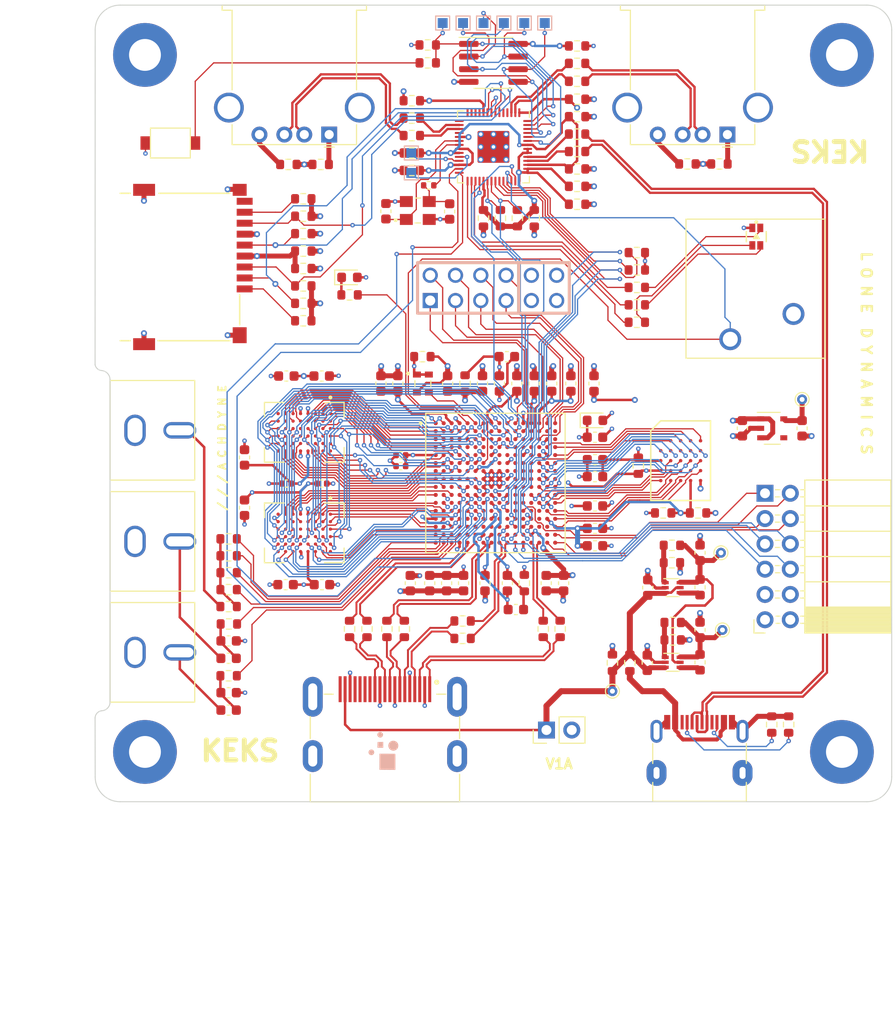
<source format=kicad_pcb>
(kicad_pcb (version 20211014) (generator pcbnew)
  (layers (0 "F.Cu" signal) (1 "In1.Cu" signal) (2 "In2.Cu" signal) (31 "B.Cu" signal) (34 "B.Paste" user) (35 "F.Paste" user) (36 "B.SilkS" user "B.Silkscreen") (37 "F.SilkS" user "F.Silkscreen") (38 "B.Mask" user) (39 "F.Mask" user) (44 "Edge.Cuts" user))
  (net 0 "")
  (net 1 "/PWR1V2")
  (net 3 "/PWR2V5")
  (net 5 "/PMOD_B1")
  (net 14 "Net-(C14-Pad1)")
  (net 60 "/SD_DAT2")
  (net 91 "/PMOD_B2")
  (net 92 "/PWM_LEFT")
  (net 93 "/PWR5V0")
  (net 94 "GND")
  (net 95 "/PWR3V3")
  (net 96 "Net-(FB1-Pad2)")
  (net 97 "Net-(J1-PadA5)")
  (net 98 "/USB_CONN_DP")
  (net 99 "/USB_CONN_DN")
  (net 101 "Net-(J1-PadB5)")
  (net 103 "/PMOD_A7")
  (net 104 "/PMOD_A8")
  (net 105 "/PMOD_A2")
  (net 106 "/PMOD_A9")
  (net 107 "/PMOD_A3")
  (net 108 "/PMOD_A10")
  (net 109 "/PMOD_A4")
  (net 110 "/PMOD_A1")
  (net 111 "/SRAM_A0")
  (net 112 "/SRAM_A1")
  (net 113 "/SRAM_A2")
  (net 114 "/SRAM_A3")
  (net 115 "/SRAM_A4")
  (net 116 "Net-(C14-Pad2)")
  (net 117 "/SRAM_A5")
  (net 118 "/SRAM_A6")
  (net 119 "Net-(C15-Pad1)")
  (net 120 "Net-(C15-Pad2)")
  (net 121 "/XIN")
  (net 122 "/SRAM_A17")
  (net 123 "/SRAM_A7")
  (net 124 "/XOUT")
  (net 125 "/PWR1V1")
  (net 126 "/SRAM_A16")
  (net 127 "/PWR1V8")
  (net 128 "/SRAM_A14")
  (net 129 "/SRAM_A15")
  (net 130 "/SRAM_A12")
  (net 131 "/SRAM_A13")
  (net 132 "/SRAM_A8")
  (net 133 "/SRAM_A9")
  (net 134 "/SRAM_A10")
  (net 135 "/SRAM_A11")
  (net 136 "/SD_DAT1")
  (net 137 "/SWDIO")
  (net 138 "/SRAM0_LB")
  (net 139 "/SRAM0_OE")
  (net 140 "/SRAM0_UB")
  (net 141 "/SRAM0_CS")
  (net 142 "/SRAM0_WE")
  (net 143 "/SRAM1_LB")
  (net 144 "/SRAM1_OE")
  (net 145 "/SRAM1_UB")
  (net 146 "/SRAM1_CS")
  (net 147 "/SRAM1_WE")
  (net 148 "/SWCLK")
  (net 149 "/SD_MISO")
  (net 150 "/SD_SS")
  (net 151 "/SD_SCK")
  (net 152 "/SD_MOSI")
  (net 153 "/D2_P")
  (net 154 "/D2_N")
  (net 155 "/D1_P")
  (net 156 "/D1_N")
  (net 157 "/D0_P")
  (net 158 "/D0_N")
  (net 159 "/CK_P")
  (net 160 "/CK_N")
  (net 161 "/RSPI_SS")
  (net 162 "/SRAM0_D8")
  (net 163 "/SRAM0_D0")
  (net 164 "/SRAM0_D9")
  (net 165 "/SRAM0_D10")
  (net 166 "/SRAM0_D1")
  (net 167 "/SRAM0_D2")
  (net 168 "/SRAM0_D11")
  (net 169 "/SRAM0_D3")
  (net 170 "/SRAM0_D12")
  (net 171 "/SRAM0_D4")
  (net 172 "/SRAM0_D14")
  (net 173 "/SRAM0_D13")
  (net 174 "/SRAM0_D5")
  (net 175 "/SRAM0_D6")
  (net 176 "/SRAM0_D15")
  (net 177 "/SRAM0_D7")
  (net 178 "/CSPI_SS")
  (net 179 "Net-(L1-Pad1)")
  (net 180 "/RSPI_IO3")
  (net 181 "/RSPI_SCK")
  (net 182 "/RSPI_IO0")
  (net 183 "/RSPI_IO2")
  (net 184 "/RSPI_IO1")
  (net 185 "/SRAM1_D8")
  (net 186 "/SRAM1_D0")
  (net 187 "/SRAM1_D9")
  (net 188 "/SRAM1_D10")
  (net 189 "/SRAM1_D1")
  (net 190 "/SRAM1_D2")
  (net 191 "/SRAM1_D11")
  (net 192 "/SRAM1_D3")
  (net 193 "/SRAM1_D12")
  (net 194 "/SRAM1_D4")
  (net 195 "/SRAM1_D14")
  (net 196 "/SRAM1_D13")
  (net 197 "/SRAM1_D5")
  (net 198 "/SRAM1_D6")
  (net 199 "/SRAM1_D15")
  (net 200 "/SRAM1_D7")
  (net 201 "/CLK100")
  (net 202 "Net-(FB2-Pad2)")
  (net 203 "Net-(FB3-Pad2)")
  (net 204 "/USB2_CONN_DN")
  (net 205 "/USB2_CONN_DP")
  (net 206 "/USB3_CONN_DN")
  (net 207 "/USB3_CONN_DP")
  (net 208 "Net-(L2-Pad1)")
  (net 209 "Net-(C40-Pad1)")
  (net 210 "/USB3_DP")
  (net 213 "/PMOD_B3")
  (net 214 "/HRAM_DQ10")
  (net 217 "/RP_TX")
  (net 218 "/RP_RX")
  (net 220 "/HRAM_CE")
  (net 221 "/HRAM_DQ11")
  (net 222 "/HRAM_DQ12")
  (net 223 "/HRAM_DQ9")
  (net 224 "/HRAM_CK")
  (net 225 "/HRAM_DQS1")
  (net 226 "/HRAM_DQ13")
  (net 227 "/HRAM_DQ14")
  (net 228 "/HRAM_DQ8")
  (net 229 "/HRAM_DQS0")
  (net 230 "/HRAM_ADQ2")
  (net 231 "/HRAM_DQ15")
  (net 232 "/HRAM_ADQ1")
  (net 233 "/HRAM_ADQ0")
  (net 234 "/HRAM_ADQ3")
  (net 235 "/HRAM_ADQ4")
  (net 236 "/HRAM_ADQ7")
  (net 237 "/HRAM_ADQ6")
  (net 238 "/HRAM_ADQ5")
  (net 239 "Net-(C57-Pad2)")
  (net 240 "Net-(C58-Pad2)")
  (net 244 "/CSPI_SO")
  (net 245 "/USB_DN")
  (net 246 "/USB_DP")
  (net 247 "/CSPI_SI")
  (net 248 "/CSPI_SCK")
  (net 249 "/CDONE")
  (net 250 "/CRESET")
  (net 251 "/USB2_DP")
  (net 252 "/USB2_DN")
  (net 253 "/USB3_DN")
  (net 256 "/DVI_D2_P")
  (net 257 "/DVI_D2_N")
  (net 258 "/DVI_D1_P")
  (net 259 "/DVI_D1_N")
  (net 260 "/DVI_D0_P")
  (net 261 "/DVI_D0_N")
  (net 262 "/DVI_CK_P")
  (net 263 "/DVI_CK_N")
  (net 265 "/LED_R")
  (net 266 "/LED_G")
  (net 267 "/LED_B")
  (net 268 "/RP_CLK")
  (net 270 "/LEDC_B")
  (net 271 "/LEDC_R")
  (net 272 "/LEDC_G")
  (net 273 "/BUTTON")
  (net 274 "/PWM_RIGHT_OUT")
  (net 275 "/PWM_RIGHT")
  (net 276 "/PWM_LEFT_OUT")
  (net 279 "/COMP_OUT")
  (net 280 "/COMP_D0")
  (net 281 "Net-(R17-Pad1)")
  (net 282 "/COMP_D1")
  (net 283 "/COMP_D2")
  (net 284 "/COMP_D3")
  (net 285 "/PMOD_B4")
  (net 286 "/PMOD_B7")
  (net 287 "/PMOD_B8")
  (net 288 "/PMOD_B9")
  (net 289 "/PMOD_B10")
  (net 290 "/RP_INT")
  (net 291 "Net-(R18-Pad2)")
  (net 292 "Net-(R43-Pad2)")
  (net 293 "Net-(D3-Pad1)")
  (net 294 "/LED")
  (net 297 "Net-(R45-Pad2)")
  (footprint "Capacitor_SMD:C_0603_1608Metric" (layer "F.Cu") (at 115 145.425 -90)
    (fp_text reference "C35" hide)
    (fp_text value "1uF" hide)
  )
  (footprint "TestPoint:TestPoint_THTPad_D1.0mm_Drill0.5mm" (layer "F.Cu") (at 163 162.75)
    (fp_text reference "TP11" hide)
    (fp_text value "TestPoint" hide)
  )
  (footprint "Resistor_SMD:R_0603_1608Metric" (layer "F.Cu") (at 139 121.4 -90)
    (fp_text reference "C43" hide)
    (fp_text value "100nF" hide)
  )
  (footprint "Resistor_SMD:R_0603_1608Metric" (layer "F.Cu") (at 148.4 109.45)
    (fp_text reference "C54" hide)
    (fp_text value "100nF" hide)
  )
  (footprint "LD-ICE40:BGA256C80P16X16_1400X1400X170" (layer "F.Cu") (at 140.2 147.9875)
    (fp_text reference "U1" hide)
    (fp_text value "ICE40HX8K-CT256" hide)
  )
  (footprint "Resistor_SMD:R_0603_1608Metric" (layer "F.Cu") (at 148.4 112.95 180)
    (fp_text reference "R3" hide)
    (fp_text value "27R" hide)
  )
  (footprint "Capacitor_SMD:C_0603_1608Metric" (layer "F.Cu") (at 150.1 138 90)
    (fp_text reference "C2" hide)
    (fp_text value "100nF" hide)
  )
  (footprint "Resistor_SMD:R_0603_1608Metric" (layer "F.Cu") (at 120.9 119.45 180)
    (fp_text reference "R34" hide)
    (fp_text value "20K" hide)
  )
  (footprint "Resistor_SMD:R_0603_1608Metric" (layer "F.Cu") (at 145 162.65 -90)
    (fp_text reference "R36" hide)
    (fp_text value "270R" hide)
  )
  (footprint "LD-SWITCH:Button_2P_3x4mm" (layer "F.Cu") (at 107.55 113.85 180)
    (fp_text reference "SW1" hide)
    (fp_text value "SW_Push" hide)
  )
  (footprint "Resistor_SMD:R_0603_1608Metric" (layer "F.Cu") (at 127.3 162.65 -90)
    (fp_text reference "R41" hide)
    (fp_text value "270R" hide)
  )
  (footprint "Resistor_SMD:R_0603_1608Metric" (layer "F.Cu") (at 154.4 128.35 180)
    (fp_text reference "R29" hide)
    (fp_text value "536R" hide)
  )
  (footprint "Capacitor_SMD:C_0603_1608Metric" (layer "F.Cu") (at 150.2 154.3)
    (fp_text reference "C8" hide)
    (fp_text value "10nF" hide)
  )
  (footprint "Capacitor_SMD:C_0603_1608Metric" (layer "F.Cu") (at 113.4 165.6)
    (fp_text reference "C60" hide)
    (fp_text value "10uF" hide)
  )
  (footprint "Package_SO:SOIC-8_3.9x4.9mm_P1.27mm" (layer "F.Cu") (at 140 105.8)
    (fp_text reference "U6" hide)
    (fp_text value "AT25SF081-SSHD-X" hide)
  )
  (footprint "Capacitor_SMD:C_0603_1608Metric" (layer "F.Cu") (at 150.2 145.65)
    (fp_text reference "C28" hide)
    (fp_text value "10nF" hide)
  )
  (footprint "Resistor_SMD:R_0603_1608Metric" (layer "F.Cu") (at 113.4 160.4 180)
    (fp_text reference "R24" hide)
    (fp_text value "33R" hide)
  )
  (footprint "LD-CRYSTALS:XTAL_ECS-240-8-33-AGN-TR" (layer "F.Cu") (at 132.4 120.625)
    (fp_text reference "Y1" hide)
    (fp_text value "ECS-80-12-33-JGN-TR-12MHZ" hide)
  )
  (footprint "Resistor_SMD:R_0603_1608Metric" (layer "F.Cu") (at 136.9 163.6 180)
    (fp_text reference "R37" hide)
    (fp_text value "270R" hide)
  )
  (footprint "Resistor_SMD:R_0603_1608Metric" (layer "F.Cu") (at 113.4 167.35 180)
    (fp_text reference "R23" hide)
    (fp_text value "100R" hide)
  )
  (footprint "Capacitor_SMD:C_0603_1608Metric" (layer "F.Cu") (at 135.6 120.725 -90)
    (fp_text reference "C40" hide)
    (fp_text value "15pF" hide)
  )
  (footprint "Resistor_SMD:R_0603_1608Metric" (layer "F.Cu") (at 120.9 124.7)
    (fp_text reference "C62" hide)
    (fp_text value "100nF" hide)
  )
  (footprint "Resistor_SMD:R_0603_1608Metric" (layer "F.Cu") (at 154.4 124.85)
    (fp_text reference "R4" hide)
    (fp_text value "10K" hide)
  )
  (footprint "Capacitor_SMD:C_0603_1608Metric" (layer "F.Cu") (at 171 142.5 -90)
    (fp_text reference "C64" hide)
    (fp_text value "1uF" hide)
  )
  (footprint "Resistor_SMD:R_0603_1608Metric" (layer "F.Cu") (at 119.4 116 180)
    (fp_text reference "C30" hide)
    (fp_text value "4.7uF" hide)
  )
  (footprint "Resistor_SMD:R_0603_1608Metric" (layer "F.Cu") (at 153.7 166.05 -90)
    (fp_text reference "FB1" hide)
    (fp_text value "Ferrite_Bead" hide)
  )
  (footprint "Resistor_SMD:R_0603_1608Metric" (layer "F.Cu") (at 131.8 113.1 180)
    (fp_text reference "R12" hide)
    (fp_text value "22R" hide)
  )
  (footprint "LD-MEMORY:BGA48C75P8X6_800X600X120N" (layer "F.Cu") (at 121 142.9 -90)
    (fp_text reference "U2" hide)
    (fp_text value "IS61WV256" hide)
  )
  (footprint "Diode_SMD:D_0603_1608Metric" (layer "F.Cu") (at 150.2 141.7)
    (fp_text reference "D1" hide)
    (fp_text value "D_Schottky_Small" hide)
  )
  (footprint "Capacitor_SMD:C_0402_1005Metric" (layer "F.Cu") (at 119.2 148.05)
    (fp_text reference "C34" hide)
    (fp_text value "100nF" hide)
  )
  (footprint "Resistor_SMD:R_0603_1608Metric" (layer "F.Cu") (at 122.65 116)
    (fp_text reference "FB2" hide)
    (fp_text value "Ferrite_Bead" hide)
  )
  (footprint "Inductor_SMD:L_0603_1608Metric" (layer "F.Cu") (at 160.75 158.4625 90)
    (fp_text reference "L2" hide)
    (fp_text value "1uH" hide)
  )
  (footprint "Resistor_SMD:R_0603_1608Metric" (layer "F.Cu") (at 133.4 105.8)
    (fp_text reference "R17" hide)
    (fp_text value "1K" hide)
  )
  (footprint "LD-PMOD:PMOD_2x06_HOST" (layer "F.Cu") (at 167.275 161.725 180)
    (fp_text reference "PMOD2" hide)
    (fp_text value "PMOD-Device-x2-Type-1A-GPIO" hide)
  )
  (footprint "Capacitor_SMD:C_0603_1608Metric" (layer "F.Cu") (at 113.4 170.8)
    (fp_text reference "C61" hide)
    (fp_text value "10uF" hide)
  )
  (footprint "Capacitor_SMD:C_0603_1608Metric" (layer "F.Cu") (at 150.2 150.3)
    (fp_text reference "C16" hide)
    (fp_text value "220nF" hide)
  )
  (footprint "Capacitor_SMD:C_0603_1608Metric" (layer "F.Cu") (at 142.25 160.7 180)
    (fp_text reference "C17" hide)
    (fp_text value "10uF" hide)
  )
  (footprint "Button_Switch_Keyboard:SW_Cherry_MX_1.00u_PCB" (layer "F.Cu") (at 163.785 133.555 180)
    (fp_text reference "SW2" hide)
    (fp_text value "SW_Push" hide)
  )
  (footprint "Capacitor_SMD:C_0603_1608Metric" (layer "F.Cu") (at 145.3 158.05 -90)
    (fp_text reference "C4" hide)
    (fp_text value "100nF" hide)
  )
  (footprint "Resistor_SMD:R_0603_1608Metric" (layer "F.Cu") (at 148.4 104.1)
    (fp_text reference "C55" hide)
    (fp_text value "1uF" hide)
  )
  (footprint "Capacitor_SMD:C_0603_1608Metric" (layer "F.Cu") (at 131.65 158.05 -90)
    (fp_text reference "C19" hide)
    (fp_text value "100nF" hide)
  )
  (footprint "Resistor_SMD:R_0603_1608Metric" (layer "F.Cu") (at 113.425 162.15 180)
    (fp_text reference "R22" hide)
    (fp_text value "100R" hide)
  )
  (footprint "Resistor_SMD:R_0603_1608Metric" (layer "F.Cu") (at 129.3 162.65 -90)
    (fp_text reference "R40" hide)
    (fp_text value "270R" hide)
  )
  (footprint "Capacitor_SMD:C_0603_1608Metric" (layer "F.Cu") (at 145.85 138 90)
    (fp_text reference "C22" hide)
    (fp_text value "220nF" hide)
  )
  (footprint "Capacitor_SMD:C_0603_1608Metric" (layer "F.Cu") (at 140.6 138 -90)
    (fp_text reference "C15" hide)
    (fp_text value "100nF" hide)
  )
  (footprint "Capacitor_SMD:C_0603_1608Metric" (layer "F.Cu") (at 119.2 137.25)
    (fp_text reference "C32" hide)
    (fp_text value "100nF" hide)
  )
  (footprint "MountingHole:MountingHole_3.2mm_M3_Pad" (layer "F.Cu") (at 175 175)
    (fp_text reference "H4" hide)
    (fp_text value "MountingHole_Pad" hide)
  )
  (footprint "Capacitor_SMD:C_0402_1005Metric" (layer "F.Cu") (at 130.7 146.3 180)
    (fp_text reference "C7" hide)
    (fp_text value "100nF" hide)
  )
  (footprint "Connector_USB:USB_A_Stewart_SS-52100-001_Horizontal" (layer "F.Cu") (at 163.5 113 180)
    (fp_text reference "J3" hide)
    (fp_text value "USB_A" hide)
  )
  (footprint "Capacitor_SMD:C_0603_1608Metric" (layer "F.Cu") (at 144.1 138 90)
    (fp_text reference "C21" hide)
    (fp_text value "10nF" hide)
  )
  (footprint "Capacitor_SMD:C_0603_1608Metric" (layer "F.Cu") (at 165 142.5 -90)
    (fp_text reference "C63" hide)
    (fp_text value "1uF" hide)
  )
  (footprint "LED_SMD:LED_0603_1608Metric" (layer "F.Cu") (at 125.54 127.34)
    (fp_text reference "D3" hide)
    (fp_text value "LED" hide)
  )
  (footprint "Capacitor_SMD:C_0603_1608Metric" (layer "F.Cu") (at 147.775 138 90)
    (fp_text reference "C6" hide)
    (fp_text value "1uF" hide)
  )
  (footprint "Resistor_SMD:R_0603_1608Metric" (layer "F.Cu") (at 148.4 120)
    (fp_text reference "C45" hide)
    (fp_text value "100nF" hide)
  )
  (footprint "Resistor_SMD:R_0603_1608Metric" (layer "F.Cu") (at 151.95 166.05 90)
    (fp_text reference "C13" hide)
    (fp_text value "4.7uF" hide)
  )
  (footprint "LD-CONNECTORS:Generic_Chinese_RCA_Jack_FIXED" (layer "F.Cu") (at 105 165 -90)
    (fp_text reference "J6" hide)
    (fp_text value "AUDIO_RIGHT" hide)
  )
  (footprint "Capacitor_SMD:C_0603_1608Metric" (layer "F.Cu") (at 150.2 143.4)
    (fp_text reference "C10" hide)
    (fp_text value "100nF" hide)
  )
  (footprint "Resistor_SMD:R_0603_1608Metric" (layer "F.Cu") (at 137.15 138 90)
    (fp_text reference "R10" hide)
    (fp_text value "100R" hide)
  )
  (footprint "Capacitor_SMD:C_0603_1608Metric" (layer "F.Cu") (at 160.75 162.75 90)
    (fp_text reference "C67" hide)
    (fp_text value "22uF" hide)
  )
  (footprint "Resistor_SMD:R_0603_1608Metric" (layer "F.Cu") (at 120.9 129.95 180)
    (fp_text reference "R31" hide)
    (fp_text value "20K" hide)
  )
  (footprint "Resistor_SMD:R_0603_1608Metric" (layer "F.Cu") (at 142.4 121.4 -90)
    (fp_text reference "R8" hide)
    (fp_text value "10K" hide)
  )
  (footprint "Resistor_SMD:R_0603_1608Metric" (layer "F.Cu") (at 169.65 172.25 90)
    (fp_text reference "R1" hide)
    (fp_text value "5K1" hide)
  )
  (footprint "Resistor_SMD:R_0603_1608Metric" (layer "F.Cu") (at 140.7 121.4 -90)
    (fp_text reference "R6" hide)
    (fp_text value "10K" hide)
  )
  (footprint "Resistor_SMD:R_0603_1608Metric" (layer "F.Cu") (at 157.05 151)
    (fp_text reference "C56" hide)
    (fp_text value "4.7uF" hide)
  )
  (footprint "Capacitor_SMD:C_0402_1005Metric" (layer "F.Cu") (at 130.7 145.2 180)
    (fp_text reference "C24" hide)
    (fp_text value "10nF" hide)
  )
  (footprint "Resistor_SMD:R_0603_1608Metric" (layer "F.Cu") (at 133.4 104 180)
    (fp_text reference "R16" hide)
    (fp_text value "10K" hide)
  )
  (footprint "LD-CONNECTORS:USB_C_Receptacle_HRO_TYPE-C-31-M-12-BIG-PADS" (layer "F.Cu") (at 160.7 176.06)
    (fp_text reference "J1" hide)
    (fp_text value "TYPE-C-31-M-12-FIXED" hide)
  )
  (footprint "Resistor_SMD:R_0603_1608Metric" (layer "F.Cu") (at 113.4 153.6 180)
    (fp_text reference "R18" hide)
    (fp_text value "270R" hide)
  )
  (footprint "Resistor_SMD:R_0603_1608Metric" (layer "F.Cu") (at 148.4 116.45)
    (fp_text reference "C49" hide)
    (fp_text value "1uF" hide)
  )
  (footprint "Package_TO_SOT_SMD:SOT-563" (layer "F.Cu") (at 158 158.5)
    (fp_text reference "U9" hide)
    (fp_text value "AP61300Z6-7" hide)
  )
  (footprint "Resistor_SMD:R_0603_1608Metric" (layer "F.Cu") (at 120.9 126.45)
    (fp_text reference "C59" hide)
    (fp_text value "10uF" hide)
  )
  (footprint "Resistor_SMD:R_0603_1608Metric" (layer "F.Cu") (at 148.4 105.85 180)
    (fp_text reference "R14" hide)
    (fp_text value "22R" hide)
  )
  (footprint "Capacitor_SMD:C_0603_1608Metric" (layer "F.Cu") (at 139.15 158.05 -90)
    (fp_text reference "C9" hide)
    (fp_text value "100nF" hide)
  )
  (footprint "Resistor_SMD:R_0603_1608Metric" (layer "F.Cu") (at 120.9 121.2 180)
    (fp_text reference "R26" hide)
    (fp_text value "20K" hide)
  )
  (footprint "Capacitor_SMD:C_0603_1608Metric" (layer "F.Cu") (at 129.2 120.7 -90)
    (fp_text reference "C38" hide)
    (fp_text value "15pF" hide)
  )
  (footprint "Resistor_SMD:R_0603_1608Metric" (layer "F.Cu") (at 154.4 130.1 180)
    (fp_text reference "R27" hide)
    (fp_text value "536R" hide)
  )
  (footprint "LD-PMOD:PMOD_2x06_HOST_VERTICAL" (layer "F.Cu") (at 140 128.4 -90)
    (fp_text reference "PMOD1" hide)
    (fp_text value "PMOD-Device-x2-Type-1A-GPIO" hide)
  )
  (footprint "Capacitor_SMD:C_0603_1608Metric" (layer "F.Cu") (at 122.75 137.25 180)
    (fp_text reference "C33" hide)
    (fp_text value "1uF" hide)
  )
  (footprint "Resistor_SMD:R_0603_1608Metric" (layer "F.Cu") (at 131.8 111.35 180)
    (fp_text reference "R11" hide)
    (fp_text value "22R" hide)
  )
  (footprint "LD-LEDS:LED_RGB_0606_CHANZON" (layer "F.Cu") (at 166.4 123.25)
    (fp_text reference "D2" hide)
    (fp_text value "LED_RGB_ANODE" hide)
  )
  (footprint "Capacitor_SMD:C_0603_1608Metric" (layer "F.Cu") (at 142.35 138 90)
    (fp_text reference "C12" hide)
    (fp_text value "100nF" hide)
  )
  (footprint "Capacitor_SMD:C_0603_1608Metric" (layer "F.Cu") (at 141.4 158.05 -90)
    (fp_text reference "C14" hide)
    (fp_text value "100nF" hide)
  )
  (footprint "Resistor_SMD:R_0603_1608Metric" (layer "F.Cu") (at 125.55 129.1)
    (fp_text reference "R33" hide)
    (fp_text value "536R" hide)
  )
  (footprint "TestPoint:TestPoint_THTPad_D1.0mm_Drill0.5mm" (layer "F.Cu") (at 162.85 155)
    (fp_text reference "TP12" hide)
    (fp_text value "TestPoint" hide)
  )
  (footprint "LD-MEMORY:APS256_BGA_24" (layer "F.Cu") (at 158.8 145.75)
    (fp_text reference "U5" hide)
    (fp_text value "APS256" hide)
  )
  (footprint "Capacitor_SMD:C_0603_1608Metric" (layer "F.Cu") (at 128.7 138 90)
    (fp_text reference "C1" hide)
    (fp_text value "100nF" hide)
  )
  (footprint "Package_SO:TSOP-5_1.65x3.05mm_P0.95mm" (layer "F.Cu") (at 168 142.5)
    (fp_text reference "U7" hide)
    (fp_text value "NCP164ASN180T1G" hide)
  )
  (footprint "MountingHole:MountingHole_3.2mm_M3_Pad" (layer "F.Cu") (at 105 105)
    (fp_text reference "H1" hide)
    (fp_text value "MountingHole_Pad" hide)
  )
  (footprint "Resistor_SMD:R_0603_1608Metric" (layer "F.Cu") (at 157.925 154.25 180)
    (fp_text reference "R45" hide)
    (fp_text value "200K" hide)
  )
  (footprint "Capacitor_SMD:C_0402_1005Metric" (layer "F.Cu") (at 122.775 148.05 180)
    (fp_text reference "C36" hide)
    (fp_text value "100nF" hide)
  )
  (footprint "LD-HDMI:HDMI_TE_1827059-3-FIXED" (layer "F.Cu") (at 129.1 173.7)
    (fp_text reference "J9" hide)
    (fp_text value "HDMI_A" hide)
  )
  (footprint "Resistor_SMD:R_0603_1608Metric" (layer "F.Cu") (at 120.9 122.95 180)
    (fp_text reference "R28" hide)
    (fp_text value "20K" hide)
  )
  (footprint "Resistor_SMD:R_0603_1608Metric" (layer "F.Cu") (at 148.4 118.2)
    (fp_text reference "C42" hide)
    (fp_text value "1uF" hide)
  )
  (footprint "Capacitor_SMD:C_0603_1608Metric" (layer "F.Cu") (at 135.3 158.05 -90)
    (fp_text reference "C11" hide)
    (fp_text value "220nF" hide)
  )
  (footprint "Resistor_SMD:R_0603_1608Metric" (layer "F.Cu") (at 167.95 172.25 90)
    (fp_text reference "R7" hide)
    (fp_text value "5K1" hide)
  )
  (footprint "Resistor_SMD:R_0603_1608Metric" (layer "F.Cu") (at 113.4 158.7 180)
    (fp_text reference "R21" hide)
    (fp_text value "2K2" hide)
  )
  (footprint "Resistor_SMD:R_0603_1608Metric" (layer "F.Cu") (at 159.475 115.95 180)
    (fp_text reference "C31" hide)
    (fp_text value "4.7uF" hide)
  )
  (footprint "Resistor_SMD:R_0603_1608Metric" (layer "F.Cu") (at 136.9 161.85 180)
    (fp_text reference "R38" hide)
    (fp_text value "270R" hide)
  )
  (footprint "Resistor_SMD:R_0402_1005Metric" (layer "F.Cu") (at 133.5 118.1 180)
    (fp_text reference "R15" hide)
    (fp_text value "1K" hide)
  )
  (footprint "Resistor_SMD:R_0603_1608Metric" (layer "F.Cu") (at 131.8 114.85 180)
    (fp_text reference "C46" hide)
    (fp_text value "100nF" hide)
  )
  (footprint "Resistor_SMD:R_0603_1608Metric" (layer "F.Cu") (at 125.55 162.65 -90)
    (fp_text reference "R42" hide)
    (fp_text value "270R" hide)
  )
  (footprint "Resistor_SMD:R_0603_1608Metric" (layer "F.Cu") (at 146.7 162.65 -90)
    (fp_text reference "R35" hide)
    (fp_text value "270R" hide)
  )
  (footprint "Resistor_SMD:R_0603_1608Metric" (layer "F.Cu") (at 158 163.75)
    (fp_text reference "R44" hide)
    (fp_text value "47K" hide)
  )
  (footprint "Package_TO_SOT_SMD:SOT-563" (layer "F.Cu") (at 158 166)
    (fp_text reference "U8" hide)
    (fp_text value "AP61300Z6-7" hide)
  )
  (footprint "Connector_USB:USB_A_Stewart_SS-52100-001_Horizontal" (layer "F.Cu") (at 123.5 113 180)
    (fp_text reference "J2" hide)
    (fp_text value "USB_A" hide)
  )
  (footprint "TestPoint:TestPoint_THTPad_D1.0mm_Drill0.5mm" (layer "F.Cu") (at 151.95 168.9)
    (fp_text reference "TP1" hide)
    (fp_text value "TP_PWR5V0" hide)
  )
  (footprint "Resistor_SMD:R_0603_1608Metric" (layer "F.Cu") (at 144.1 121.4 -90)
    (fp_text reference "C44" hide)
    (fp_text value "100nF" hide)
  )
  (footprint "LD-CRYSTALS:OSC_KC2016Z13.5600C1KX00" (layer "F.Cu") (at 132.9125 138)
    (fp_text reference "Y2" hide)
    (fp_text value "KC2016Z100" hide)
  )
  (footprint "Resistor_SMD:R_0603_1608Metric" (layer "F.Cu") (at 131.8 109.6 180)
    (fp_text reference "C47" hide)
    (fp_text value "100nF" hide)
  )
  (footprint "Resistor_SMD:R_0603_1608Metric" (layer "F.Cu") (at 120.9 131.7 180)
    (fp_text reference "R32" hide)
    (fp_text value "20K" hide)
  )
  (footprint "Resistor_SMD:R_0603_1608Metric" (layer "F.Cu") (at 157.925 156)
    (fp_text reference "R46" hide)
    (fp_text value "200K" hide)
  )
  (footprint "LD-CONNECTORS:Generic_Chinese_RCA_Jack_FIXED" (layer "F.Cu") (at 105 142.7 -90)
    (fp_text reference "J4" hide)
    (fp_text value "VIDEO" hide)
  )
  (footprint "Capacitor_SMD:C_0603_1608Metric" (layer "F.Cu") (at 133.6 158.05 -90)
    (fp_text reference "C3" hide)
    (fp_text value "1uF" hide)
  )
  (footprint "Capacitor_SMD:C_0603_1608Metric" (layer "F.Cu") (at 137 158.05 -90)
    (fp_text reference "C29" hide)
    (fp_text value "10nF" hide)
  )
  (footprint "Resistor_SMD:R_0603_1608Metric" (layer "F.Cu") (at 148.4 111.2)
    (fp_text reference "C48" hide)
    (fp_text value "100nF" hide)
  )
  (footprint "Capacitor_SMD:C_0603_1608Metric" (layer "F.Cu") (at 160.75 155 90)
    (fp_text reference "C68" hide)
    (fp_text value "22uF" hide)
  )
  (footprint "LD-SDCARD:SDCARD" (layer "F.Cu") (at 104.5125 126.3 -90)
    (fp_text reference "J7" hide)
    (fp_text value "MICROSD" hide)
  )
  (footprint "Capacitor_SMD:C_0603_1608Metric" (layer "F.Cu") (at 119.125 158.2)
    (fp_text reference "C39" hide)
    (fp_text value "100nF" hide)
  )
  (footprint "Capacitor_SMD:C_0603_1608Metric" (layer "F.Cu") (at 150.2 147.35)
    (fp_text reference "C20" hide)
    (fp_text value "220nF" hide)
  )
  (footprint "Capacitor_SMD:C_0603_1608Metric" (layer "F.Cu") (at 113.4 169.05 180)
    (fp_text reference "C58" hide)
    (fp_text value "100nF" hide)
  )
  (footprint "Connector_PinHeader_2.54mm:PinHeader_1x02_P2.54mm_Vertical" (layer "F.Cu") (at 145.325 172.8 90)
    (fp_text reference "J8" hide)
    (fp_text value "Conn_01x02_Male" hide)
  )
  (footprint "LD-MCUS:RP2040-QFN-56-OFFICIAL" (layer "F.Cu") (at 140 114.2375 -90)
    (fp_text reference "U4" hide)
    (fp_text value "RP2040" hide)
  )
  (footprint "Capacitor_SMD:C_0603_1608Metric" (layer "F.Cu") (at 155.5 158.5 90)
    (fp_text reference "C66" hide)
    (fp_text value "22uF" hide)
  )
  (footprint "Resistor_SMD:R_0603_1608Metric" (layer "F.Cu") (at 162.7 115.95)
    (fp_text reference "FB3" hide)
    (fp_text value "Ferrite_Bead" hide)
  )
  (footprint "Resistor_SMD:R_0603_1608Metric" (layer "F.Cu") (at 148.4 107.65 180)
    (fp_text reference "R13" hide)
    (fp_text value "22R" hide)
  )
  (footprint "MountingHole:MountingHole_3.2mm_M3_Pad" (layer "F.Cu") (at 175 105)
    (fp_text reference "H2" hide)
    (fp_text value "MountingHole_Pad" hide)
  )
  (footprint "LD-CONNECTORS:Generic_Chinese_RCA_Jack_FIXED" (layer "F.Cu") (at 105 153.855 -90)
    (fp_text reference "J5" hide)
    (fp_text value "AUDIO_LEFT" hide)
  )
  (footprint "Capacitor_SMD:C_0603_1608Metric" (layer "F.Cu") (at 135.4 138 90)
    (fp_text reference "C23" hide)
    (fp_text value "220nF" hide)
  )
  (footprint "Capacitor_SMD:C_0603_1608Metric" (layer "F.Cu") (at 130.4 138 90)
    (fp_text reference "C27" hide)
    (fp_text value "10nF" hide)
  )
  (footprint "Resistor_SMD:R_0603_1608Metric" (layer "F.Cu") (at 131.8 116.6 180)
    (fp_text reference "C50" hide)
    (fp_text value "100nF" hide)
  )
  (footprint "MountingHole:MountingHole_3.2mm_M3_Pad" (layer "F.Cu") (at 105 175)
    (fp_text reference "H3" hide)
    (fp_text value "MountingHole_Pad" hide)
  )
  (footprint "Resistor_SMD:R_0603_1608Metric" (layer "F.Cu") (at 113.4 157 180)
    (fp_text reference "R20" hide)
    (fp_text value "1K" hide)
  )
  (footprint "Resistor_SMD:R_0603_1608Metric" (layer "F.Cu") (at 154.4 131.85 180)
    (fp_text reference "R25" hide)
    (fp_text value "536R" hide)
  )
  (footprint "Inductor_SMD:L_0603_1608Metric" (layer "F.Cu") (at 160.75 166 90)
    (fp_text reference "L1" hide)
    (fp_text value "1uH" hide)
  )
  (footprint "Capacitor_SMD:C_0603_1608Metric" (layer "F.Cu") (at 155.45 166.05 90)
    (fp_text reference "C65" hide)
    (fp_text value "22uF" hide)
  )
  (footprint "Resistor_SMD:R_0603_1608Metric" (layer "F.Cu") (at 158 162 180)
    (fp_text reference "R43" hide)
    (fp_text value "210K" hide)
  )
  (footprint "Capacitor_SMD:C_0603_1608Metric" (layer "F.Cu") (at 122.775 158.2 180)
    (fp_text reference "C41" hide)
    (fp_text value "1uF" hide)
  )
  (footprint "LD-MEMORY:BGA48C75P8X6_800X600X120N" (layer "F.Cu") (at 121 153 -90)
    (fp_text reference "U3" hide)
    (fp_text value "IS61WV256" hide)
  )
  (footprint "Capacitor_SMD:C_0603_1608Metric" (layer "F.Cu") (at 141.35 135.3)
    (fp_text reference "C18" hide)
    (fp_text value "10uF" hide)
  )
  (footprint "Resistor_SMD:R_0603_1608Metric" (layer "F.Cu") (at 148.4 114.7 180)
    (fp_text reference "R2" hide)
    (fp_text value "27R" hide)
  )
  (footprint "Resistor_SMD:R_0603_1608Metric" (layer "F.Cu") (at 160.55 151 180)
    (fp_text reference "C53" hide)
    (fp_text value "100nF" hide)
  )
  (footprint "Resistor_SMD:R_0603_1608Metric" (layer "F.Cu") (at 154.4 126.6)
    (fp_text reference "R5" hide)
    (fp_text value "10K" hide)
  )
  (footprint "Capacitor_SMD:C_0603_1608Metric" (layer "F.Cu") (at 150.2 152.55)
    (fp_text reference "C5" hide)
    (fp_text value "100nF" hide)
  )
  (footprint "Resistor_SMD:R_0603_1608Metric" (layer "F.Cu") (at 154.55 146.25 -90)
    (fp_text reference "C52" hide)
    (fp_text value "100nF" hide)
  )
  (footprint "Capacitor_SMD:C_0603_1608Metric" (layer "F.Cu") (at 113.4 163.85 180)
    (fp_text reference "C57" hide)
    (fp_text value "100nF" hide)
  )
  (footprint "Resistor_SMD:R_0603_1608Metric" (layer "F.Cu") (at 131.05 162.65 -90)
    (fp_text reference "R39" hide)
    (fp_text value "270R" hide)
  )
  (footprint "Capacitor_SMD:C_0603_1608Metric" (layer "F.Cu") (at 138.9 138 90)
    (fp_text reference "C26" hide)
    (fp_text value "10nF" hide)
  )
  (footprint "Resistor_SMD:R_0603_1608Metric" (layer "F.Cu") (at 113.4 155.3 180)
    (fp_text reference "R19" hide)
    (fp_text value "536R" hide)
  )
  (footprint "TestPoint:TestPoint_THTPad_D1.0mm_Drill0.5mm" (layer "F.Cu") (at 171 139.6)
    (fp_text reference "TP10" hide)
    (fp_text value "TP_PWR1V8" hide)
  )
  (footprint "Resistor_SMD:R_0603_1608Metric" (layer "F.Cu") (at 143.1 158.05 -90)
    (fp_text reference "R9" hide)
    (fp_text value "100R" hide)
  )
  (footprint "Capacitor_SMD:C_0603_1608Metric" (layer "F.Cu") (at 147.05 158.05 -90)
    (fp_text reference "C25" hide)
    (fp_text value "10nF" hide)
  )
  (footprint "Capacitor_SMD:C_0603_1608Metric" (layer "F.Cu") (at 115 150.475 90)
    (fp_text reference "C37" hide)
    (fp_text value "1uF" hide)
  )
  (footprint "Resistor_SMD:R_0603_1608Metric" (layer "F.Cu") (at 120.9 128.2 180)
    (fp_text reference "R30" hide)
    (fp_text value "20K" hide)
  )
  (footprint "Resistor_SMD:R_0603_1608Metric" (layer "F.Cu") (at 132.8625 135.3)
    (fp_text reference "C51" hide)
    (fp_text value "100nF" hide)
  )
  (footprint "TestPoint:TestPoint_Pad_1.0x1.0mm" (layer "B.Cu") (at 139 101.8 180)
    (fp_text reference "TP6" hide)
    (fp_text value "TestPoint" hide)
  )
  (footprint "LD-LOGO:ld-kicad" (layer "B.Cu") (at 129.1 174.95 180)
    (fp_text reference "G***" hide)
    (fp_text value "LOGO" hide)
  )
  (footprint "TestPoint:TestPoint_Pad_1.0x1.0mm" (layer "B.Cu") (at 141.05 101.8 180)
    (fp_text reference "TP7" hide)
    (fp_text value "TestPoint" hide)
  )
  (footprint "TestPoint:TestPoint_Pad_1.0x1.0mm" (layer "B.Cu") (at 131.75 114.85 90)
    (fp_text reference "TP3" hide)
    (fp_text value "TestPoint" hide)
  )
  (footprint "TestPoint:TestPoint_Pad_1.0x1.0mm" (layer "B.Cu") (at 134.9 101.8 180)
    (fp_text reference "TP4" hide)
    (fp_text value "TestPoint" hide)
  )
  (footprint "TestPoint:TestPoint_Pad_1.0x1.0mm" (layer "B.Cu") (at 145.15 101.8 180)
    (fp_text reference "TP9" hide)
    (fp_text value "TestPoint" hide)
  )
  (footprint "TestPoint:TestPoint_Pad_1.0x1.0mm" (layer "B.Cu") (at 143.1 101.8 180)
    (fp_text reference "TP8" hide)
    (fp_text value "TestPoint" hide)
  )
  (footprint "TestPoint:TestPoint_Pad_1.0x1.0mm" (layer "B.Cu") (at 131.75 116.85 90)
    (fp_text reference "TP2" hide)
    (fp_text value "TestPoint" hide)
  )
  (footprint "TestPoint:TestPoint_Pad_1.0x1.0mm" (layer "B.Cu") (at 136.95 101.8 180)
    (fp_text reference "TP5" hide)
    (fp_text value "TestPoint" hide)
  )
  (gr_line (start 102.5 180) (end 177.5 180) (layer "Edge.Cuts") (width 0.1))
  (gr_arc (start 101.48934 170.08934) (mid 101.195059 170.646172) (end 100.605964 170.868949) (layer "Edge.Cuts") (width 0.1))
  (gr_line (start 100 102.5) (end 99.98934 136.11066) (layer "Edge.Cuts") (width 0.1))
  (gr_line (start 101.48934 137.61066) (end 101.48934 170.08934) (layer "Edge.Cuts") (width 0.1))
  (gr_arc (start 100.65 136.7) (mid 101.247498 136.991428) (end 101.48934 137.61066) (layer "Edge.Cuts") (width 0.1))
  (gr_arc (start 99.98934 171.58934) (mid 100.172176 171.121742) (end 100.605964 170.868949) (layer "Edge.Cuts") (width 0.1))
  (gr_arc (start 100.65 136.7) (mid 100.22039 136.516625) (end 99.98934 136.11066) (layer "Edge.Cuts") (width 0.1))
  (gr_arc (start 177.5 100) (mid 179.267767 100.732233) (end 180 102.5) (layer "Edge.Cuts") (width 0.1))
  (gr_line (start 180 102.5) (end 180 177.5) (layer "Edge.Cuts") (width 0.1))
  (gr_line (start 100 177.5) (end 99.98934 171.58934) (layer "Edge.Cuts") (width 0.1))
  (gr_arc (start 102.5 180) (mid 100.732233 179.267767) (end 100 177.5) (layer "Edge.Cuts") (width 0.1))
  (gr_arc (start 100 102.5) (mid 100.732233 100.732233) (end 102.5 100) (layer "Edge.Cuts") (width 0.1))
  (gr_arc (start 180 177.5) (mid 179.267767 179.267767) (end 177.5 180) (layer "Edge.Cuts") (width 0.1))
  (gr_line (start 102.5 100) (end 177.5 100) (layer "Edge.Cuts") (width 0.1))
  (gr_text "KEKS" (at 173.8 114.6 180) (layer "F.SilkS") (effects (font (size 2 2) (thickness 0.5))))
  (gr_text "/ / / A C H D Y N E" (at 112.75 144.45 90) (layer "F.SilkS") (effects (font (size 0.75 0.75) (thickness 0.1875))))
  (gr_text "KEKS" (at 114.55 174.9) (layer "F.SilkS") (effects (font (size 2 2) (thickness 0.5))))
  (gr_text "L O N E  D Y N A M I C S" (at 177.45 134.95 270) (layer "F.SilkS") (effects (font (size 1 1) (thickness 0.25))))
  (gr_text "V1A" (at 146.6 176.2) (layer "F.SilkS") (effects (font (size 1 1) (thickness 0.25))))
  (segment (start 147.75 139.75) (end 147.75 138.8) (width 0.25) (layer "F.Cu") (net 1))
  (segment (start 135.4 138.775) (end 137.1 138.775) (width 0.5) (layer "F.Cu") (net 1))
  (segment (start 144.6 140.8) (end 145.65 139.75) (width 0.25) (layer "F.Cu") (net 1))
  (segment (start 138.85 138.825) (end 138.9 138.775) (width 0.5) (layer "F.Cu") (net 1))
  (segment (start 160.469511 157.955489) (end 158.75 157.955489) (width 0.5) (layer "F.Cu") (net 1))
  (segment (start 159.225 154.25) (end 160.75 155.775) (width 0.5) (layer "F.Cu") (net 1))
  (segment (start 137.15 138.825) (end 137.15 139.7) (width 0.5) (layer "F.Cu") (net 1))
  (segment (start 162 159.55) (end 162 158.25) (width 0.25) (layer "F.Cu") (net 1))
  (segment (start 135.4 150.4) (end 135.4 150.3875) (width 0.125) (layer "F.Cu") (net 1))
  (segment (start 159.3 160.3) (end 161.25 160.3) (width 0.25) (layer "F.Cu") (net 1))
  (segment (start 158.75 154.25) (end 159.225 154.25) (width 0.5) (layer "F.Cu") (net 1))
  (segment (start 141.4125 145.9875) (end 141.8 145.6) (width 0.25) (layer "F.Cu") (net 1))
  (segment (start 135.3 157.275) (end 137 157.275) (width 0.5) (layer "F.Cu") (net 1))
  (segment (start 144.6 140.8) (end 144.6 141.9875) (width 0.25) (layer "F.Cu") (net 1))
  (segment (start 147.75 138.8) (end 147.775 138.775) (width 0.25) (layer "F.Cu") (net 1))
  (segment (start 145.85 139.75) (end 145.85 138.775) (width 0.25) (layer "F.Cu") (net 1))
  (segment (start 161.425 157.675) (end 160.75 157.675) (width 0.25) (layer "F.Cu") (net 1))
  (segment (start 161.25 160.3) (end 162 159.55) (width 0.25) (layer "F.Cu") (net 1))
  (segment (start 141 149.6) (end 141 149.5875) (width 0.25) (layer "F.Cu") (net 1))
  (segment (start 137.1 138.775) (end 137.15 138.825) (width 0.5) (layer "F.Cu") (net 1))
  (segment (start 158 161.6) (end 159.3 160.3) (width 0.25) (layer "F.Cu") (net 1))
  (segment (start 138.2125 145.9875) (end 138.6 145.6) (width 0.25) (layer "F.Cu") (net 1))
  (segment (start 160.75 157.675) (end 160.469511 157.955489) (width 0.5) (layer "F.Cu") (net 1))
  (segment (start 138.2 145.9875) (end 138.2125 145.9875) (width 0.25) (layer "F.Cu") (net 1))
  (segment (start 149.425 147.35) (end 149.425 145.65) (width 0.25) (layer "F.Cu") (net 1))
  (segment (start 162 158.25) (end 161.425 157.675) (width 0.25) (layer "F.Cu") (net 1))
  (segment (start 158.230978 166) (end 158 165.769022) (width 0.25) (layer "F.Cu") (net 1))
  (segment (start 145.65 139.75) (end 145.85 139.75) (width 0.25) (layer "F.Cu") (net 1))
  (segment (start 137 156.4) (end 137 157.275) (width 0.25) (layer "F.Cu") (net 1))
  (segment (start 133.6 157.275) (end 135.3 157.275) (width 0.5) (layer "F.Cu") (net 1))
  (segment (start 141 149.5875) (end 141.4 149.1875) (width 0.25) (layer "F.Cu") (net 1))
  (segment (start 160.75 155.775) (end 160.75 157.675) (width 0.5) (layer "F.Cu") (net 1))
  (segment (start 162.075 155.775) (end 162.85 155) (width 0.5) (layer "F.Cu") (net 1))
  (segment (start 137.15 138.825) (end 138.85 138.825) (width 0.5) (layer "F.Cu") (net 1))
  (segment (start 160.75 155.775) (end 162.075 155.775) (width 0.5) (layer "F.Cu") (net 1))
  (segment (start 135.4 150.3875) (end 135 149.9875) (width 0.125) (layer "F.Cu") (net 1))
  (segment (start 149.425 147.35) (end 148.6 147.35) (width 0.25) (layer "F.Cu") (net 1))
  (segment (start 141.4 145.9875) (end 141.4125 145.9875) (width 0.25) (layer "F.Cu") (net 1))
  (segment (start 149.425 150.3) (end 147.85 150.3) (width 0.25) (layer "F.Cu") (net 1))
  (segment (start 158 165.769022) (end 158 161.6) (width 0.25) (layer "F.Cu") (net 1))
  (segment (start 143.1 156.45) (end 143.1 157.225) (width 0.25) (layer "F.Cu") (net 1))
  (segment (start 158.75 166) (end 158.230978 166) (width 0.25) (layer "F.Cu") (net 1))
  (segment (start 138.6 149.6) (end 138.6 149.5875) (width 0.25) (layer "F.Cu") (net 1))
  (segment (start 138.6 149.5875) (end 138.2 149.1875) (width 0.25) (layer "F.Cu") (net 1))
  (segment (start 160.425 158) (end 160.75 157.675) (width 0.25) (layer "F.Cu") (net 1))
  (via (at 141.8 145.6) (size 0.45) (drill 0.2) (layers "F.Cu" "B.Cu") (net 1))
  (via (at 143.1 156.45) (size 0.45) (drill 0.2) (layers "F.Cu" "B.Cu") (net 1))
  (via (at 135.4 150.4) (size 0.45) (drill 0.2) (layers "F.Cu" "B.Cu") (net 1))
  (via (at 137.15 139.7) (size 0.6) (drill 0.3) (layers "F.Cu" "B.Cu") (net 1))
  (via (at 141 149.6) (size 0.45) (drill 0.2) (layers "F.Cu" "B.Cu") (net 1))
  (via (at 147.75 139.75) (size 0.6) (drill 0.3) (layers "F.Cu" "B.Cu") (net 1))
  (via (at 148.6 147.35) (size 0.45) (drill 0.2) (layers "F.Cu" "B.Cu") (net 1))
  (via (at 138.6 149.6) (size 0.45) (drill 0.2) (layers "F.Cu" "B.Cu") (net 1))
  (via (at 145.85 139.75) (size 0.6) (drill 0.3) (layers "F.Cu" "B.Cu") (net 1))
  (via (at 147.85 150.3) (size 0.45) (drill 0.2) (layers "F.Cu" "B.Cu") (net 1))
  (via (at 138.6 145.6) (size 0.45) (drill 0.2) (layers "F.Cu" "B.Cu") (net 1))
  (via (at 137 156.4) (size 0.45) (drill 0.2) (layers "F.Cu" "B.Cu") (net 1))
  (segment (start 145.85 139.75) (end 147.75 139.75) (width 0.25) (layer "B.Cu") (net 1))
  (segment (start 148.6 143.4) (end 149.425 143.4) (width 0.25) (layer "F.Cu") (net 3))
  (segment (start 149.4125 143.3875) (end 149.425 143.4) (width 0.25) (layer "F.Cu") (net 3))
  (segment (start 143 145.1875) (end 143.0125 145.1875) (width 0.25) (layer "F.Cu") (net 3))
  (segment (start 143.0125 145.1875) (end 143.4 144.8) (width 0.25) (layer "F.Cu") (net 3))
  (segment (start 149.4125 141.7) (end 149.4125 143.3875) (width 0.25) (layer "F.Cu") (net 3))
  (via (at 143.4 144.8) (size 0.45) (drill 0.2) (layers "F.Cu" "B.Cu") (net 3))
  (via (at 148.6 143.4) (size 0.45) (drill 0.2) (layers "F.Cu" "B.Cu") (net 3))
  (segment (start 144.762377 151.995489) (end 145 152.233112) (width 0.125) (layer "F.Cu") (net 5))
  (segment (start 143.962377 150.395489) (end 144.192011 150.625123) (width 0.125) (layer "F.Cu") (net 5))
  (segment (start 155.7 151.95) (end 162.5 151.95) (width 0.125) (layer "F.Cu") (net 5))
  (segment (start 143.392011 150.395489) (end 143.962377 150.395489) (width 0.125) (layer "F.Cu") (net 5))
  (segment (start 144.192011 150.625123) (end 144.192011 151.733899) (width 0.125) (layer "F.Cu") (net 5))
  (segment (start 143 150.7875) (end 143.392011 150.395489) (width 0.125) (layer "F.Cu") (net 5))
  (segment (start 145 152.233112) (end 145 152.55) (width 0.125) (layer "F.Cu") (net 5))
  (segment (start 144.192011 151.733899) (end 144.453601 151.995489) (width 0.125) (layer "F.Cu") (net 5))
  (segment (start 145.229511 152.779511) (end 147.729511 152.779511) (width 0.125) (layer "F.Cu") (net 5))
  (segment (start 154.4 153.25) (end 155.7 151.95) (width 0.125) (layer "F.Cu") (net 5))
  (segment (start 165.425 149.025) (end 167.275 149.025) (width 0.125) (layer "F.Cu") (net 5))
  (segment (start 148.2 153.25) (end 154.4 153.25) (width 0.125) (layer "F.Cu") (net 5))
  (segment (start 144.453601 151.995489) (end 144.762377 151.995489) (width 0.125) (layer "F.Cu") (net 5))
  (segment (start 162.5 151.95) (end 165.425 149.025) (width 0.125) (layer "F.Cu") (net 5))
  (segment (start 145 152.55) (end 145.229511 152.779511) (width 0.125) (layer "F.Cu") (net 5))
  (segment (start 147.729511 152.779511) (end 148.2 153.25) (width 0.125) (layer "F.Cu") (net 5))
  (segment (start 141.5 157.275) (end 143.1 158.875) (width 0.25) (layer "F.Cu") (net 14))
  (segment (start 143.025 160.7) (end 143.025 158.95) (width 0.25) (layer "F.Cu") (net 14))
  (segment (start 140.2 150.3875) (end 139.8 149.9875) (width 0.25) (layer "F.Cu") (net 14))
  (segment (start 141.4 156.4) (end 141.4 157.275) (width 0.25) (layer "F.Cu") (net 14))
  (segment (start 140.2 150.4) (end 140.2 150.3875) (width 0.25) (layer "F.Cu") (net 14))
  (via (at 140.2 150.4) (size 0.45) (drill 0.2) (layers "F.Cu" "B.Cu") (net 14))
  (via (at 141.4 156.4) (size 0.45) (drill 0.2) (layers "F.Cu" "B.Cu") (net 14))
  (segment (start 140.15 152.55) (end 140.7 152) (width 0.25) (layer "B.Cu") (net 14))
  (segment (start 140.7 152) (end 140.7 150.9) (width 0.25) (layer "B.Cu") (net 14))
  (segment (start 140.7 150.9) (end 140.2 150.4) (width 0.25) (layer "B.Cu") (net 14))
  (segment (start 141.4 156.4) (end 140.15 155.15) (width 0.25) (layer "B.Cu") (net 14))
  (segment (start 140.15 155.15) (end 140.15 152.55) (width 0.25) (layer "B.Cu") (net 14))
  (segment (start 116.875 128.5) (end 120.075 131.7) (width 0.125) (layer "F.Cu") (net 60))
  (segment (start 115.0125 128.5) (end 116.875 128.5) (width 0.125) (layer "F.Cu") (net 60))
  (segment (start 148.25 155.05) (end 153.305748 155.05) (width 0.125) (layer "F.Cu") (net 91))
  (segment (start 166.390961 152.449039) (end 167.275 151.565) (width 0.125) (layer "F.Cu") (net 91))
  (segment (start 146.2 153.9875) (end 147.1875 153.9875) (width 0.125) (layer "F.Cu") (net 91))
  (segment (start 153.305748 155.05) (end 155.906708 152.44904) (width 0.125) (layer "F.Cu") (net 91))
  (segment (start 155.906708 152.44904) (end 166.390961 152.449039) (width 0.125) (layer "F.Cu") (net 91))
  (segment (start 147.1875 153.9875) (end 148.25 155.05) (width 0.125) (layer "F.Cu") (net 91))
  (segment (start 134.55 155.45) (end 129.8 155.45) (width 0.125) (layer "F.Cu") (net 92))
  (segment (start 129.8 155.45) (end 124.75 160.5) (width 0.125) (layer "F.Cu") (net 92))
  (segment (start 135.8 154.2) (end 134.55 155.45) (width 0.125) (layer "F.Cu") (net 92))
  (segment (start 115.9 160.5) (end 114.25 162.15) (width 0.125) (layer "F.Cu") (net 92))
  (segment (start 124.75 160.5) (end 115.9 160.5) (width 0.125) (layer "F.Cu") (net 92))
  (segment (start 135.8 153.9875) (end 135.8 154.2) (width 0.125) (layer "F.Cu") (net 92))
  (segment (start 125.65 172.8) (end 145.325 172.8) (width 0.25) (layer "F.Cu") (net 93))
  (segment (start 161.875 115.95) (end 161.05 115.95) (width 0.5) (layer "F.Cu") (net 93))
  (segment (start 153.85 165.225) (end 155.45 166.825) (width 0.6) (layer "F.Cu") (net 93))
  (segment (start 161.05 115.95) (end 160.3 115.95) (width 0.5) (layer "F.Cu") (net 93))
  (segment (start 155.694991 159.080009) (end 157.25 159.080009) (width 0.5) (layer "F.Cu") (net 93))
  (segment (start 151.95 168.9) (end 146.8 168.9) (width 0.6) (layer "F.Cu") (net 93))
  (segment (start 155.45 166.825) (end 155.730489 166.544511) (width 0.5) (layer "F.Cu") (net 93))
  (segment (start 145.325 170.375) (end 145.325 172.8) (width 0.6) (layer "F.Cu") (net 93))
  (segment (start 153.7 165.225) (end 153.85 165.225) (width 0.6) (layer "F.Cu") (net 93))
  (segment (start 121 116) (end 121.825 116) (width 0.5) (layer "F.Cu") (net 93))
  (segment (start 155.730489 166.544511) (end 157.25 166.544511) (width 0.5) (layer "F.Cu") (net 93))
  (segment (start 125.1 172.25) (end 125.65 172.8) (width 0.25) (layer "F.Cu") (net 93))
  (segment (start 151.95 166.875) (end 151.95 168.9) (width 0.6) (layer "F.Cu") (net 93))
  (segment (start 153.7 165.225) (end 153.6 165.225) (width 0.6) (layer "F.Cu") (net 93))
  (segment (start 146.8 168.9) (end 145.325 170.375) (width 0.6) (layer "F.Cu") (net 93))
  (segment (start 125.1 168.7) (end 125.1 172.25) (width 0.25) (layer "F.Cu") (net 93))
  (segment (start 153.7 161.075) (end 155.5 159.275) (width 0.6) (layer "F.Cu") (net 93))
  (segment (start 153.6 165.225) (end 151.95 166.875) (width 0.6) (layer "F.Cu") (net 93))
  (segment (start 158.35 158.5) (end 158.75 158.5) (width 0.25) (layer "F.Cu") (net 93))
  (segment (start 120.225 116) (end 121 116) (width 0.5) (layer "F.Cu") (net 93))
  (segment (start 157.25 159) (end 157.85 159) (width 0.25) (layer "F.Cu") (net 93))
  (segment (start 153.7 165.225) (end 153.7 161.075) (width 0.6) (layer "F.Cu") (net 93))
  (segment (start 155.5 159.275) (end 155.694991 159.080009) (width 0.5) (layer "F.Cu") (net 93))
  (segment (start 157.85 159) (end 158.35 158.5) (width 0.25) (layer "F.Cu") (net 93))
  (via (at 121 116) (size 0.6) (drill 0.3) (layers "F.Cu" "B.Cu") (net 93))
  (via (at 161.05 115.95) (size 0.6) (drill 0.3) (layers "F.Cu" "B.Cu") (net 93))
  (segment (start 113.3 133.15) (end 114.5125 133.15) (width 0.5) (layer "F.Cu") (net 94))
  (segment (start 123.55 158.2) (end 124.375 158.2) (width 0.25) (layer "F.Cu") (net 94))
  (segment (start 150.975 143.4) (end 151.05 143.4) (width 0.25) (layer "F.Cu") (net 94))
  (segment (start 124.45 137.225) (end 123.55 137.225) (width 0.25) (layer "F.Cu") (net 94))
  (segment (start 139.8 147.5875) (end 140.2 147.9875) (width 0.25) (layer "F.Cu") (net 94))
  (segment (start 154.875 145.75) (end 154.55 145.425) (width 0.25) (layer "F.Cu") (net 94))
  (segment (start 104.9 132.95) (end 104.9 134.0375) (width 0.5) (layer "F.Cu") (net 94))
  (segment (start 147 158.875) (end 147.05 158.825) (width 0.5) (layer "F.Cu") (net 94))
  (segment (start 133.2625 137.95) (end 134.675 137.95) (width 0.25) (layer "F.Cu") (net 94))
  (segment (start 121.375 150.575) (end 121.375 151.125) (width 0.25) (layer "F.Cu") (net 94))
  (segment (start 144.1 122.225) (end 144.1 123.1) (width 0.5) (layer "F.Cu") (net 94))
  (segment (start 131.625 158.85) (end 131.65 158.825) (width 0.5) (layer "F.Cu") (net 94))
  (segment (start 132.3125 138.9) (end 133.2625 137.95) (width 0.25) (layer "F.Cu") (net 94))
  (segment (start 139 147.5875) (end 139 147.6) (width 0.25) (layer "F.Cu") (net 94))
  (segment (start 140.2 147.2) (end 140.2125 147.2) (width 0.25) (layer "F.Cu") (net 94))
  (segment (start 142.35 137.225) (end 142.35 136.25) (width 0.5) (layer "F.Cu") (net 94))
  (segment (start 149.225 109.45) (end 150.1 109.45) (width 0.5) (layer "F.Cu") (net 94))
  (segment (start 140.6 146.8) (end 141 147.2) (width 0.25) (layer "F.Cu") (net 94))
  (segment (start 128.7 136.275) (end 128.725 136.25) (width 0.5) (layer "F.Cu") (net 94))
  (segment (start 139.4 147.1875) (end 139.8 146.7875) (width 0.25) (layer "F.Cu") (net 94))
  (segment (start 140.6 147.5875) (end 140.2 147.9875) (width 0.25) (layer "F.Cu") (net 94))
  (segment (start 139 147.6) (end 139.4 148) (width 0.25) (layer "F.Cu") (net 94))
  (segment (start 130.1 114.85) (end 130.975 114.85) (width 0.25) (layer "F.Cu") (net 94))
  (segment (start 139.3875 147.2) (end 139 147.5875) (width 0.25) (layer "F.Cu") (net 94))
  (segment (start 158.825 163.75) (end 159.7 163.75) (width 0.5) (layer "F.Cu") (net 94))
  (segment (start 145.85 137.225) (end 145.85 136.4) (width 0.5) (layer "F.Cu") (net 94))
  (segment (start 149.225 120) (end 150.1 120) (width 0.5) (layer "F.Cu") (net 94))
  (segment (start 147.775 137.225) (end 147.775 136.25) (width 0.5) (layer "F.Cu") (net 94))
  (segment (start 115.05 169.05) (end 114.225 169.05) (width 0.25) (layer "F.Cu") (net 94))
  (segment (start 130.1 170.35) (end 130.1 168.7) (width 0.25) (layer "F.Cu") (net 94))
  (segment (start 135.3 158.825) (end 137 158.825) (width 0.5) (layer "F.Cu") (net 94))
  (segment (start 120.7 155.45) (end 120.7 154.95) (width 0.25) (layer "F.Cu") (net 94))
  (segment (start 166.525 171.425) (end 165.02 172.93) (width 0.5) (layer "F.Cu") (net 94))
  (segment (start 149.225 111.2) (end 150.1 111.2) (width 0.5) (layer "F.Cu") (net 94))
  (segment (start 158.75 156) (end 158.75 157) (width 0.5) (layer "F.Cu") (net 94))
  (segment (start 149.225 118.2) (end 150.1 118.2) (width 0.5) (layer "F.Cu") (net 94))
  (segment (start 139 149.1875) (end 139.0125 149.1875) (width 0.25) (layer "F.Cu") (net 94))
  (segment (start 156.175 166) (end 155.45 165.275) (width 0.325) (layer "F.Cu") (net 94))
  (segment (start 115.0125 123) (end 116.25 123) (width 0.5) (layer "F.Cu") (net 94))
  (segment (start 143 153.9875) (end 143 154.7) (width 0.25) (layer "F.Cu") (net 94))
  (segment (start 130.125 119.725) (end 129.4 119.725) (width 0.25) (layer "F.Cu") (net 94))
  (segment (start 120.7 154.95) (end 120.625 154.875) (width 0.25) (layer "F.Cu") (net 94))
  (segment (start 155.45 164.35) (end 155.45 165.275) (width 0.5) (layer "F.Cu") (net 94))
  (segment (start 139.8 146.7875) (end 139.8 146.8) (width 0.25) (layer "F.Cu") (net 94))
  (segment (start 140.2 147.2) (end 140.1875 147.2) (width 0.25) (layer "F.Cu") (net 94))
  (segment (start 123.55 137.225) (end 123.525 137.25) (width 0.25) (layer "F.Cu") (net 94))
  (segment (start 145.0125 144.8) (end 145.4 145.1875) (width 0.25) (layer "F.Cu") (net 94))
  (segment (start 161.375 151) (end 162.3 151) (width 0.25) (layer "F.Cu") (net 94))
  (segment (start 139.4 148) (end 139.4125 148) (width 0.25) (layer "F.Cu") (net 94))
  (segment (start 136.2 141.5875) (end 136.6 141.9875) (width 0.25) (layer "F.Cu") (net 94))
  (segment (start 133.6875 135.3) (end 134.45 135.3) (width 0.25) (layer "F.Cu") (net 94))
  (segment (start 131.65 158.825) (end 133.6 158.825) (width 0.5) (layer "F.Cu") (net 94))
  (segment (start 139.4 147.2) (end 139.4125 147.2) (width 0.25) (layer "F.Cu") (net 94))
  (segment (start 104.9 119.65) (end 104.9 118.5625) (width 0.5) (layer "F.Cu") (net 94))
  (segment (start 115 144.65) (end 115 143.75) (width 0.25) (layer "F.Cu") (net 94))
  (segment (start 135.4 149.6) (end 135.4 149.5875) (width 0.125) (layer "F.Cu") (net 94))
  (segment (start 164.105 172.015) (end 165.02 172.93) (width 0.5) (layer "F.Cu") (net 94))
  (segment (start 129.4 119.725) (end 129.2 119.925) (width 0.25) (layer "F.Cu") (net 94))
  (segment (start 137.525 107.705) (end 136.05 107.705) (width 0.25) (layer "F.Cu") (net 94))
  (segment (start 157.45 172.015) (end 157.295 172.015) (width 0.5) (layer "F.Cu") (net 94))
  (segment (start 121.725 126.45) (end 122.6 126.45) (width 0.5) (layer "F.Cu") (net 94))
  (segment (start 136.6 153.9875) (end 136.6 154.4) (width 0.25) (layer "F.Cu") (net 94))
  (segment (start 128.7 137.225) (end 130.4 137.225) (width 0.5) (layer "F.Cu") (net 94))
  (segment (start 128.7 137.225) (end 128.7 136.275) (width 0.5) (layer "F.Cu") (net 94))
  (segment (start 139.4125 148) (end 139.8 148.3875) (width 0.25) (layer "F.Cu") (net 94))
  (segment (start 134.45 135.3) (end 135.4 136.25) (width 0.25) (layer "F.Cu") (net 94))
  (segment (start 149.225 116.45) (end 150.1 116.45) (width 0.5) (layer "F.Cu") (net 94))
  (segment (start 140.6 147.5875) (end 140.6 147.6) (width 0.25) (layer "F.Cu") (net 94))
  (segment (start 151.825 152.55) (end 151.85 152.525) (width 0.25) (layer "F.Cu") (net 94))
  (segment (start 150.975 154.3) (end 151.85 154.3) (width 0.25) (layer "F.Cu") (net 94))
  (segment (start 139 146.8) (end 139.4 147.2) (width 0.25) (layer "F.Cu") (net 94))
  (segment (start 140.9875 148) (end 140.6 148.3875) (width 0.25) (layer "F.Cu") (net 94))
  (segment (start 120.625 145.3) (end 120.625 144.775) (width 0.25) (layer "F.Cu") (net 94))
  (segment (start 145 144.8) (end 145.0125 144.8) (width 0.25) (layer "F.Cu") (net 94))
  (segment (start 135.6 121.5) (end 134.65 121.5) (width 0.25) (layer "F.Cu") (net 94))
  (segment (start 139 148.3875) (end 139 148.4) (width 0.25) (layer "F.Cu") (net 94))
  (segment (start 137.4875 113.2375) (end 137.5 113.25) (width 0.25) (layer "F.Cu") (net 94))
  (segment (start 155.5 157.725) (end 156.317989 158.542989) (width 0.325) (layer "F.Cu") (net 94))
  (segment (start 140.6 146.8) (end 140.2 147.2) (width 0.25) (layer "F.Cu") (net 94))
  (segment (start 136.2 141.5) (end 136.2 141.5875) (width 0.25) (layer "F.Cu") (net 94))
  (segment (start 139.0125 149.1875) (end 139.4 148.8) (width 0.25) (layer "F.Cu") (net 94))
  (segment (start 144.1 136.4) (end 143.95 136.25) (width 0.5) (layer "F.Cu") (net 94))
  (segment (start 139.4 147.2) (end 139.4 147.1875) (width 0.25) (layer "F.Cu") (net 94))
  (segment (start 113.3 118.5) (end 114.4625 118.5) (width 0.5) (layer "F.Cu") (net 94))
  (segment (start 150.05 104.1) (end 149.225 104.1) (width 0.25) (layer "F.Cu") (net 94))
  (segment (start 139 122.225) (end 139 123.1) (width 0.5) (layer "F.Cu") (net 94))
  (segment (start 147 159.8) (end 147 158.875) (width 0.5) (layer "F.Cu") (net 94))
  (segment (start 139.4125 147.2) (end 139.8 147.5875) (width 0.25) (layer "F.Cu") (net 94))
  (segment (start 135.4 136.25) (end 135.4 137.225) (width 0.5) (layer "F.Cu") (net 94))
  (segment (start 139.8 148.3875) (end 140.2 147.9875) (width 0.25) (layer "F.Cu") (net 94))
  (segment (start 165 143.275) (end 165.775 142.5) (width 0.5) (layer "F.Cu") (net 94))
  (segment (start 167.95 171.425) (end 169.65 171.425) (width 0.5) (layer "F.Cu") (net 94))
  (segment (start 160.8 147.75) (end 160.8 148.55) (width 0.25) (layer "F.Cu") (net 94))
  (segment (start 150.975 152.55) (end 151.825 152.55) (width 0.25) (layer "F.Cu") (net 94))
  (segment (start 140.9875 147.2) (end 140.6 147.5875) (width 0.25) (layer "F.Cu") (net 94))
  (segment (start 154.55 145.425) (end 154.55 144.55) (width 0.25) (layer "F.Cu") (net 94))
  (segment (start 139.8 147.6) (end 139.4 148) (width 0.25) (layer "F.Cu") (net 94))
  (segment (start 150.975 147.35) (end 150.975 145.65) (width 0.25) (layer "F.Cu") (net 94))
  (segment (start 117.65 137.25) (end 118.425 137.25) (width 0.25) (layer "F.Cu") (net 94))
  (segment (start 145.4 149.9875) (end 145.4 150) (width 0.25) (layer "F.Cu") (net 94))
  (segment (start 141 147.2) (end 140.9875 147.2) (width 0.25) (layer "F.Cu") (net 94))
  (segment (start 129.67 145.75) (end 130.22 146.3) (width 0.25) (layer "F.Cu") (net 94))
  (segment (start 151.55 150.3) (end 151.9 149.95) (width 0.25) (layer "F.Cu") (net 94))
  (segment (start 121.375 140.5) (end 121.375 141.025) (width 0.25) (layer "F.Cu") (net 94))
  (segment (start 139.3875 148) (end 139 148.3875) (width 0.25) (layer "F.Cu") (net 94))
  (segment (start 131.25 119.725) (end 130.125 119.725) (width 0.25) (layer "F.Cu") (net 94))
  (segment (start 154.325 145.65) (end 154.55 145.425) (width 0.25) (layer "F.Cu") (net 94))
  (segment (start 155.35 151) (end 156.225 151) (width 0.25) (layer "F.Cu") (net 94))
  (segment (start 150.975 150.3) (end 151.55 150.3) (width 0.25) (layer "F.Cu") (net 94))
  (segment (start 117.45 148.05) (end 118.72 148.05) (width 0.25) (layer "F.Cu") (net 94))
  (segment (start 160.75 161.05) (end 160.75 161.975) (width 0.5) (layer "F.Cu") (net 94))
  (segment (start 140.1875 147.2) (end 139.8 147.5875) (width 0.25) (layer "F.Cu") (net 94))
  (segment (start 130.975 116.6) (end 130.1 116.6) (width 0.25) (layer "F.Cu") (net 94))
  (segment (start 134.675 137.95) (end 135.4 137.225) (width 0.25) (layer "F.Cu") (net 94))
  (segment (start 139.175 158.85) (end 139.15 158.825) (width 0.5) (layer "F.Cu") (net 94))
  (segment (start 139.4 148) (end 139.3875 148) (width 0.25) (layer "F.Cu") (net 94))
  (segment (start 129.67 145.75) (end 130.22 145.2) (width 0.25) (layer "F.Cu") (net 94))
  (segment (start 147.05 158.825) (end 145.3 158.825) (width 0.5) (layer "F.Cu") (net 94))
  (segment (start 136.6 154.4) (end 136.35 154.65) (width 0.25) (layer "F.Cu") (net 94))
  (segment (start 140.6 147.6) (end 141 148) (width 0.25) (layer "F.Cu") (net 94))
  (segment (start 155.5 156.8) (end 155.5 157.725) (width 0.5) (layer "F.Cu") (net 94))
  (segment (start 145.4 150) (end 145.8 150.4) (width 0.25) (layer "F.Cu") (net 94))
  (segment (start 133.1 170.35) (end 133.1 168.7) (width 0.25) (layer "F.Cu") (net 94))
  (segment (start 157.25 166) (end 156.175 166) (width 0.325) (layer "F.Cu") (net 94))
  (segment (start 123.255 148.05) (end 123.9 148.05) (width 0.25) (layer "F.Cu") (net 94))
  (segment (start 135.4 149.5875) (end 135 149.1875) (width 0.125) (layer "F.Cu") (net 94))
  (segment (start 115.05 163.85) (end 114.225 163.85) (width 0.25) (layer "F.Cu") (net 94))
  (segment (start 139 146.7875) (end 139 146.8) (width 0.25) (layer "F.Cu") (net 94))
  (segment (start 156.317989 158.542989) (end 157.292989 158.542989) (width 0.325) (layer "F.Cu") (net 94))
  (segment (start 150.975 145.65) (end 154.325 145.65) (width 0.25) (layer "F.Cu") (net 94))
  (segment (start 118.35 158.2) (end 117.525 158.2) (width 0.25) (layer "F.Cu") (net 94))
  (segment (start 143 141.9875) (end 143 140.95) (width 0.25) (layer "F.Cu") (net 94))
  (segment (start 160.75 153.3) (end 160.75 154.225) (width 0.5) (layer "F.Cu") (net 94))
  (segment (start 116.5 113.925) (end 118.575 116) (width 0.5) (layer "F.Cu") (net 94))
  (segment (start 130.975 109.6) (end 130.975 108.65) (width 0.25) (layer "F.Cu") (net 94))
  (segment (start 131.6 167.05) (end 131.6 168.7) (width 0.25) (layer "F.Cu") (net 94))
  (segment (start 128.6 170.35) (end 128.6 168.7) (width 0.25) (layer "F.Cu") (net 94))
  (segment (start 105.05 113.85) (end 105.05 114.9) (width 0.125) (layer "F.Cu") (net 94))
  (segment (start 145.85 136.4) (end 146 136.25) (width 0.5) (layer "F.Cu") (net 94))
  (segment (start 156.8 145.75) (end 154.875 145.75) (width 0.25) (layer "F.Cu") (net 94))
  (segment (start 129.6 145.75) (end 129.67 145.75) (width 0.25) (layer "F.Cu") (net 94))
  (segment (start 104.9 118.5625) (end 104.9125 118.55) (width 0.5) (layer "F.Cu") (net 94))
  (segment (start 139 153.1875) (end 139 153.2) (width 0.25) (layer "F.Cu") (net 94))
  (segment (start 163.95 172.015) (end 164.105 172.015) (width 0.5) (layer "F.Cu") (net 94))
  (segment (start 157.295 172.015) (end 156.38 172.93) (width 0.5) (layer "F.Cu") (net 94))
  (segment (start 116.5 113) (end 116.5 113.925) (width 0.5) (layer "F.Cu") (net 94))
  (segment (start 150.1 137.225) (end 150.1 136.25) (width 0.5) (layer "F.Cu") (net 94))
  (segment (start 156.5 113.8) (end 158.65 115.95) (width 0.5) (layer "F.Cu") (net 94))
  (segment (start 115 151.25) (end 115 152.15) (width 0.25) (layer "F.Cu") (net 94))
  (segment (start 125.6 167.05) (end 125.6 168.7) (width 0.25) (layer "F.Cu") (net 94))
  (segment (start 165.775 142.5) (end 166.84 142.5) (width 0.5) (layer "F.Cu") (net 94))
  (segment (start 134.65 121.5) (end 133.575 121.5) (width 0.25) (layer "F.Cu") (net 94))
  (segment (start 104.9 134.0375) (end 104.9125 134.05) (width 0.5) (layer "F.Cu") (net 94))
  (segment (start 164.05 143.275) (end 165 143.275) (width 0.5) (layer "F.Cu") (net 94))
  (segment (start 136.5625 113.2375) (end 137.4875 113.2375) (width 0.25) (layer "F.Cu") (net 94))
  (segment (start 139.4 147.2) (end 139.3875 147.2) (width 0.25) (layer "F.Cu") (net 94))
  (segment (start 141 148) (end 140.9875 148) (width 0.25) (layer "F.Cu") (net 94))
  (segment (start 167.95 171.425) (end 166.525 171.425) (width 0.5) (layer "F.Cu") (net 94))
  (segment (start 140.2 147.9875) (end 140.6 148.3875) (width 0.25) (layer "F.Cu") (net 94))
  (segment (start 130.65 158.85) (end 131.625 158.85) (width 0.5) (layer "F.Cu") (net 94))
  (segment (start 139.175 159.8) (end 139.175 158.85) (width 0.5) (layer "F.Cu") (net 94))
  (segment (start 171.95 143.275) (end 171 143.275) (width 0.5) (layer "F.Cu") (net 94))
  (segment (start 114.4625 118.5) (end 114.5125 118.55) (width 0.5) (layer "F.Cu") (net 94))
  (segment (start 139.8 147.5875) (end 139.8 147.6) (width 0.25) (layer "F.Cu") (net 94))
  (segment (start 140.6 146.7875) (end 140.6 146.8) (width 0.25) (layer "F.Cu") (net 94))
  (segment (start 156.5 113) (end 156.5 113.8) (width 0.5) (layer "F.Cu") (net 94))
  (segment (start 151.95 165.225) (end 151.95 164.35) (width 0.5) (layer "F.Cu") (net 94))
  (segment (start 138.9 136.25) (end 138.9 137.225) (width 0.5) (layer "F.Cu") (net 94))
  (segment (start 151.05 143.4) (end 151.9 142.55) (width 0.25) (layer "F.Cu") (net 94))
  (segment (start 121.725 124.7) (end 122.6 124.7) (width 0.5) (layer "F.Cu") (net 94))
  (segment (start 133.6 158.825) (end 135.3 158.825) (width 0.5) (layer "F.Cu") (net 94))
  (segment (start 139 153.2) (end 138.6 153.6) (width 0.25) (layer "F.Cu") (net 94))
  (segment (start 130.4 137.225) (end 130.4 136.25) (width 0.5) (layer "F.Cu") (net 94))
  (segment (start 139 148.4) (end 139.4 148.8) (width 0.25) (layer "F.Cu") (net 94))
  (segment (start 140.2125 147.2) (end 140.6 147.5875) (width 0.25) (layer "F.Cu") (net 94))
  (segment (start 133.575 121.5) (end 133.55 121.525) (width 0.25) (layer "F.Cu") (net 94))
  (segment (start 139.8 146.8) (end 140.2 147.2) (width 0.25) (layer "F.Cu") (net 94))
  (segment (start 144.1 137.225) (end 144.1 136.4) (width 0.5) (layer "F.Cu") (net 94))
  (via (at 155.5 156.8) (size 0.6) (drill 0.3) (layers "F.Cu" "B.Cu") (net 94))
  (via (at 124.45 137.225) (size 0.45) (drill 0.2) (layers "F.Cu" "B.Cu") (net 94))
  (via (at 130.1 116.6) (size 0.6) (drill 0.3) (layers "F.Cu" "B.Cu") (net 94))
  (via (at 139.175 159.8) (size 0.6) (drill 0.3) (layers "F.Cu" "B.Cu") (net 94))
  (via (at 130.4 136.25) (size 0.6) (drill 0.3) (layers "F.Cu" "B.Cu") (net 94))
  (via (at 130.1 114.85) (size 0.6) (drill 0.3) (layers "F.Cu" "B.Cu") (net 94))
  (via (at 125.6 167.05) (size 0.45) (drill 0.2) (layers "F.Cu" "B.Cu") (net 94))
  (via (at 136.05 107.705) (size 0.6) (drill 0.3) (layers "F.Cu" "B.Cu") (net 94))
  (via (at 105.05 114.9) (size 0.45) (drill 0.2) (layers "F.Cu" "B.Cu") (net 94))
  (via (at 145.8 150.4) (size 0.45) (drill 0.2) (layers "F.Cu" "B.Cu") (net 94))
  (via (at 138.6 153.6) (size 0.45) (drill 0.2) (layers "F.Cu" "B.Cu") (net 94))
  (via (at 135.4 149.6) (size 0.45) (drill 0.2) (layers "F.Cu" "B.Cu") (net 94))
  (via (at 123.9 148.05) (size 0.45) (drill 0.2) (layers "F.Cu" "B.Cu") (net 94))
  (via (at 115.05 169.05) (size 0.45) (drill 0.2) (layers "F.Cu" "B.Cu") (net 94))
  (via (at 128.6 170.35) (size 0.45) (drill 0.2) (layers "F.Cu" "B.Cu") (net 94))
  (via (at 116.25 123) (size 0.6) (drill 0.3) (layers "F.Cu" "B.Cu") (net 94))
  (via (at 150.1 116.45) (size 0.6) (drill 0.3) (layers "F.Cu" "B.Cu") (net 94))
  (via (at 147.775 136.25) (size 0.6) (drill 0.3) (layers "F.Cu" "B.Cu") (net 94))
  (via (at 133.1 170.35) (size 0.45) (drill 0.2) (layers "F.Cu" "B.Cu") (net 94))
  (via (at 171.95 143.275) (size 0.6) (drill 0.3) (layers "F.Cu" "B.Cu") (net 94))
  (via (at 145 144.8) (size 0.45) (drill 0.2) (layers "F.Cu" "B.Cu") (net 94))
  (via (at 150.1 120) (size 0.6) (drill 0.3) (layers "F.Cu" "B.Cu") (net 94))
  (via (at 130.125 119.725) (size 0.45) (drill 0.2) (layers "F.Cu" "B.Cu") (net 94))
  (via (at 120.7 155.45) (size 0.45) (drill 0.2) (layers "F.Cu" "B.Cu") (net 94))
  (via (at 151.95 164.35) (size 0.6) (drill 0.3) (layers "F.Cu" "B.Cu") (net 94))
  (via (at 139.4 148.8) (size 0.45) (drill 0.2) (layers "F.Cu" "B.Cu") (net 94))
  (via (at 131.6 167.05) (size 0.45) (drill 0.2) (layers "F.Cu" "B.Cu") (net 94))
  (via (at 130.975 108.65) (size 0.6) (drill 0.3) (layers "F.Cu" "B.Cu") (net 94))
  (via (at 158.75 157) (size 0.6) (drill 0.3) (layers "F.Cu" "B.Cu") (net 94))
  (via (at 130.1 170.35) (size 0.45) (drill 0.2) (layers "F.Cu" "B.Cu") (net 94))
  (via (at 146 136.25) (size 0.6) (drill 0.3) (layers "F.Cu" "B.Cu") (net 94))
  (via (at 139.4 148) (size 0.45) (drill 0.2) (layers "F.Cu" "B.Cu") (net 94))
  (via (at 150.1 109.45) (size 0.6) (drill 0.3) (layers "F.Cu" "B.Cu") (net 94))
  (via (at 136.35 154.65) (size 0.45) (drill 0.2) (layers "F.Cu" "B.Cu") (net 94))
  (via (at 122.6 124.7) (size 0.6) (drill 0.3) (layers "F.Cu" "B.Cu") (net 94))
  (via (at 150.05 104.1) (size 0.45) (drill 0.2) (layers "F.Cu" "B.Cu") (net 94))
  (via (at 122.6 126.45) (size 0.6) (drill 0.3) (layers "F.Cu" "B.Cu") (net 94))
  (via (at 140.2 147.9875) (size 0.45) (drill 0.2) (layers "F.Cu" "B.Cu") (net 94))
  (via (at 143 140.95) (size 0.45) (drill 0.2) (layers "F.Cu" "B.Cu") (net 94))
  (via (at 137.5 113.25) (size 0.6) (drill 0.3) (layers "F.Cu" "B.Cu") (net 94))
  (via (at 154.55 144.55) (size 0.45) (drill 0.2) (layers "F.Cu" "B.Cu") (net 94))
  (via (at 120.625 145.3) (size 0.45) (drill 0.2) (layers "F.Cu" "B.Cu") (net 94))
  (via (at 142.35 136.25) (size 0.6) (drill 0.3) (layers "F.Cu" "B.Cu") (net 94))
  (via (at 144.1 123.1) (size 0.6) (drill 0.3) (layers "F.Cu" "B.Cu") (net 94))
  (via (at 138.9 136.25) (size 0.6) (drill 0.3) (layers "F.Cu" "B.Cu") (net 94))
  (via (at 151.85 152.525) (size 0.45) (drill 0.2) (layers "F.Cu" "B.Cu") (net 94))
  (via (at 129.6 145.75) (size 0.45) (drill 0.2) (layers "F.Cu" "B.Cu") (net 94))
  (via (at 104.9 119.65) (size 0.6) (drill 0.3) (layers "F.Cu" "B.Cu") (net 94))
  (via (at 135.4 136.25) (size 0.6) (drill 0.3) (layers "F.Cu" "B.Cu") (net 94))
  (via (at 139 123.1) (size 0.6) (drill 0.3) (layers "F.Cu" "B.Cu") (net 94))
  (via (at 155.45 164.35) (size 0.6) (drill 0.3) (layers "F.Cu" "B.Cu") (net 94))
  (via (at 121.375 140.5) (size 0.45) (drill 0.2) (layers "F.Cu" "B.Cu") (net 94))
  (via (at 160.75 153.3) (size 0.6) (drill 0.3) (layers "F.Cu" "B.Cu") (net 94))
  (via (at 115.05 163.85) (size 0.45) (drill 0.2) (layers "F.Cu" "B.Cu") (net 94))
  (via (at 160.8 148.55) (size 0.6) (drill 0.3) (layers "F.Cu" "B.Cu") (net 94))
  (via (at 113.3 133.15) (size 0.6) (drill 0.3) (layers "F.Cu" "B.Cu") (net 94))
  (via (at 117.525 158.2) (size 0.45) (drill 0.2) (layers "F.Cu" "B.Cu") (net 94))
  (via (at 117.65 137.25) (size 0.45) (drill 0.2) (layers "F.Cu" "B.Cu") (net 94))
  (via (at 134.65 121.5) (size 0.45) (drill 0.2) (layers "F.Cu" "B.Cu") (net 94))
  (via (at 143 154.7) (size 0.45) (drill 0.2) (layers "F.Cu" "B.Cu") (net 94))
  (via (at 151.9 142.55) (size 0.45) (drill 0.2) (layers "F.Cu" "B.Cu") (net 94))
  (via (at 141 147.2) (size 0.45) (drill 0.2) (layers "F.Cu" "B.Cu") (net 94))
  (via (at 150.1 111.2) (size 0.6) (drill 0.3) (layers "F.Cu" "B.Cu") (net 94))
  (via (at 115 143.75) (size 0.45) (drill 0.2) (layers "F.Cu" "B.Cu") (net 94))
  (via (at 117.45 148.05) (size 0.45) (drill 0.2) (layers "F.Cu" "B.Cu") (net 94))
  (via (at 139.4 147.2) (size 0.45) (drill 0.2) (layers "F.Cu" "B.Cu") (net 94))
  (via (at 140.2 147.2) (size 0.45) (drill 0.2) (layers "F.Cu" "B.Cu") (net 94))
  (via (at 136.2 141.5) (size 0.45) (drill 0.2) (layers "F.Cu" "B.Cu") (net 94))
  (via (at 160.75 161.05) (size 0.6) (drill 0.3) (layers "F.Cu" "B.Cu") (net 94))
  (via (at 159.7 163.75) (size 0.6) (drill 0.3) (layers "F.Cu" "B.Cu") (net 94))
  (via (at 115 152.15) (size 0.45) (drill 0.2) (layers "F.Cu" "B.Cu") (net 94))
  (via (at 155.35 151) (size 0.45) (drill 0.2) (layers "F.Cu" "B.Cu") (net 94))
  (via (at 147 159.8) (size 0.6) (drill 0.3) (layers "F.Cu" "B.Cu") (net 94))
  (via (at 128.725 136.25) (size 0.6) (drill 0.3) (layers "F.Cu" "B.Cu") (net 94))
  (via (at 164.05 143.275) (size 0.6) (drill 0.3) (layers "F.Cu" "B.Cu") (net 94))
  (via (at 113.3 118.5) (size 0.6) (drill 0.3) (layers "F.Cu" "B.Cu") (net 94))
  (via (at 151.9 149.95) (size 0.45) (drill 0.2) (layers "F.Cu" "B.Cu") (net 94))
  (via (at 150.1 118.2) (size 0.6) (drill 0.3) (layers "F.Cu" "B.Cu") (net 94))
  (via (at 124.375 158.2) (size 0.45) (drill 0.2) (layers "F.Cu" "B.Cu") (net 94))
  (via (at 151.85 154.3) (size 0.45) (drill 0.2) (layers "F.Cu" "B.Cu") (net 94))
  (via (at 104.9 132.95) (size 0.6) (drill 0.3) (layers "F.Cu" "B.Cu") (net 94))
  (via (at 143.95 136.25) (size 0.6) (drill 0.3) (layers "F.Cu" "B.Cu") (net 94))
  (via (at 141 148) (size 0.45) (drill 0.2) (layers "F.Cu" "B.Cu") (net 94))
  (via (at 162.3 151) (size 0.6) (drill 0.3) (layers "F.Cu" "B.Cu") (net 94))
  (via (at 150.1 136.25) (size 0.6) (drill 0.3) (layers "F.Cu" "B.Cu") (net 94))
  (via (at 121.375 150.575) (size 0.45) (drill 0.2) (layers "F.Cu" "B.Cu") (net 94))
  (via (at 130.65 158.85) (size 0.6) (drill 0.3) (layers "F.Cu" "B.Cu") (net 94))
  (segment (start 139.4 140.9) (end 140 140.3) (width 0.25) (layer "F.Cu") (net 95))
  (segment (start 140.65 122.225) (end 139 120.575) (width 0.5) (layer "F.Cu") (net 95))
  (segment (start 155.225 125.7) (end 155.225 126.6) (width 0.25) (layer "F.Cu") (net 95))
  (segment (start 138.65 109.6) (end 139 109.95) (width 0.25) (layer "F.Cu") (net 95))
  (segment (start 131.18 145.2) (end 131.1925 145.1875) (width 0.25) (layer "F.Cu") (net 95))
  (segment (start 144.1 138.775) (end 144.1 139.75) (width 0.5) (layer "F.Cu") (net 95))
  (segment (start 166.84 143.45) (end 167.55 143.45) (width 0.5) (layer "F.Cu") (net 95))
  (segment (start 139 109.95) (end 139 110.8) (width 0.25) (layer "F.Cu") (net 95))
  (segment (start 143.4 151.2) (end 143.4125 151.2) (width 0.25) (layer "F.Cu") (net 95))
  (segment (start 121.725 129.95) (end 121.725 128.2) (width 0.5) (layer "F.Cu") (net 95))
  (segment (start 120.95 137.25) (end 119.975 137.25) (width 0.25) (layer "F.Cu") (net 95))
  (segment (start 143.4 116.8) (end 143.4375 116.8375) (width 0.25) (layer "F.Cu") (net 95))
  (segment (start 147.05 157.275) (end 145.3 157.275) (width 0.5) (layer "F.Cu") (net 95))
  (segment (start 132.3125 137.1) (end 133.5125 137.1) (width 0.25) (layer "F.Cu") (net 95))
  (segment (start 138.2125 146.7875) (end 138.6 146.4) (width 0.25) (layer "F.Cu") (net 95))
  (segment (start 132.625 116.6) (end 133.5 116.6) (width 0.25) (layer "F.Cu") (net 95))
  (segment (start 140.825 140.3) (end 142.35 138.775) (width 0.25) (layer "F.Cu") (net 95))
  (segment (start 135.7875 152.3875) (end 135.4 152) (width 0.25) (layer "F.Cu") (net 95))
  (segment (start 139 117.675) (end 139 118.5) (width 0.25) (layer "F.Cu") (net 95))
  (segment (start 160.75 163.525) (end 162.225 163.525) (width 0.5) (layer "F.Cu") (net 95))
  (segment (start 160.75 163.525) (end 160.75 165.2125) (width 0.5) (layer "F.Cu") (net 95))
  (segment (start 147.575 109.475) (end 148.4 110.3) (width 0.25) (layer "F.Cu") (net 95))
  (segment (start 147.925 157.275) (end 147.95 157.25) (width 0.5) (layer "F.Cu") (net 95))
  (segment (start 121.375 154.875) (end 121.375 157.575) (width 0.25) (layer "F.Cu") (net 95))
  (segment (start 120.625 150.6) (end 120.625 151.125) (width 0.25) (layer "F.Cu") (net 95))
  (segment (start 143.4375 116.8375) (end 144.4125 116.8375) (width 0.25) (layer "F.Cu") (net 95))
  (segment (start 132.0375 136.825) (end 132.3125 137.1) (width 0.25) (layer "F.Cu") (net 95))
  (segment (start 139.8 153.1875) (end 139.8 153.2) (width 0.25) (layer "F.Cu") (net 95))
  (segment (start 165.15 122.37) (end 166 122.37) (width 0.25) (layer "F.Cu") (net 95))
  (segment (start 150.9875 141.7) (end 151.15 141.7) (width 0.25) (layer "F.Cu") (net 95))
  (segment (start 144.05 120.575) (end 142.4 122.225) (width 0.5) (layer "F.Cu") (net 95))
  (segment (start 167.69 141.55) (end 166.84 141.55) (width 0.5) (layer "F.Cu") (net 95))
  (segment (start 139.8125 145.9875) (end 140.2 145.6) (width 0.25) (layer "F.Cu") (net 95))
  (segment (start 139.8 153.2) (end 139.4 153.6) (width 0.25) (layer "F.Cu") (net 95))
  (segment (start 139.1 119.15) (end 138.9 119.35) (width 0.25) (layer "F.Cu") (net 95))
  (segment (start 131.9125 145.1875) (end 134.2 145.1875) (width 0.25) (layer "F.Cu") (net 95))
  (segment (start 121.375 157.575) (end 122 158.2) (width 0.25) (layer "F.Cu") (net 95))
  (segment (start 121.725 122.95) (end 122.6 122.95) (width 0.5) (layer "F.Cu") (net 95))
  (segment (start 143.7 110.8) (end 145.05 109.45) (width 0.25) (layer "F.Cu") (net 95))
  (segment (start 142.6 116.85) (end 142.55 116.8) (width 0.25) (layer "F.Cu") (net 95))
  (segment (start 136.5625 114.4375) (end 137.4375 114.4375) (width 0.25) (layer "F.Cu") (net 95))
  (segment (start 140.7 122.225) (end 140.65 122.225) (width 0.5) (layer "F.Cu") (net 95))
  (segment (start 135.05 141) (end 131.7875 141) (width 0.25) (layer "F.Cu") (net 95))
  (segment (start 142.55 116.8) (end 142.55 115.263915) (width 0.25) (layer "F.Cu") (net 95))
  (segment (start 139.8 145.9875) (end 139.8125 145.9875) (width 0.25) (layer "F.Cu") (net 95))
  (segment (start 138.2 148.3875) (end 138.2 148.4) (width 0.25) (layer "F.Cu") (net 95))
  (segment (start 126.3275 127.34) (end 127.2 127.34) (width 0.25) (layer "F.Cu") (net 95))
  (segment (start 142.35 138.775) (end 142.35 139.75) (width 0.25) (layer "F.Cu") (net 95))
  (segment (start 132.0375 135.3) (end 132.0375 136.2625) (width 0.25) (layer "F.Cu") (net 95))
  (segment (start 132.0375 136.2625) (end 132.0375 136.825) (width 0.25) (layer "F.Cu") (net 95))
  (segment (start 139.8 141.79185) (end 139.4 141.39185) (width 0.25) (layer "F.Cu") (net 95))
  (segment (start 115 149.7) (end 115.760579 148.939421) (width 0.25) (layer "F.Cu") (net 95))
  (segment (start 130.4 138.775) (end 130.4 139.6125) (width 0.5) (layer "F.Cu") (net 95))
  (segment (start 142.6 110.8) (end 143.7 110.8) (width 0.25) (layer "F.Cu") (net 95))
  (segment (start 120.075 124.7) (end 120.075 126.45) (width 0.5) (layer "F.Cu") (net 95))
  (segment (start 140.2 149.5875) (end 139.8 149.1875) (width 0.25) (layer "F.Cu") (net 95))
  (segment (start 160.507011 165.455489) (end 158.75 165.455489) (width 0.5) (layer "F.Cu") (net 95))
  (segment (start 142.475 103.895) (end 143.95 103.895) (width 0.25) (layer "F.Cu") (net 95))
  (segment (start 143.4125 151.2) (end 143.8 151.5875) (width 0.25) (layer "F.Cu") (net 95))
  (segment (start 139.15 157.275) (end 139.15 156.45) (width 0.25) (layer "F.Cu") (net 95))
  (segment (start 166.84 141.55) (end 165.175 141.55) (width 0.5) (layer "F.Cu") (net 95))
  (segment (start 115.0125 125.2) (end 116.25 125.2) (width 0.5) (layer "F.Cu") (net 95))
  (segment (start 138.2 146.7875) (end 138.2125 146.7875) (width 0.25) (layer "F.Cu") (net 95))
  (segment (start 142.6 117.675) (end 142.6 116.85) (width 0.25) (layer "F.Cu") (net 95))
  (segment (start 120.625 140.5) (end 120.625 141.025) (width 0.25) (layer "F.Cu") (net 95))
  (segment (start 143.4375 116.4375) (end 145.8125 116.4375) (width 0.25) (layer "F.Cu") (net 95))
  (segment (start 138.9 119.35) (end 138.9 120.475) (width 0.25) (layer "F.Cu") (net 95))
  (segment (start 142.55 116.8) (end 143.4 116.8) (width 0.25) (layer "F.Cu") (net 95))
  (segment (start 131.675 157.3) (end 131.65 157.275) (width 0.5) (layer "F.Cu") (net 95))
  (segment (start 145 154.5) (end 145 154.6) (width 0.5) (layer "F.Cu") (net 95))
  (segment (start 139.8 141.9875) (end 139.8 141.79185) (width 0.25) (layer "F.Cu") (net 95))
  (segment (start 137.4375 114.4375) (end 137.9 114.9) (width 0.25) (layer "F.Cu") (net 95))
  (segment (start 162.225 163.525) (end 163 162.75) (width 0.5) (layer "F.Cu") (net 95))
  (segment (start 144.4125 116.8375) (end 147.575 120) (width 0.25) (layer "F.Cu") (net 95))
  (segment (start 145.8125 116.4375) (end 147.575 118.2) (width 0.25) (layer "F.Cu") (net 95))
  (segment (start 122.295 148.05) (end 121.4 148.05) (width 0.25) (layer "F.Cu") (net 95))
  (segment (start 121.725 129.95) (end 121.725 131.7) (width 0.5) (layer "F.Cu") (net 95))
  (segment (start 167.55 143.45) (end 168.05 142.95) (width 0.5) (layer "F.Cu") (net 95))
  (segment (start 131.18 145.2) (end 131.18 146.3) (width 0.25) (layer "F.Cu") (net 95))
  (segment (start 144.1 120.575) (end 144.05 120.575) (width 0.5) (layer "F.Cu") (net 95))
  (segment (start 134.2 151.5875) (end 133.0875 151.5875) (width 0.25) (layer "F.Cu") (net 95))
  (segment (start 120.95 137.25) (end 121.975 137.25) (width 0.25) (layer "F.Cu") (net 95))
  (segment (start 116.25 125.2) (end 119.575 125.2) (width 0.5) (layer "F.Cu") (net 95))
  (segment (start 143.8 140.05) (end 144.1 139.75) (width 0.25) (layer "F.Cu") (net 95))
  (segment (start 140 140.3) (end 140.825 140.3) (width 0.25) (layer "F.Cu") (net 95))
  (segment (start 143.4375 116.8375) (end 143.4375 116.4375) (width 0.25) (layer "F.Cu") (net 95))
  (segment (start 168.05 142.95) (end 168.05 141.91) (width 0.5) (layer "F.Cu") (net 95))
  (segment (start 143.8 153.1875) (end 143.8125 153.1875) (width 0.25) (layer "F.Cu") (net 95))
  (segment (start 121.725 121.2) (end 122.6 121.2) (width 0.5) (layer "F.Cu") (net 95))
  (segment (start 142.55 115.263915) (end 142.976415 114.8375) (width 0.25) (layer "F.Cu") (net 95))
  (segment (start 165.175 141.55) (end 165 141.725) (width 0.5) (layer "F.Cu") (net 95))
  (segment (start 132.625 109.6) (end 133.55 109.6) (width 0.25) (layer "F.Cu") (net 95))
  (segment (start 147.05 156.65) (end 147.05 157.275) (width 0.5) (layer "F.Cu") (net 95))
  (segment (start 164.05 141.725) (end 165 141.725) (width 0.5) (layer "F.Cu") (net 95))
  (segment (start 131.1925 145.1875) (end 131.9125 145.1875) (width 0.25) (layer "F.Cu") (net 95))
  (segment (start 138.2 148.4) (end 138.6 148.8) (width 0.25) (layer "F.Cu") (net 95))
  (segment (start 145 154.6) (end 147.05 156.65) (width 0.5) (layer "F.Cu") (net 95))
  (segment (start 143.4375 114.8375) (end 143.4375 114.4375) (width 0.25) (layer "F.Cu") (net 95))
  (segment (start 135.7 116.05) (end 136.55 116.05) (width 0.25) (layer "F.Cu") (net 95))
  (segment (start 160.75 165.2125) (end 160.507011 165.455489) (width 0.5) (layer "F.Cu") (net 95))
  (segment (start 159.225 162) (end 160.75 163.525) (width 0.5) (layer "F.Cu") (net 95))
  (segment (start 119.575 125.2) (end 120.075 124.7) (width 0.5) (layer "F.Cu") (net 95))
  (segment (start 135.25 141.2) (end 135.05 141) (width 0.25) (layer "F.Cu") (net 95))
  (segment (start 143.8125 153.1875) (end 144.2 152.8) (width 0.25) (layer "F.Cu") (net 95))
  (segment (start 147.575 109.45) (end 147.575 109.475) (width 0.25) (layer "F.Cu") (net 95))
  (segment (start 128.7 138.775) (end 130.4 138.775) (width 0.5) (layer "F.Cu") (net 95))
  (segment (start 133.0875 151.5875) (end 132.875 151.375) (width 0.25) (layer "F.Cu") (net 95))
  (segment (start 135.8 141.9875) (end 135.25 141.4375) (width 0.25) (layer "F.Cu") (net 95))
  (segment (start 121.725 129.95) (end 122.6 129.95) (width 0.5) (layer "F.Cu") (net 95))
  (segment (start 143.8 141.9875) (end 143.8 140.05) (width 0.25) (layer "F.Cu") (net 95))
  (segment (start 142.976415 114.8375) (end 143.4375 114.8375) (width 0.25) (layer "F.Cu") (net 95))
  (segment (start 117.83 146.2) (end 115 146.2) (width 0.25) (layer "F.Cu") (net 95))
  (segment (start 117.83 146.2) (end 119.68 148.05) (width 0.25) (layer "F.Cu") (net 95))
  (segment (start 121.375 145.3) (end 121.375 144.775) (width 0.25) (layer "F.Cu") (net 95))
  (segment (start 132.6 157.3) (end 131.675 157.3) (width 0.5) (layer "F.Cu") (net 95))
  (segment (start 120.95 158.2) (end 122 158.2) (width 0.25) (layer "F.Cu") (net 95))
  (segment (start 137.9 115.75) (end 137.6125 116.0375) (width 0.25) (layer "F.Cu") (net 95))
  (segment (start 120.510579 148.939421) (end 121.4 148.05) (width 0.25) (layer "F.Cu") (net 95))
  (segment (start 147.05 157.275) (end 147.925 157.275) (width 0.5) (layer "F.Cu") (net 95))
  (segment (start 131.75 104) (end 132.575 104) (width 0.125) (layer "F.Cu") (net 95))
  (segment (start 137.6125 116.0375) (end 136.5625 116.0375) (width 0.25) (layer "F.Cu") (net 95))
  (segment (start 168.05 141.91) (end 167.69 141.55) (width 0.5) (layer "F.Cu") (net 95))
  (segment (start 142.4 122.225) (end 140.7 122.225) (width 0.5) (layer "F.Cu") (net 95))
  (segment (start 139 118.5) (end 139.1 118.6) (width 0.25) (layer "F.Cu") (net 95))
  (segment (start 145.05 109.45) (end 147.575 109.45) (width 0.25) (layer "F.Cu") (net 95))
  (segment (start 137.9 114.9) (end 137.9 115.75) (width 0.25) (layer "F.Cu") (net 95))
  (segment (start 155.225 124.85) (end 155.225 125.7) (width 0.25) (layer "F.Cu") (net 95))
  (segment (start 139.4 141.39185) (end 139.4 140.9) (width 0.25) (layer "F.Cu") (net 95))
  (segment (start 144.1 120.575) (end 144.1 119.65) (width 0.5) (layer "F.Cu") (net 95))
  (segment (start 138.9 120.475) (end 139 120.575) (width 0.25) (layer "F.Cu") (net 95))
  (segment (start 139.1 118.6) (end 139.1 119.15) (width 0.25) (layer "F.Cu") (net 95))
  (segment (start 136.55 116.05) (end 136.5625 116.0375) (width 0.25) (layer "F.Cu") (net 95))
  (segment (start 119.68 148.05) (end 120.55 148.05) (width 0.25) (layer "F.Cu") (net 95))
  (segment (start 146.65 104.1) (end 147.575 104.1) (width 0.25) (layer "F.Cu") (net 95))
  (segment (start 115.760579 148.939421) (end 120.510579 148.939421) (width 0.25) (layer "F.Cu") (net 95))
  (segment (start 158.825 162) (end 159.225 162) (width 0.5) (layer "F.Cu") (net 95))
  (segment (start 131.7875 141) (end 130.4 139.6125) (width 0.25) (layer "F.Cu") (net 95))
  (segment (start 151.15 141.7) (end 151.9 140.95) (width 0.25) (layer "F.Cu") (net 95))
  (segment (start 121.725 119.45) (end 121.725 121.2) (width 0.5) (layer "F.Cu") (net 95))
  (segment (start 135.25 141.4375) (end 135.25 141.2) (width 0.25) (layer "F.Cu") (net 95))
  (segment (start 140.2 149.6) (end 140.2 149.5875) (width 0.25) (layer "F.Cu") (net 95))
  (segment (start 119.9 158.2) (end 120.95 158.2) (width 0.25) (layer "F.Cu") (net 95))
  (segment (start 133.55 109.6) (end 138.65 109.6) (width 0.25) (layer "F.Cu") (net 95))
  (via (at 142.55 116.8) (size 0.6) (drill 0.3) (layers "F.Cu" "B.Cu") (net 95))
  (via (at 139.15 156.45) (size 0.45) (drill 0.2) (layers "F.Cu" "B.Cu") (net 95))
  (via (at 135.7 116.05) (size 0.6) (drill 0.3) (layers "F.Cu" "B.Cu") (net 95))
  (via (at 151.9 140.95) (size 0.45) (drill 0.2) (layers "F.Cu" "B.Cu") (net 95))
  (via (at 121.375 145.3) (size 0.45) (drill 0.2) (layers "F.Cu" "B.Cu") (net 95))
  (via (at 145 154.5) (size 0.6) (drill 0.3) (layers "F.Cu" "B.Cu") (net 95))
  (via (at 127.2 127.34) (size 0.45) (drill 0.2) (layers "F.Cu" "B.Cu") (net 95))
  (via (at 120.625 140.5) (size 0.45) (drill 0.2) (layers "F.Cu" "B.Cu") (net 95))
  (via (at 148.4 110.3) (size 0.6) (drill 0.3) (layers "F.Cu" "B.Cu") (net 95))
  (via (at 143.95 103.895) (size 0.6) (drill 0.3) (layers "F.Cu" "B.Cu") (net 95))
  (via (at 122.6 122.95) (size 0.6) (drill 0.3) (layers "F.Cu" "B.Cu") (net 95))
  (via (at 144.2 152.8) (size 0.45) (drill 0.2) (layers "F.Cu" "B.Cu") (net 95))
  (via (at 155.225 125.7) (size 0.45) (drill 0.2) (layers "F.Cu" "B.Cu") (net 95))
  (via (at 120.55 148.05) (size 0.45) (drill 0.2) (layers "F.Cu" "B.Cu") (net 95))
  (via (at 132.875 151.375) (size 0.45) (drill 0.2) (layers "F.Cu" "B.Cu") (net 95))
  (via (at 165.15 122.37) (size 0.45) (drill 0.2) (layers "F.Cu" "B.Cu") (net 95))
  (via (at 146.65 104.1) (size 0.6) (drill 0.3) (layers "F.Cu" "B.Cu") (net 95))
  (via (at 144.1 119.65) (size 0.6) (drill 0.3) (layers "F.Cu" "B.Cu") (net 95))
  (via (at 143.4 151.2) (size 0.45) (drill 0.2) (layers "F.Cu" "B.Cu") (net 95))
  (via (at 135.4 152) (size 0.45) (drill 0.2) (layers "F.Cu" "B.Cu") (net 95))
  (via (at 138.6 148.8) (size 0.45) (drill 0.2) (layers "F.Cu" "B.Cu") (net 95))
  (via (at 142.35 139.75) (size 0.6) (drill 0.3) (layers "F.Cu" "B.Cu") (net 95))
  (via (at 131.75 104) (size 0.45) (drill 0.2) (layers "F.Cu" "B.Cu") (net 95))
  (via (at 133.55 109.6) (size 0.6) (drill 0.3) (layers "F.Cu" "B.Cu") (net 95))
  (via (at 116.25 125.2) (size 0.6) (drill 0.3) (layers "F.Cu" "B.Cu") (net 95))
  (via (at 144.1 139.75) (size 0.6) (drill 0.3) (layers "F.Cu" "B.Cu") (net 95))
  (via (at 133.5 116.6) (size 0.6) (drill 0.3) (layers "F.Cu" "B.Cu") (net 95))
  (via (at 147.95 157.25) (size 0.6) (drill 0.3) (layers "F.Cu" "B.Cu") (net 95))
  (via (at 140.2 149.6) (size 0.45) (drill 0.2) (layers "F.Cu" "B.Cu") (net 95))
  (via (at 121.4 148.05) (size 0.45) (drill 0.2) (layers "F.Cu" "B.Cu") (net 95))
  (via (at 120.95 137.25) (size 0.6) (drill 0.3) (layers "F.Cu" "B.Cu") (net 95))
  (via (at 115.760579 148.939421) (size 0.45) (drill 0.2) (layers "F.Cu" "B.Cu") (net 95))
  (via (at 122.6 129.95) (size 0.6) (drill 0.3) (layers "F.Cu" "B.Cu") (net 95))
  (via (at 139.4 153.6) (size 0.45) (drill 0.2) (layers "F.Cu" "B.Cu") (net 95))
  (via (at 120.95 158.2) (size 0.45) (drill 0.2) (layers "F.Cu" "B.Cu") (net 95))
  (via (at 132.0375 136.2625) (size 0.45) (drill 0.2) (layers "F.Cu" "B.Cu") (net 95))
  (via (at 122.6 121.2) (size 0.6) (drill 0.3) (layers "F.Cu" "B.Cu") (net 95))
  (via (at 130.4 139.6125) (size 0.6) (drill 0.3) (layers "F.Cu" "B.Cu") (net 95))
  (via (at 140.2 145.6) (size 0.45) (drill 0.2) (layers "F.Cu" "B.Cu") (net 95))
  (via (at 120.625 150.6) (size 0.45) (drill 0.2) (layers "F.Cu" "B.Cu") (net 95))
  (via (at 132.6 157.3) (size 0.45) (drill 0.2) (layers "F.Cu" "B.Cu") (net 95))
  (via (at 131.9125 145.1875) (size 0.45) (drill 0.2) (layers "F.Cu" "B.Cu") (net 95))
  (via (at 138.6 146.4) (size 0.45) (drill 0.2) (layers "F.Cu" "B.Cu") (net 95))
  (via (at 164.05 141.725) (size 0.6) (drill 0.3) (layers "F.Cu" "B.Cu") (net 95))
  (segment (start 144.155 104.1) (end 143.95 103.895) (width 0.25) (layer "B.Cu") (net 95))
  (segment (start 144.2 152.8) (end 145 153.6) (width 0.25) (layer "B.Cu") (net 95))
  (segment (start 142.55 118.1) (end 142.55 116.8) (width 0.25) (layer "B.Cu") (net 95))
  (segment (start 138.6 146.4) (end 139.4 146.4) (width 0.25) (layer "B.Cu") (net 95))
  (segment (start 133.5 152) (end 135.4 152) (width 0.25) (layer "B.Cu") (net 95))
  (segment (start 120.625 148.825) (end 120.625 150.6) (width 0.25) (layer "B.Cu") (net 95))
  (segment (start 121.4 148.05) (end 120.625 148.825) (width 0.25) (layer "B.Cu") (net 95))
  (segment (start 135.15 116.6) (end 135.7 116.05) (width 0.25) (layer "B.Cu") (net 95))
  (segment (start 145 153.6) (end 145 154.5) (width 0.25) (layer "B.Cu") (net 95))
  (segment (start 144.1 119.65) (end 142.55 118.1) (width 0.25) (layer "B.Cu") (net 95))
  (segment (start 121.375 145.3) (end 121.375 147.225) (width 0.25) (layer "B.Cu") (net 95))
  (segment (start 139.4 153.6) (end 139.4 156.2) (width 0.25) (layer "B.Cu") (net 95))
  (segment (start 139.4 156.2) (end 139.15 156.45) (width 0.25) (layer "B.Cu") (net 95))
  (segment (start 139.4 146.4) (end 140.2 145.6) (width 0.25) (layer "B.Cu") (net 95))
  (segment (start 146.65 104.1) (end 144.155 104.1) (width 0.25) (layer "B.Cu") (net 95))
  (segment (start 121.375 147.225) (end 120.55 148.05) (width 0.25) (layer "B.Cu") (net 95))
  (segment (start 132.875 151.375) (end 133.5 152) (width 0.25) (layer "B.Cu") (net 95))
  (segment (start 133.5 116.6) (end 135.15 116.6) (width 0.25) (layer "B.Cu") (net 95))
  (segment (start 159.034521 173.75) (end 162.45 173.75) (width 0.4) (layer "F.Cu") (net 96))
  (segment (start 162.815479 173.384521) (end 162.815479 172.984521) (width 0.4) (layer "F.Cu") (net 96))
  (segment (start 153.7 166.875) (end 153.7 167.65) (width 0.6) (layer "F.Cu") (net 96))
  (segment (start 158.25 172.804661) (end 158.584521 173.139182) (width 0.4) (layer "F.Cu") (net 96))
  (segment (start 158.584521 173.3) (end 159.034521 173.75) (width 0.4) (layer "F.Cu") (net 96))
  (segment (start 163.15 172.65) (end 163.15 172.015) (width 0.4) (layer "F.Cu") (net 96))
  (segment (start 154.95 168.9) (end 157.05 168.9) (width 0.6) (layer "F.Cu") (net 96))
  (segment (start 158.25 172.015) (end 158.25 172.804661) (width 0.4) (layer "F.Cu") (net 96))
  (segment (start 158.25 170.1) (end 158.25 172.015) (width 0.6) (layer "F.Cu") (net 96))
  (segment (start 153.7 167.65) (end 154.95 168.9) (width 0.6) (layer "F.Cu") (net 96))
  (segment (start 162.815479 172.984521) (end 163.15 172.65) (width 0.4) (layer "F.Cu") (net 96))
  (segment (start 162.45 173.75) (end 162.815479 173.384521) (width 0.4) (layer "F.Cu") (net 96))
  (segment (start 158.584521 173.139182) (end 158.584521 173.3) (width 0.4) (layer "F.Cu") (net 96))
  (segment (start 157.05 168.9) (end 158.25 170.1) (width 0.6) (layer "F.Cu") (net 96))
  (segment (start 169.65 173.9) (end 169.65 173.075) (width 0.125) (layer "F.Cu") (net 97))
  (segment (start 159.45 172.015) (end 159.45 173.1) (width 0.125) (layer "F.Cu") (net 97))
  (via (at 159.45 173.1) (size 0.45) (drill 0.2) (layers "F.Cu" "B.Cu") (net 97))
  (via (at 169.65 173.9) (size 0.45) (drill 0.2) (layers "F.Cu" "B.Cu") (net 97))
  (segment (start 159.45 173.1) (end 161.15 174.8) (width 0.125) (layer "B.Cu") (net 97))
  (segment (start 161.15 174.8) (end 168.75 174.8) (width 0.125) (layer "B.Cu") (net 97))
  (segment (start 168.75 174.8) (end 169.65 173.9) (width 0.125) (layer "B.Cu") (net 97))
  (segment (start 161.3975 170.181808) (end 162.131808 169.4475) (width 0.23) (layer "F.Cu") (net 98))
  (segment (start 161.45 172.8) (end 161.45 172.015) (width 0.25) (layer "F.Cu") (net 98))
  (segment (start 155.881808 118.4525) (end 151.056807 113.627499) (width 0.23) (layer "F.Cu") (net 98))
  (segment (start 151.056807 113.627499) (end 149.902499 113.627499) (width 0.23) (layer "F.Cu") (net 98))
  (segment (start 161.3975 170.874999) (end 161.3975 170.181808) (width 0.23) (layer "F.Cu") (net 98))
  (segment (start 161.45 170.927499) (end 161.3975 170.874999) (width 0.23) (layer "F.Cu") (net 98))
  (segment (start 149.902499 113.627499) (end 149.225 112.95) (width 0.23) (layer "F.Cu") (net 98))
  (segment (start 161.260489 172.989511) (end 161.45 172.8) (width 0.25) (layer "F.Cu") (net 98))
  (segment (start 173.4975 119.768192) (end 172.181808 118.4525) (width 0.23) (layer "F.Cu") (net 98))
  (segment (start 160.550489 172.989511) (end 161.260489 172.989511) (width 0.25) (layer "F.Cu") (net 98))
  (segment (start 171.081808 169.4475) (end 173.4975 167.031808) (width 0.23) (layer "F.Cu") (net 98))
  (segment (start 172.181808 118.4525) (end 155.881808 118.4525) (width 0.23) (layer "F.Cu") (net 98))
  (segment (start 173.4975 167.031808) (end 173.4975 119.768192) (width 0.23) (layer "F.Cu") (net 98))
  (segment (start 160.45 172.015) (end 160.45 172.889022) (width 0.25) (layer "F.Cu") (net 98))
  (segment (start 162.131808 169.4475) (end 171.081808 169.4475) (width 0.23) (layer "F.Cu") (net 98))
  (segment (start 160.45 172.889022) (end 160.550489 172.989511) (width 0.25) (layer "F.Cu") (net 98))
  (segment (start 161.45 172.015) (end 161.45 170.927499) (width 0.23) (layer "F.Cu") (net 98))
  (segment (start 149.902499 114.022501) (end 149.225 114.7) (width 0.23) (layer "F.Cu") (net 99))
  (segment (start 155.718192 118.8475) (end 150.893193 114.022501) (width 0.23) (layer "F.Cu") (net 99))
  (segment (start 161.0025 170.018192) (end 161.968192 169.0525) (width 0.23) (layer "F.Cu") (net 99))
  (segment (start 160.95 171.25) (end 160.95 170.927499) (width 0.23) (layer "F.Cu") (net 99))
  (segment (start 173.1025 119.931808) (end 172.018192 118.8475) (width 0.23) (layer "F.Cu") (net 99))
  (segment (start 150.893193 114.022501) (end 149.902499 114.022501) (width 0.23) (layer "F.Cu") (net 99))
  (segment (start 160.750489 171.050489) (end 160.199511 171.050489) (width 0.23) (layer "F.Cu") (net 99))
  (segment (start 161.968192 169.0525) (end 170.918192 169.0525) (width 0.23) (layer "F.Cu") (net 99))
  (segment (start 173.1025 166.868192) (end 173.1025 119.931808) (width 0.23) (layer "F.Cu") (net 99))
  (segment (start 160.95 171.25) (end 160.750489 171.050489) (width 0.23) (layer "F.Cu") (net 99))
  (segment (start 160.95 170.927499) (end 161.0025 170.874999) (width 0.23) (layer "F.Cu") (net 99))
  (segment (start 159.95 171.3) (end 159.95 172.015) (width 0.23) (layer "F.Cu") (net 99))
  (segment (start 170.918192 169.0525) (end 173.1025 166.868192) (width 0.23) (layer "F.Cu") (net 99))
  (segment (start 161.0025 170.874999) (end 161.0025 170.018192) (width 0.23) (layer "F.Cu") (net 99))
  (segment (start 160.199511 171.050489) (end 159.95 171.3) (width 0.23) (layer "F.Cu") (net 99))
  (segment (start 160.95 172.015) (end 160.95 171.25) (width 0.23) (layer "F.Cu") (net 99))
  (segment (start 172.018192 118.8475) (end 155.718192 118.8475) (width 0.23) (layer "F.Cu") (net 99))
  (segment (start 167.95 173.075) (end 167.95 173.9) (width 0.125) (layer "F.Cu") (net 101))
  (segment (start 162.45 172.8) (end 162.45 172.015) (width 0.125) (layer "F.Cu") (net 101))
  (segment (start 162.15 173.1) (end 162.45 172.8) (width 0.125) (layer "F.Cu") (net 101))
  (via (at 162.15 173.1) (size 0.45) (drill 0.2) (layers "F.Cu" "B.Cu") (net 101))
  (via (at 167.95 173.9) (size 0.45) (drill 0.2) (layers "F.Cu" "B.Cu") (net 101))
  (segment (start 167.4 174.45) (end 167.95 173.9) (width 0.125) (layer "B.Cu") (net 101))
  (segment (start 162.15 173.1) (end 163.5 174.45) (width 0.125) (layer "B.Cu") (net 101))
  (segment (start 163.5 174.45) (end 167.4 174.45) (width 0.125) (layer "B.Cu") (net 101))
  (segment (start 143.35 136.5) (end 143.35 134.597126) (width 0.125) (layer "F.Cu") (net 103))
  (segment (start 143.35 134.597126) (end 142.403354 133.65048) (width 0.125) (layer "F.Cu") (net 103))
  (segment (start 136.003354 133.65048) (end 134.9 132.547126) (width 0.125) (layer "F.Cu") (net 103))
  (segment (start 142.403354 133.65048) (end 136.003354 133.65048) (width 0.125) (layer "F.Cu") (net 103))
  (segment (start 134.9 132.547126) (end 134.9 128.38) (width 0.125) (layer "F.Cu") (net 103))
  (segment (start 143.45 141.5) (end 143.45 140.05) (width 0.125) (layer "F.Cu") (net 103))
  (segment (start 143.4 141.55) (end 143.45 141.5) (width 0.125) (layer "F.Cu") (net 103))
  (segment (start 143.4 142.3875) (end 143.4 141.55) (width 0.125) (layer "F.Cu") (net 103))
  (segment (start 143 142.7875) (end 143.4 142.3875) (width 0.125) (layer "F.Cu") (net 103))
  (segment (start 143.45 140.05) (end 143.34952 139.94952) (width 0.125) (layer "F.Cu") (net 103))
  (segment (start 143.34952 136.50048) (end 143.35 136.5) (width 0.125) (layer "F.Cu") (net 103))
  (segment (start 143.34952 139.94952) (end 143.34952 136.50048) (width 0.125) (layer "F.Cu") (net 103))
  (segment (start 134.9 128.38) (end 133.65 127.13) (width 0.125) (layer "F.Cu") (net 103))
  (segment (start 146.7 139.8) (end 146.7 135.552874) (width 0.125) (layer "F.Cu") (net 104))
  (segment (start 144.247606 133.10048) (end 138.250481 133.100481) (width 0.125) (layer "F.Cu") (net 104))
  (segment (start 137.5 128.44) (end 136.19 127.13) (width 0.125) (layer "F.Cu") (net 104))
  (segment (start 146.7 135.552874) (end 144.247606 133.10048) (width 0.125) (layer "F.Cu") (net 104))
  (segment (start 144.992011 142.395489) (end 144.992011 141.507989) (width 0.125) (layer "F.Cu") (net 104))
  (segment (start 138.250481 133.100481) (end 137.5 132.35) (width 0.125) (layer "F.Cu") (net 104))
  (segment (start 144.992011 141.507989) (end 146.7 139.8) (width 0.125) (layer "F.Cu") (net 104))
  (segment (start 137.5 132.35) (end 137.5 128.44) (width 0.125) (layer "F.Cu") (net 104))
  (segment (start 144.6 142.7875) (end 144.992011 142.395489) (width 0.125) (layer "F.Cu") (net 104))
  (segment (start 137.35 133.35) (end 136.19 132.19) (width 0.125) (layer "F.Cu") (net 105))
  (segment (start 144.192011 140.457989) (end 144.95 139.7) (width 0.125) (layer "F.Cu") (net 105))
  (segment (start 144.95 139.7) (end 144.95 135.3) (width 0.125) (layer "F.Cu") (net 105))
  (segment (start 136.19 132.19) (end 136.19 129.67) (width 0.125) (layer "F.Cu") (net 105))
  (segment (start 143.8 142.7875) (end 144.192011 142.395489) (width 0.125) (layer "F.Cu") (net 105))
  (segment (start 144.95 135.3) (end 143 133.35) (width 0.125) (layer "F.Cu") (net 105))
  (segment (start 143 133.35) (end 137.35 133.35) (width 0.125) (layer "F.Cu") (net 105))
  (segment (start 144.192011 142.395489) (end 144.192011 140.457989) (width 0.125) (layer "F.Cu") (net 105))
  (segment (start 139.95 131.6) (end 139.95 128.35) (width 0.125) (layer "F.Cu") (net 106))
  (segment (start 145.4 142.7875) (end 145.792011 142.395489) (width 0.125) (layer "F.Cu") (net 106))
  (segment (start 145.792011 142.395489) (end 145.792011 141.460863) (width 0.125) (layer "F.Cu") (net 106))
  (segment (start 148 140.35) (end 148.55 139.8) (width 0.125) (layer "F.Cu") (net 106))
  (segment (start 148.55 139.8) (end 148.55 135.85) (width 0.125) (layer "F.Cu") (net 106))
  (segment (start 148.55 135.85) (end 144.65 131.95) (width 0.125) (layer "F.Cu") (net 106))
  (segment (start 145.792011 141.460863) (end 146.902874 140.35) (width 0.125) (layer "F.Cu") (net 106))
  (segment (start 140.3 131.95) (end 139.95 131.6) (width 0.125) (layer "F.Cu") (net 106))
  (segment (start 146.902874 140.35) (end 148 140.35) (width 0.125) (layer "F.Cu") (net 106))
  (segment (start 144.65 131.95) (end 140.3 131.95) (width 0.125) (layer "F.Cu") (net 106))
  (segment (start 139.95 128.35) (end 138.73 127.13) (width 0.125) (layer "F.Cu") (net 106))
  (segment (start 145.4 141.5) (end 146.949519 139.950481) (width 0.125) (layer "F.Cu") (net 107))
  (segment (start 146.949519 139.950481) (end 146.94952 135.44952) (width 0.125) (layer "F.Cu") (net 107))
  (segment (start 145.4 141.9875) (end 145.4 141.5) (width 0.125) (layer "F.Cu") (net 107))
  (segment (start 146.94952 135.44952) (end 144.05 132.55) (width 0.125) (layer "F.Cu") (net 107))
  (segment (start 138.73 132.03) (end 138.73 129.67) (width 0.125) (layer "F.Cu") (net 107))
  (segment (start 139.25 132.55) (end 138.73 132.03) (width 0.125) (layer "F.Cu") (net 107))
  (segment (start 144.05 132.55) (end 139.25 132.55) (width 0.125) (layer "F.Cu") (net 107))
  (segment (start 142.75048 131.15048) (end 144.803355 131.150481) (width 0.125) (layer "F.Cu") (net 108))
  (segment (start 146.679311 142.862577) (end 146.346399 143.195489) (width 0.125) (layer "F.Cu") (net 108))
  (segment (start 144.992011 143.195489) (end 144.6 143.5875) (width 0.125) (layer "F.Cu") (net 108))
  (segment (start 146.346399 143.195489) (end 144.992011 143.195489) (width 0.125) (layer "F.Cu") (net 108))
  (segment (start 141.27 127.13) (end 142.5 128.36) (width 0.125) (layer "F.Cu") (net 108))
  (segment (start 144.803355 131.150481) (end 149.04952 135.396646) (width 0.125) (layer "F.Cu") (net 108))
  (segment (start 146.679311 141.279311) (end 146.679311 142.862577) (width 0.125) (layer "F.Cu") (net 108))
  (segment (start 142.5 128.36) (end 142.5 130.9) (width 0.125) (layer "F.Cu") (net 108))
  (segment (start 149.04952 135.396646) (end 149.04952 140.006228) (width 0.125) (layer "F.Cu") (net 108))
  (segment (start 147.109582 140.84904) (end 146.679311 141.279311) (width 0.125) (layer "F.Cu") (net 108))
  (segment (start 142.5 130.9) (end 142.75048 131.15048) (width 0.125) (layer "F.Cu") (net 108))
  (segment (start 149.04952 140.006228) (end 148.206708 140.84904) (width 0.125) (layer "F.Cu") (net 108))
  (segment (start 148.206708 140.84904) (end 147.109582 140.84904) (width 0.125) (layer "F.Cu") (net 108))
  (segment (start 146.2 141.9875) (end 146.2 141.405748) (width 0.125) (layer "F.Cu") (net 109))
  (segment (start 141.8 131.4) (end 141.27 130.87) (width 0.125) (layer "F.Cu") (net 109))
  (segment (start 146.2 141.405748) (end 147.006228 140.59952) (width 0.125) (layer "F.Cu") (net 109))
  (segment (start 148.8 139.902874) (end 148.8 135.5) (width 0.125) (layer "F.Cu") (net 109))
  (segment (start 148.103355 140.599519) (end 148.799519 139.903355) (width 0.125) (layer "F.Cu") (net 109))
  (segment (start 141.27 130.87) (end 141.27 129.67) (width 0.125) (layer "F.Cu") (net 109))
  (segment (start 148.8 135.5) (end 144.7 131.4) (width 0.125) (layer "F.Cu") (net 109))
  (segment (start 144.7 131.4) (end 141.8 131.4) (width 0.125) (layer "F.Cu") (net 109))
  (segment (start 147.006228 140.59952) (end 148.103355 140.599519) (width 0.125) (layer "F.Cu") (net 109))
  (segment (start 142.404999 141.782501) (end 142.404999 140.395001) (width 0.125) (layer "F.Cu") (net 110))
  (segment (start 143.1 134.7) (end 142.3 133.9) (width 0.125) (layer "F.Cu") (net 110))
  (segment (start 142.404999 140.395001) (end 143.1 139.7) (width 0.125) (layer "F.Cu") (net 110))
  (segment (start 134.9 133.9) (end 133.65 132.65) (width 0.125) (layer "F.Cu") (net 110))
  (segment (start 142.3 133.9) (end 134.9 133.9) (width 0.125) (layer "F.Cu") (net 110))
  (segment (start 133.65 132.65) (end 133.65 129.67) (width 0.125) (layer "F.Cu") (net 110))
  (segment (start 143.1 139.7) (end 143.1 134.7) (width 0.125) (layer "F.Cu") (net 110))
  (segment (start 142.2 141.9875) (end 142.404999 141.782501) (width 0.125) (layer "F.Cu") (net 110))
  (segment (start 125.5 152.625) (end 125.525 152.6) (width 0.125) (layer "F.Cu") (net 111))
  (segment (start 137.4 143.6) (end 137.8 144) (width 0.125) (layer "F.Cu") (net 111))
  (segment (start 123.625 142.525) (end 124.925 142.525) (width 0.125) (layer "F.Cu") (net 111))
  (segment (start 123.625 152.625) (end 125.5 152.625) (width 0.125) (layer "F.Cu") (net 111))
  (segment (start 137.4 143.5875) (end 137.4 143.6) (width 0.125) (layer "F.Cu") (net 111))
  (segment (start 124.925 142.525) (end 125.5 143.1) (width 0.125) (layer "F.Cu") (net 111))
  (via (at 125.525 152.6) (size 0.45) (drill 0.2) (layers "F.Cu" "B.Cu") (net 111))
  (via (at 125.5 143.1) (size 0.45) (drill 0.2) (layers "F.Cu" "B.Cu") (net 111))
  (via (at 137.8 144) (size 0.45) (drill 0.2) (layers "F.Cu" "B.Cu") (net 111))
  (segment (start 125.525 143.125) (end 125.5 143.1) (width 0.125) (layer "B.Cu") (net 111))
  (segment (start 125.525 152.6) (end 125.525 143.125) (width 0.125) (layer "B.Cu") (net 111))
  (segment (start 137.8 144) (end 137.69952 144.10048) (width 0.125) (layer "B.Cu") (net 111))
  (segment (start 135.45 144.20096) (end 129.05096 144.20096) (width 0.125) (layer "B.Cu") (net 111))
  (segment (start 129.05096 144.20096) (end 127.95 143.1) (width 0.125) (layer "B.Cu") (net 111))
  (segment (start 127.95 143.1) (end 125.5 143.1) (width 0.125) (layer "B.Cu") (net 111))
  (segment (start 135.55048 144.10048) (end 135.45 144.20096) (width 0.125) (layer "B.Cu") (net 111))
  (segment (start 137.69952 144.10048) (end 135.55048 144.10048) (width 0.125) (layer "B.Cu") (net 111))
  (segment (start 138.2 143.5875) (end 138.2 143.6) (width 0.125) (layer "F.Cu") (net 112))
  (segment (start 123.625 143.275) (end 124.675 143.275) (width 0.125) (layer "F.Cu") (net 112))
  (segment (start 138.2 143.6) (end 138.6 144) (width 0.125) (layer "F.Cu") (net 112))
  (segment (start 123.625 153.375) (end 124.65 153.375) (width 0.125) (layer "F.Cu") (net 112))
  (via (at 124.65 153.375) (size 0.45) (drill 0.2) (layers "F.Cu" "B.Cu") (net 112))
  (via (at 124.675 143.275) (size 0.45) (drill 0.2) (layers "F.Cu" "B.Cu") (net 112))
  (via (at 138.6 144) (size 0.45) (drill 0.2) (layers "F.Cu" "B.Cu") (net 112))
  (segment (start 127.727873 142.524999) (end 125.175001 142.524999) (width 0.125) (layer "B.Cu") (net 112))
  (segment (start 125.175001 142.524999) (end 124.675 143.025) (width 0.125) (layer "B.Cu") (net 112))
  (segment (start 124.675 143.275) (end 125.27548 143.87548) (width 0.125) (layer "B.Cu") (net 112))
  (segment (start 135 143.95144) (end 129.154314 143.95144) (width 0.125) (layer "B.Cu") (net 112))
  (segment (start 124.675 143.025) (end 124.675 143.275) (width 0.125) (layer "B.Cu") (net 112))
  (segment (start 125.27548 143.87548) (end 125.27548 152.15) (width 0.125) (layer "B.Cu") (net 112))
  (segment (start 125.27548 152.15) (end 124.65 152.77548) (width 0.125) (layer "B.Cu") (net 112))
  (segment (start 124.65 152.77548) (end 124.65 153.375) (width 0.125) (layer "B.Cu") (net 112))
  (segment (start 138.05 143.45) (end 137.7 143.45) (width 0.125) (layer "B.Cu") (net 112))
  (segment (start 137.29904 143.85096) (end 135.100479 143.850961) (width 0.125) (layer "B.Cu") (net 112))
  (segment (start 135.100479 143.850961) (end 135 143.95144) (width 0.125) (layer "B.Cu") (net 112))
  (segment (start 137.7 143.45) (end 137.29904 143.85096) (width 0.125) (layer "B.Cu") (net 112))
  (segment (start 138.6 144) (end 138.05 143.45) (width 0.125) (layer "B.Cu") (net 112))
  (segment (start 129.154314 143.95144) (end 127.727873 142.524999) (width 0.125) (layer "B.Cu") (net 112))
  (segment (start 124 144.4) (end 123.625 144.025) (width 0.125) (layer "F.Cu") (net 113))
  (segment (start 124 154.5) (end 123.625 154.125) (width 0.125) (layer "F.Cu") (net 113))
  (segment (start 138.6 143.2) (end 138.6125 143.2) (width 0.125) (layer "F.Cu") (net 113))
  (segment (start 138.6125 143.2) (end 139 143.5875) (width 0.125) (layer "F.Cu") (net 113))
  (via (at 124 144.4) (size 0.45) (drill 0.2) (layers "F.Cu" "B.Cu") (net 113))
  (via (at 124 154.5) (size 0.45) (drill 0.2) (layers "F.Cu" "B.Cu") (net 113))
  (via (at 138.6 143.2) (size 0.45) (drill 0.2) (layers "F.Cu" "B.Cu") (net 113))
  (segment (start 125.02596 145.42596) (end 124 144.4) (width 0.125) (layer "B.Cu") (net 113))
  (segment (start 124 143.052874) (end 124.777395 142.275479) (width 0.125) (layer "B.Cu") (net 113))
  (segment (start 127.875481 142.275481) (end 129.198559 143.598559) (width 0.125) (layer "B.Cu") (net 113))
  (segment (start 137.101441 143.598559) (end 137.5 143.2) (width 0.125) (layer "B.Cu") (net 113))
  (segment (start 124.777395 142.275479) (end 126.356709 142.275479) (width 0.125) (layer "B.Cu") (net 113))
  (segment (start 125.02596 152.046646) (end 125.02596 145.42596) (width 0.125) (layer "B.Cu") (net 113))
  (segment (start 129.198559 143.598559) (end 137.101441 143.598559) (width 0.125) (layer "B.Cu") (net 113))
  (segment (start 124 154.5) (end 124 153.072606) (width 0.125) (layer "B.Cu") (net 113))
  (segment (start 137.5 143.2) (end 138.6 143.2) (width 0.125) (layer "B.Cu") (net 113))
  (segment (start 124 153.072606) (end 125.02596 152.046646) (width 0.125) (layer "B.Cu") (net 113))
  (segment (start 124 144.4) (end 124 143.052874) (width 0.125) (layer "B.Cu") (net 113))
  (segment (start 126.356709 142.275479) (end 127.875481 142.275481) (width 0.125) (layer "B.Cu") (net 113))
  (segment (start 123.272989 142.127011) (end 124.272989 142.127011) (width 0.125) (layer "F.Cu") (net 114))
  (segment (start 124.272989 142.127011) (end 124.65 141.75) (width 0.125) (layer "F.Cu") (net 114))
  (segment (start 124.122989 152.227011) (end 124.5 151.85) (width 0.125) (layer "F.Cu") (net 114))
  (segment (start 123.272989 152.227011) (end 124.122989 152.227011) (width 0.125) (layer "F.Cu") (net 114))
  (segment (start 137.8 142.4) (end 137.8125 142.4) (width 0.125) (layer "F.Cu") (net 114))
  (segment (start 122.875 142.525) (end 123.272989 142.127011) (width 0.125) (layer "F.Cu") (net 114))
  (segment (start 122.875 152.625) (end 123.272989 152.227011) (width 0.125) (layer "F.Cu") (net 114))
  (segment (start 137.8125 142.4) (end 138.2 142.7875) (width 0.125) (layer "F.Cu") (net 114))
  (via (at 124.65 141.75) (size 0.45) (drill 0.2) (layers "F.Cu" "B.Cu") (net 114))
  (via (at 137.8 142.4) (size 0.45) (drill 0.2) (layers "F.Cu" "B.Cu") (net 114))
  (via (at 124.5 151.85) (size 0.45) (drill 0.2) (layers "F.Cu" "B.Cu") (net 114))
  (segment (start 136.850961 143.349039) (end 137.8 142.4) (width 0.125) (layer "B.Cu") (net 114))
  (segment (start 128.852387 142.447119) (end 132.435623 142.447119) (width 0.125) (layer "B.Cu") (net 114))
  (segment (start 124.65 141.75) (end 125.977394 141.75) (width 0.125) (layer "B.Cu") (net 114))
  (segment (start 132.435623 142.447119) (end 133.337545 143.34904) (width 0.125) (layer "B.Cu") (net 114))
  (segment (start 126.253354 142.02596) (end 126.85 142.02596) (width 0.125) (layer "B.Cu") (net 114))
  (segment (start 123.662011 143.037989) (end 124.65 142.05) (width 0.125) (layer "B.Cu") (net 114))
  (segment (start 123.524039 144.974039) (end 123.524039 144.05) (width 0.125) (layer "B.Cu") (net 114))
  (segment (start 123.524039 144.05) (end 123.662011 143.912028) (width 0.125) (layer "B.Cu") (net 114))
  (segment (start 128.43123 142.025962) (end 128.852387 142.447119) (width 0.125) (layer "B.Cu") (net 114))
  (segment (start 125.977394 141.75) (end 126.253354 142.02596) (width 0.125) (layer "B.Cu") (net 114))
  (segment (start 124.5 145.95) (end 123.524039 144.974039) (width 0.125) (layer "B.Cu") (net 114))
  (segment (start 124.65 142.05) (end 124.65 141.75) (width 0.125) (layer "B.Cu") (net 114))
  (segment (start 133.9 143.349039) (end 136.850961 143.349039) (width 0.125) (layer "B.Cu") (net 114))
  (segment (start 123.662011 143.912028) (end 123.662011 143.037989) (width 0.125) (layer "B.Cu") (net 114))
  (segment (start 124.5 151.85) (end 124.5 145.95) (width 0.125) (layer "B.Cu") (net 114))
  (segment (start 133.337545 143.34904) (end 133.9 143.349039) (width 0.125) (layer "B.Cu") (net 114))
  (segment (start 126.85 142.02596) (end 128.43123 142.025962) (width 0.125) (layer "B.Cu") (net 114))
  (segment (start 137.0125 142.4) (end 137.4 142.7875) (width 0.125) (layer "F.Cu") (net 115))
  (segment (start 137 142.4) (end 137.0125 142.4) (width 0.125) (layer "F.Cu") (net 115))
  (segment (start 123.25 153.75) (end 122.875 153.375) (width 0.125) (layer "F.Cu") (net 115))
  (segment (start 122.875 143.275) (end 123.25 142.9) (width 0.125) (layer "F.Cu") (net 115))
  (via (at 123.25 142.9) (size 0.45) (drill 0.2) (layers "F.Cu" "B.Cu") (net 115))
  (via (at 123.25 153.75) (size 0.45) (drill 0.2) (layers "F.Cu" "B.Cu") (net 115))
  (via (at 137 142.4) (size 0.45) (drill 0.2) (layers "F.Cu" "B.Cu") (net 115))
  (segment (start 124.94952 141.3) (end 125.15 141.50048) (width 0.125) (layer "B.Cu") (net 115))
  (segment (start 128.534585 141.776443) (end 128.955741 142.197599) (width 0.125) (layer "B.Cu") (net 115))
  (segment (start 136.300481 143.099519) (end 137 142.4) (width 0.125) (layer "B.Cu") (net 115))
  (segment (start 128.955741 142.197599) (end 132.538977 142.197599) (width 0.125) (layer "B.Cu") (net 115))
  (segment (start 123.25 153.75) (end 123.274519 153.725481) (width 0.125) (layer "B.Cu") (net 115))
  (segment (start 123.95048 141.74952) (end 124.4 141.3) (width 0.125) (layer "B.Cu") (net 115))
  (segment (start 123.95048 142.34952) (end 123.95048 141.74952) (width 0.125) (layer "B.Cu") (net 115))
  (segment (start 123.274519 142.924519) (end 123.25 142.9) (width 0.125) (layer "B.Cu") (net 115))
  (segment (start 126.4 141.77644) (end 127.47356 141.77644) (width 0.125) (layer "B.Cu") (net 115))
  (segment (start 125.15 141.50048) (end 126.124041 141.500481) (width 0.125) (layer "B.Cu") (net 115))
  (segment (start 133.647607 143.099519) (end 136.300481 143.099519) (width 0.125) (layer "B.Cu") (net 115))
  (segment (start 127.47356 141.77644) (end 128.534585 141.776443) (width 0.125) (layer "B.Cu") (net 115))
  (segment (start 132.538977 142.197599) (end 133.440898 143.09952) (width 0.125) (layer "B.Cu") (net 115))
  (segment (start 124.4 141.3) (end 124.94952 141.3) (width 0.125) (layer "B.Cu") (net 115))
  (segment (start 126.124041 141.500481) (end 126.4 141.77644) (width 0.125) (layer "B.Cu") (net 115))
  (segment (start 123.4 142.9) (end 123.95048 142.34952) (width 0.125) (layer "B.Cu") (net 115))
  (segment (start 123.274519 153.725481) (end 123.274519 142.924519) (width 0.125) (layer "B.Cu") (net 115))
  (segment (start 123.25 142.9) (end 123.4 142.9) (width 0.125) (layer "B.Cu") (net 115))
  (segment (start 133.440898 143.09952) (end 133.647607 143.099519) (width 0.125) (layer "B.Cu") (net 115))
  (segment (start 141.4 158.825) (end 141.4 159.7) (width 0.25) (layer "F.Cu") (net 116))
  (segment (start 140.1875 151.2) (end 139.8 151.5875) (width 0.25) (layer "F.Cu") (net 116))
  (segment (start 141.4 159.7) (end 141.4 160.625) (width 0.25) (layer "F.Cu") (net 116))
  (via (at 141.4 159.7) (size 0.45) (drill 0.2) (layers "F.Cu" "B.Cu") (net 116))
  (via (at 140.2 151.2) (size 0.45) (drill 0.2) (layers "F.Cu" "B.Cu") (net 116))
  (segment (start 141.3 159.7) (end 141.4 159.7) (width 0.25) (layer "B.Cu") (net 116))
  (segment (start 140.2 151.722039) (end 138.822039 153.1) (width 0.25) (layer "B.Cu") (net 116))
  (segment (start 138.05 153.45) (end 138.05 153.9) (width 0.25) (layer "B.Cu") (net 116))
  (segment (start 140.2 151.2) (end 140.2 151.722039) (width 0.25) (layer "B.Cu") (net 116))
  (segment (start 138.5 156.9) (end 141.3 159.7) (width 0.25) (layer "B.Cu") (net 116))
  (segment (start 138.5 154.35) (end 138.5 156.9) (width 0.25) (layer "B.Cu") (net 116))
  (segment (start 138.822039 153.1) (end 138.4 153.1) (width 0.25) (layer "B.Cu") (net 116))
  (segment (start 138.05 153.9) (end 138.5 154.35) (width 0.25) (layer "B.Cu") (net 116))
  (segment (start 138.4 153.1) (end 138.05 153.45) (width 0.25) (layer "B.Cu") (net 116))
  (segment (start 122.125 152.625) (end 122.5 152.25) (width 0.125) (layer "F.Cu") (net 117))
  (segment (start 136.2 142.4) (end 136.2125 142.4) (width 0.125) (layer "F.Cu") (net 117))
  (segment (start 136.2125 142.4) (end 136.6 142.7875) (width 0.125) (layer "F.Cu") (net 117))
  (segment (start 122.125 142.525) (end 122.5 142.15) (width 0.125) (layer "F.Cu") (net 117))
  (via (at 122.5 142.15) (size 0.45) (drill 0.2) (layers "F.Cu" "B.Cu") (net 117))
  (via (at 122.5 152.25) (size 0.45) (drill 0.2) (layers "F.Cu" "B.Cu") (net 117))
  (via (at 136.2 142.4) (size 0.45) (drill 0.2) (layers "F.Cu" "B.Cu") (net 117))
  (segment (start 135.75 142.85) (end 136.2 142.4) (width 0.125) (layer "B.Cu") (net 117))
  (segment (start 128.637936 141.52692) (end 129.059097 141.94808) (width 0.125) (layer "B.Cu") (net 117))
  (segment (start 132.642331 141.948079) (end 133.544252 142.85) (width 0.125) (layer "B.Cu") (net 117))
  (segment (start 133.544252 142.85) (end 135.75 142.85) (width 0.125) (layer "B.Cu") (net 117))
  (segment (start 123.197126 142.15) (end 124.296646 141.05048) (width 0.125) (layer "B.Cu") (net 117))
  (segment (start 123.025 143.300001) (end 123.025 144.773559) (width 0.125) (layer "B.Cu") (net 117))
  (segment (start 129.265806 141.948079) (end 132.642331 141.948079) (width 0.125) (layer "B.Cu") (net 117))
  (segment (start 122.5 142.775001) (end 123.025 143.300001) (width 0.125) (layer "B.Cu") (net 117))
  (segment (start 123.025 144.773559) (end 122.648559 145.15) (width 0.125) (layer "B.Cu") (net 117))
  (segment (start 124.296646 141.05048) (end 125.052875 141.050481) (width 0.125) (layer "B.Cu") (net 117))
  (segment (start 126.503354 141.52692) (end 128.637936 141.52692) (width 0.125) (layer "B.Cu") (net 117))
  (segment (start 122.648559 145.15) (end 122.648559 152.101441) (width 0.125) (layer "B.Cu") (net 117))
  (segment (start 129.059097 141.94808) (end 129.265806 141.948079) (width 0.125) (layer "B.Cu") (net 117))
  (segment (start 122.5 142.15) (end 123.197126 142.15) (width 0.125) (layer "B.Cu") (net 117))
  (segment (start 122.648559 152.101441) (end 122.5 152.25) (width 0.125) (layer "B.Cu") (net 117))
  (segment (start 125.052875 141.050481) (end 125.19904 141.196646) (width 0.125) (layer "B.Cu") (net 117))
  (segment (start 125.19904 141.196646) (end 126.17308 141.196646) (width 0.125) (layer "B.Cu") (net 117))
  (segment (start 122.5 142.15) (end 122.5 142.775001) (width 0.125) (layer "B.Cu") (net 117))
  (segment (start 126.17308 141.196646) (end 126.503354 141.52692) (width 0.125) (layer "B.Cu") (net 117))
  (segment (start 122.5 153.75) (end 122.125 153.375) (width 0.125) (layer "F.Cu") (net 118))
  (segment (start 122.125 143.275) (end 122.5 143.65) (width 0.125) (layer "F.Cu") (net 118))
  (segment (start 135.4125 142.4) (end 135.8 142.7875) (width 0.125) (layer "F.Cu") (net 118))
  (segment (start 135.4 142.4) (end 135.4125 142.4) (width 0.125) (layer "F.Cu") (net 118))
  (via (at 122.5 153.75) (size 0.45) (drill 0.2) (layers "F.Cu" "B.Cu") (net 118))
  (via (at 135.4 142.4) (size 0.45) (drill 0.2) (layers "F.Cu" "B.Cu") (net 118))
  (via (at 122.5 143.65) (size 0.45) (drill 0.2) (layers "F.Cu" "B.Cu") (net 118))
  (segment (start 122.3 141.7) (end 123.294252 141.7) (width 0.125) (layer "B.Cu") (net 118))
  (segment (start 126.606708 141.2774) (end 128.741291 141.277401) (width 0.125) (layer "B.Cu") (net 118))
  (segment (start 122.05 141.95) (end 122.3 141.7) (width 0.125) (layer "B.Cu") (net 118))
  (segment (start 128.741291 141.277401) (end 129.162451 141.69856) (width 0.125) (layer "B.Cu") (net 118))
  (segment (start 122.399039 143.750961) (end 122.5 143.65) (width 0.125) (layer "B.Cu") (net 118))
  (segment (start 122.39904 150.906708) (end 122.399039 150.425) (width 0.125) (layer "B.Cu") (net 118))
  (segment (start 122.399039 150.425) (end 122.399039 143.750961) (width 0.125) (layer "B.Cu") (net 118))
  (segment (start 122.5 143.65) (end 122.250481 143.400481) (width 0.125) (layer "B.Cu") (net 118))
  (segment (start 129.162451 141.69856) (end 130 141.698559) (width 0.125) (layer "B.Cu") (net 118))
  (segment (start 132.745685 141.698559) (end 133.447126 142.4) (width 0.125) (layer "B.Cu") (net 118))
  (segment (start 125.15623 140.800962) (end 125.302395 140.947127) (width 0.125) (layer "B.Cu") (net 118))
  (segment (start 122.250481 143.400481) (end 122.250481 142.600481) (width 0.125) (layer "B.Cu") (net 118))
  (segment (start 125.302395 140.947127) (end 126.276435 140.947127) (width 0.125) (layer "B.Cu") (net 118))
  (segment (start 123.294252 141.7) (end 124.19329 140.800962) (width 0.125) (layer "B.Cu") (net 118))
  (segment (start 130 141.698559) (end 132.745685 141.698559) (width 0.125) (layer "B.Cu") (net 118))
  (segment (start 133.447126 142.4) (end 135.4 142.4) (width 0.125) (layer "B.Cu") (net 118))
  (segment (start 122.025 151.280748) (end 122.39904 150.906708) (width 0.125) (layer "B.Cu") (net 118))
  (segment (start 122.025 152.4) (end 122.025 151.280748) (width 0.125) (layer "B.Cu") (net 118))
  (segment (start 122.05 142.4) (end 122.05 141.95) (width 0.125) (layer "B.Cu") (net 118))
  (segment (start 122.5 152.875) (end 122.025 152.4) (width 0.125) (layer "B.Cu") (net 118))
  (segment (start 122.5 153.75) (end 122.5 152.875) (width 0.125) (layer "B.Cu") (net 118))
  (segment (start 126.276435 140.947127) (end 126.606708 141.2774) (width 0.125) (layer "B.Cu") (net 118))
  (segment (start 124.19329 140.800962) (end 125.15623 140.800962) (width 0.125) (layer "B.Cu") (net 118))
  (segment (start 122.250481 142.600481) (end 122.05 142.4) (width 0.125) (layer "B.Cu") (net 118))
  (segment (start 140.6 135.325) (end 140.575 135.3) (width 0.25) (layer "F.Cu") (net 119))
  (segment (start 139.025 135.3) (end 140.575 135.3) (width 0.25) (layer "F.Cu") (net 119))
  (segment (start 139.8 145.1875) (end 139.8125 145.1875) (width 0.25) (layer "F.Cu") (net 119))
  (segment (start 139.8125 145.1875) (end 140.2 144.8) (width 0.25) (layer "F.Cu") (net 119))
  (segment (start 137.15 137.175) (end 139.025 135.3) (width 0.25) (layer "F.Cu") (net 119))
  (segment (start 140.6 136.35) (end 140.6 135.325) (width 0.25) (layer "F.Cu") (net 119))
  (segment (start 140.6 136.35) (end 140.6 137.225) (width 0.25) (layer "F.Cu") (net 119))
  (via (at 140.6 136.35) (size 0.45) (drill 0.2) (layers "F.Cu" "B.Cu") (net 119))
  (via (at 140.2 144.8) (size 0.45) (drill 0.2) (layers "F.Cu" "B.Cu") (net 119))
  (segment (start 139 145.1875) (end 138.9875 145.1875) (width 0.25) (layer "F.Cu") (net 120))
  (segment (start 140.6 138.775) (end 141.4 137.975) (width 0.25) (layer "F.Cu") (net 120))
  (segment (start 141.4 136.025) (end 142.125 135.3) (width 0.25) (layer "F.Cu") (net 120))
  (segment (start 141.4 137.975) (end 141.4 136.025) (width 0.25) (layer "F.Cu") (net 120))
  (segment (start 140.6 138.775) (end 140.6 139.65) (width 0.25) (layer "F.Cu") (net 120))
  (segment (start 138.9875 145.1875) (end 138.6 144.8) (width 0.25) (layer "F.Cu") (net 120))
  (via (at 138.6 144.8) (size 0.45) (drill 0.2) (layers "F.Cu" "B.Cu") (net 120))
  (via (at 140.6 139.65) (size 0.45) (drill 0.2) (layers "F.Cu" "B.Cu") (net 120))
  (segment (start 134.2 114.55) (end 134.2 116.75) (width 0.125) (layer "F.Cu") (net 121))
  (segment (start 132.25 117.95) (end 132.25 120.525) (width 0.125) (layer "F.Cu") (net 121))
  (segment (start 136.5625 113.6375) (end 135.1125 113.6375) (width 0.125) (layer "F.Cu") (net 121))
  (segment (start 133.45 117.5) (end 132.7 117.5) (width 0.125) (layer "F.Cu") (net 121))
  (segment (start 132.25 120.525) (end 131.25 121.525) (width 0.125) (layer "F.Cu") (net 121))
  (segment (start 132.7 117.5) (end 132.25 117.95) (width 0.125) (layer "F.Cu") (net 121))
  (segment (start 135.1125 113.6375) (end 134.2 114.55) (width 0.125) (layer "F.Cu") (net 121))
  (segment (start 131.25 121.525) (end 131.25 121.45) (width 0.125) (layer "F.Cu") (net 121))
  (segment (start 134.2 116.75) (end 133.45 117.5) (width 0.125) (layer "F.Cu") (net 121))
  (segment (start 129.25 121.525) (end 131.25 121.525) (width 0.125) (layer "F.Cu") (net 121))
  (segment (start 129.2 121.475) (end 129.25 121.525) (width 0.125) (layer "F.Cu") (net 121))
  (segment (start 121.75 153) (end 121.762 153) (width 0.125) (layer "F.Cu") (net 122))
  (segment (start 134.6 141.5875) (end 135 141.9875) (width 0.125) (layer "F.Cu") (net 122))
  (segment (start 121.75 142.9) (end 121.375 142.525) (width 0.125) (layer "F.Cu") (net 122))
  (segment (start 134.6 141.5) (end 134.6 141.5875) (width 0.125) (layer "F.Cu") (net 122))
  (segment (start 121.375 152.625) (end 121.75 153) (width 0.125) (layer "F.Cu") (net 122))
  (via (at 121.762 153) (size 0.45) (drill 0.2) (layers "F.Cu" "B.Cu") (net 122))
  (via (at 134.6 141.5) (size 0.45) (drill 0.2) (layers "F.Cu" "B.Cu") (net 122))
  (via (at 121.75 142.9) (size 0.45) (drill 0.2) (layers "F.Cu" "B.Cu") (net 122))
  (segment (start 121.75 141.897126) (end 122.196646 141.45048) (width 0.125) (layer "B.Cu") (net 122))
  (segment (start 124.296645 140.551443) (end 126.233625 140.551443) (width 0.125) (layer "B.Cu") (net 122))
  (segment (start 129.265804 141.44904) (end 129.472513 141.449039) (width 0.125) (layer "B.Cu") (net 122))
  (segment (start 126.710062 141.02788) (end 128.844646 141.027882) (width 0.125) (layer "B.Cu") (net 122))
  (segment (start 128.844646 141.027882) (end 129.265804 141.44904) (width 0.125) (layer "B.Cu") (net 122))
  (segment (start 121.726437 144.023563) (end 121.726437 142.923563) (width 0.125) (layer "B.Cu") (net 122))
  (segment (start 123.1 141.45048) (end 123.999038 140.551442) (width 0.125) (layer "B.Cu") (net 122))
  (segment (start 129.472513 141.449039) (end 132.849039 141.449039) (width 0.125) (layer "B.Cu") (net 122))
  (segment (start 126.233625 140.551443) (end 126.710062 141.02788) (width 0.125) (layer "B.Cu") (net 122))
  (segment (start 121.762 151.190874) (end 122.14952 150.803354) (width 0.125) (layer "B.Cu") (net 122))
  (segment (start 133.35 141.95) (end 134.15 141.95) (width 0.125) (layer "B.Cu") (net 122))
  (segment (start 123.999038 140.551442) (end 124.296645 140.551443) (width 0.125) (layer "B.Cu") (net 122))
  (segment (start 122.14952 144.446646) (end 121.726437 144.023563) (width 0.125) (layer "B.Cu") (net 122))
  (segment (start 122.14952 150.803354) (end 122.14952 144.446646) (width 0.125) (layer "B.Cu") (net 122))
  (segment (start 121.762 153) (end 121.762 151.190874) (width 0.125) (layer "B.Cu") (net 122))
  (segment (start 132.849039 141.449039) (end 133.35 141.95) (width 0.125) (layer "B.Cu") (net 122))
  (segment (start 122.196646 141.45048) (end 123.1 141.45048) (width 0.125) (layer "B.Cu") (net 122))
  (segment (start 134.15 141.95) (end 134.6 141.5) (width 0.125) (layer "B.Cu") (net 122))
  (segment (start 121.726437 142.923563) (end 121.75 142.9) (width 0.125) (layer "B.Cu") (net 122))
  (segment (start 121.75 142.9) (end 121.75 141.897126) (width 0.125) (layer "B.Cu") (net 122))
  (segment (start 134.2 141.9) (end 133.8 141.5) (width 0.125) (layer "F.Cu") (net 123))
  (segment (start 121 153.75) (end 121.375 153.375) (width 0.125) (layer "F.Cu") (net 123))
  (segment (start 121.025 143.625) (end 121.375 143.275) (width 0.125) (layer "F.Cu") (net 123))
  (segment (start 134.2 141.9875) (end 134.2 141.9) (width 0.125) (layer "F.Cu") (net 123))
  (segment (start 121 143.65) (end 121 143.625) (width 0.125) (layer "F.Cu") (net 123))
  (segment (start 121 143.625) (end 121.025 143.625) (width 0.125) (layer "F.Cu") (net 123))
  (via (at 121 153.75) (size 0.45) (drill 0.2) (layers "F.Cu" "B.Cu") (net 123))
  (via (at 133.8 141.5) (size 0.45) (drill 0.2) (layers "F.Cu" "B.Cu") (net 123))
  (via (at 121 143.65) (size 0.45) (drill 0.2) (layers "F.Cu" "B.Cu") (net 123))
  (segment (start 121 142.294252) (end 122.093291 141.200961) (width 0.125) (layer "B.Cu") (net 123))
  (segment (start 121.9 150.7) (end 121.9 144.55) (width 0.125) (layer "B.Cu") (net 123))
  (segment (start 126.33698 140.301924) (end 126.813416 140.77836) (width 0.125) (layer "B.Cu") (net 123))
  (segment (start 121.9 144.55) (end 121 143.65) (width 0.125) (layer "B.Cu") (net 123))
  (segment (start 121.35 153.4) (end 121.35 151.25) (width 0.125) (layer "B.Cu") (net 123))
  (segment (start 122.996645 141.200961) (end 123.895683 140.301923) (width 0.125) (layer "B.Cu") (net 123))
  (segment (start 121 143.65) (end 121 142.294252) (width 0.125) (layer "B.Cu") (net 123))
  (segment (start 126.813416 140.77836) (end 128.947998 140.77836) (width 0.125) (layer "B.Cu") (net 123))
  (segment (start 121.35 151.25) (end 121.9 150.7) (width 0.125) (layer "B.Cu") (net 123))
  (segment (start 133.49952 141.19952) (end 133.8 141.5) (width 0.125) (layer "B.Cu") (net 123))
  (segment (start 121 153.75) (end 121.35 153.4) (width 0.125) (layer "B.Cu") (net 123))
  (segment (start 123.895683 140.301923) (end 126.33698 140.301924) (width 0.125) (layer "B.Cu") (net 123))
  (segment (start 129.369158 141.19952) (end 133.49952 141.19952) (width 0.125) (layer "B.Cu") (net 123))
  (segment (start 122.093291 141.200961) (end 122.996645 141.200961) (width 0.125) (layer "B.Cu") (net 123))
  (segment (start 128.947998 140.77836) (end 129.369158 141.19952) (width 0.125) (layer "B.Cu") (net 123))
  (segment (start 134.01 118.1) (end 134.15 118.1) (width 0.125) (layer "F.Cu") (net 124))
  (segment (start 134.65 114.7) (end 135.3125 114.0375) (width 0.125) (layer "F.Cu") (net 124))
  (segment (start 134.15 118.1) (end 134.65 117.6) (width 0.125) (layer "F.Cu") (net 124))
  (segment (start 134.65 117.6) (end 134.65 114.7) (width 0.125) (layer "F.Cu") (net 124))
  (segment (start 135.3125 114.0375) (end 136.5625 114.0375) (width 0.125) (layer "F.Cu") (net 124))
  (segment (start 136.55 114.85) (end 136.5625 114.8375) (width 0.25) (layer "F.Cu") (net 125))
  (segment (start 148.4 112.025) (end 147.575 111.2) (width 0.25) (layer "F.Cu") (net 125))
  (segment (start 132.625 114.85) (end 133.5 114.85) (width 0.25) (layer "F.Cu") (net 125))
  (segment (start 145.2 114.45) (end 146.85 112.8) (width 0.25) (layer "F.Cu") (net 125))
  (segment (start 146.85 111.925) (end 147.575 111.2) (width 0.25) (layer "F.Cu") (net 125))
  (segment (start 143.9375 114.0375) (end 144.35 114.45) (width 0.25) (layer "F.Cu") (net 125))
  (segment (start 148.4 115.625) (end 148.4 112.025) (width 0.25) (layer "F.Cu") (net 125))
  (segment (start 143.4375 114.0375) (end 142.6125 114.0375) (width 0.25) (layer "F.Cu") (net 125))
  (segment (start 147.575 111.375) (end 147.575 111.2) (width 0.25) (layer "F.Cu") (net 125))
  (segment (start 135.7 114.85) (end 136.55 114.85) (width 0.25) (layer "F.Cu") (net 125))
  (segment (start 147.1625 116.0375) (end 147.575 116.45) (width 0.25) (layer "F.Cu") (net 125))
  (segment (start 143.4375 116.0375) (end 147.1625 116.0375) (width 0.25) (layer "F.Cu") (net 125))
  (segment (start 147.35 111.2) (end 147.575 111.2) (width 0.25) (layer "F.Cu") (net 125))
  (segment (start 142.6125 114.0375) (end 142.6 114.05) (width 0.25) (layer "F.Cu") (net 125))
  (segment (start 146.85 112.8) (end 146.85 111.925) (width 0.25) (layer "F.Cu") (net 125))
  (segment (start 143.4375 114.0375) (end 143.9375 114.0375) (width 0.25) (layer "F.Cu") (net 125))
  (segment (start 147.575 116.45) (end 148.4 115.625) (width 0.25) (layer "F.Cu") (net 125))
  (segment (start 144.35 114.45) (end 145.2 114.45) (width 0.25) (layer "F.Cu") (net 125))
  (via (at 142.6 114.05) (size 0.45) (drill 0.2) (layers "F.Cu" "B.Cu") (net 125))
  (via (at 133.5 114.85) (size 0.6) (drill 0.3) (layers "F.Cu" "B.Cu") (net 125))
  (via (at 135.7 114.85) (size 0.6) (drill 0.3) (layers "F.Cu" "B.Cu") (net 125))
  (segment (start 135.7 114.85) (end 135.9 114.85) (width 0.25) (layer "B.Cu") (net 125))
  (segment (start 141.5 111.95) (end 142.6 113.05) (width 0.25) (layer "B.Cu") (net 125))
  (segment (start 136.6 114.15) (end 136.6 112.95) (width 0.25) (layer "B.Cu") (net 125))
  (segment (start 133.5 114.85) (end 135.7 114.85) (width 0.25) (layer "B.Cu") (net 125))
  (segment (start 135.9 114.85) (end 136.6 114.15) (width 0.25) (layer "B.Cu") (net 125))
  (segment (start 136.6 112.95) (end 137.6 111.95) (width 0.25) (layer "B.Cu") (net 125))
  (segment (start 137.6 111.95) (end 141.5 111.95) (width 0.25) (layer "B.Cu") (net 125))
  (segment (start 142.6 113.05) (end 142.6 114.05) (width 0.25) (layer "B.Cu") (net 125))
  (segment (start 120.25 143.65) (end 120.625 143.275) (width 0.125) (layer "F.Cu") (net 126))
  (segment (start 120.25 153.75) (end 120.625 153.375) (width 0.125) (layer "F.Cu") (net 126))
  (segment (start 138.6 142.3875) (end 139 141.9875) (width 0.125) (layer "F.Cu") (net 126))
  (segment (start 138.6 142.4) (end 138.6 142.3875) (width 0.125) (layer "F.Cu") (net 126))
  (via (at 120.25 153.75) (size 0.45) (drill 0.2) (layers "F.Cu" "B.Cu") (net 126))
  (via (at 138.6 142.4) (size 0.45) (drill 0.2) (layers "F.Cu" "B.Cu") (net 126))
  (via (at 120.25 143.65) (size 0.45) (drill 0.2) (layers "F.Cu" "B.Cu") (net 126))
  (segment (start 120.75048 143.14952) (end 120.750481 142.190897) (width 0.125) (layer "B.Cu") (net 126))
  (segment (start 128.978547 140.456035) (end 129.472512 140.95) (width 0.125) (layer "B.Cu") (net 126))
  (segment (start 126.440335 140.052405) (end 126.843965 140.456035) (width 0.125) (layer "B.Cu") (net 126))
  (segment (start 123.999038 140.052404) (end 126.440335 140.052405) (width 0.125) (layer "B.Cu") (net 126))
  (segment (start 120.750481 142.190897) (end 121.989936 140.951442) (width 0.125) (layer "B.Cu") (net 126))
  (segment (start 120.25 150.85) (end 120 150.6) (width 0.125) (layer "B.Cu") (net 126))
  (segment (start 137.9 140.95) (end 138.6 141.65) (width 0.125) (layer "B.Cu") (net 126))
  (segment (start 120.25 153.75) (end 120.25 150.85) (width 0.125) (layer "B.Cu") (net 126))
  (segment (start 126.843965 140.456035) (end 128.978547 140.456035) (width 0.125) (layer "B.Cu") (net 126))
  (segment (start 120 143.9) (end 120.25 143.65) (width 0.125) (layer "B.Cu") (net 126))
  (segment (start 120 150.6) (end 120 143.9) (width 0.125) (layer "B.Cu") (net 126))
  (segment (start 121.989936 140.951442) (end 122.89329 140.951442) (width 0.125) (layer "B.Cu") (net 126))
  (segment (start 129.472512 140.95) (end 137.9 140.95) (width 0.125) (layer "B.Cu") (net 126))
  (segment (start 138.6 141.65) (end 138.6 142.4) (width 0.125) (layer "B.Cu") (net 126))
  (segment (start 122.89329 140.951442) (end 123.792329 140.052403) (width 0.125) (layer "B.Cu") (net 126))
  (segment (start 123.792329 140.052403) (end 123.999038 140.052404) (width 0.125) (layer "B.Cu") (net 126))
  (segment (start 120.25 143.65) (end 120.75048 143.14952) (width 0.125) (layer "B.Cu") (net 126))
  (segment (start 145 147.2) (end 145.0125 147.2) (width 0.25) (layer "F.Cu") (net 127))
  (segment (start 169.335 141.725) (end 169.16 141.55) (width 0.5) (layer "F.Cu") (net 127))
  (segment (start 150.1 138.775) (end 150.1 139.65) (width 0.5) (layer "F.Cu") (net 127))
  (segment (start 159.8 150.925) (end 159.725 151) (width 0.25) (layer "F.Cu") (net 127))
  (segment (start 171 141.725) (end 171 139.6) (width 0.5) (layer "F.Cu") (net 127))
  (segment (start 145.4 151.5875) (end 145.4 151.6) (width 0.25) (layer "F.Cu") (net 127))
  (segment (start 156.8 146.75) (end 155.35 146.75) (width 0.25) (layer "F.Cu") (net 127))
  (segment (start 155.35 146.75) (end 154.875 146.75) (width 0.25) (layer "F.Cu") (net 127))
  (segment (start 147.9 148.35) (end 147.5 147.95) (width 0.25) (layer "F.Cu") (net 127))
  (segment (start 145.4 143.6) (end 145 144) (width 0.25) (layer "F.Cu") (net 127))
  (segment (start 154.55 147.075) (end 152.396072 147.075) (width 0.25) (layer "F.Cu") (net 127))
  (segment (start 148.45 152.55) (end 149.425 152.55) (width 0.5) (layer "F.Cu") (net 127))
  (segment (start 150.1 139.65) (end 154.2 139.65) (width 0.25) (layer "F.Cu") (net 127))
  (segment (start 158.8 151) (end 159.725 151) (width 0.25) (layer "F.Cu") (net 127))
  (segment (start 171 141.725) (end 169.335 141.725) (width 0.5) (layer "F.Cu") (net 127))
  (segment (start 141.4125 147.5875) (end 141.8 147.2) (width 0.25) (layer "F.Cu") (net 127))
  (segment (start 145.0125 147.2) (end 145.4 147.5875) (width 0.25) (layer "F.Cu") (net 127))
  (segment (start 145.4 151.6) (end 145.8 152) (width 0.25) (layer "F.Cu") (net 127))
  (segment (start 148.45 154.3) (end 149.425 154.3) (width 0.5) (layer "F.Cu") (net 127))
  (segment (start 141.4 147.5875) (end 141.4125 147.5875) (width 0.25) (layer "F.Cu") (net 127))
  (segment (start 154.875 146.75) (end 154.55 147.075) (width 0.25) (layer "F.Cu") (net 127))
  (segment (start 159.8 147.75) (end 159.8 150.925) (width 0.25) (layer "F.Cu") (net 127))
  (segment (start 157.875 151) (end 158.8 151) (width 0.25) (layer "F.Cu") (net 127))
  (segment (start 145.4 143.5875) (end 145.4 143.6) (width 0.25) (layer "F.Cu") (net 127))
  (segment (start 151.121072 148.35) (end 147.9 148.35) (width 0.25) (layer "F.Cu") (net 127))
  (segment (start 152.396072 147.075) (end 151.121072 148.35) (width 0.25) (layer "F.Cu") (net 127))
  (via (at 147.5 147.95) (size 0.45) (drill 0.2) (layers "F.Cu" "B.Cu") (net 127))
  (via (at 145.8 152) (size 0.45) (drill 0.2) (layers "F.Cu" "B.Cu") (net 127))
  (via (at 145 147.2) (size 0.45) (drill 0.2) (layers "F.Cu" "B.Cu") (net 127))
  (via (at 154.2 139.65) (size 0.6) (drill 0.3) (layers "F.Cu" "B.Cu") (net 127))
  (via (at 150.1 139.65) (size 0.6) (drill 0.3) (layers "F.Cu" "B.Cu") (net 127))
  (via (at 155.35 146.75) (size 0.45) (drill 0.2) (layers "F.Cu" "B.Cu") (net 127))
  (via (at 158.8 151) (size 0.6) (drill 0.3) (layers "F.Cu" "B.Cu") (net 127))
  (via (at 148.45 154.3) (size 0.6) (drill 0.3) (layers "F.Cu" "B.Cu") (net 127))
  (via (at 148.45 152.55) (size 0.6) (drill 0.3) (layers "F.Cu" "B.Cu") (net 127))
  (via (at 141.8 147.2) (size 0.45) (drill 0.2) (layers "F.Cu" "B.Cu") (net 127))
  (via (at 145 144) (size 0.45) (drill 0.2) (layers "F.Cu" "B.Cu") (net 127))
  (segment (start 150.65 152.55) (end 153.3 149.9) (width 0.25) (layer "B.Cu") (net 127))
  (segment (start 148.45 154.3) (end 148.45 152.55) (width 0.5) (layer "B.Cu") (net 127))
  (segment (start 148.45 152.55) (end 150.65 152.55) (width 0.25) (layer "B.Cu") (net 127))
  (segment (start 148.45 152.55) (end 146.35 152.55) (width 0.25) (layer "B.Cu") (net 127))
  (segment (start 157.7 149.9) (end 158.8 151) (width 0.25) (layer "B.Cu") (net 127))
  (segment (start 146.35 152.55) (end 145.8 152) (width 0.25) (layer "B.Cu") (net 127))
  (segment (start 153.3 149.9) (end 157.7 149.9) (width 0.25) (layer "B.Cu") (net 127))
  (segment (start 141 143.1875) (end 141.4 142.7875) (width 0.125) (layer "F.Cu") (net 128))
  (segment (start 141 143.2) (end 141 143.1875) (width 0.125) (layer "F.Cu") (net 128))
  (segment (start 119.5 142.9) (end 119.875 142.525) (width 0.125) (layer "F.Cu") (net 128))
  (segment (start 119.5 153) (end 119.875 152.625) (width 0.125) (layer "F.Cu") (net 128))
  (via (at 141 143.2) (size 0.45) (drill 0.2) (layers "F.Cu" "B.Cu") (net 128))
  (via (at 119.5 153) (size 0.45) (drill 0.2) (layers "F.Cu" "B.Cu") (net 128))
  (via (at 119.5 142.9) (size 0.45) (drill 0.2) (layers "F.Cu" "B.Cu") (net 128))
  (segment (start 129.67922 140.45096) (end 129.95 140.45096) (width 0.125) (layer "B.Cu") (net 128))
  (segment (start 139.29952 142.00048) (end 139.29952 142.65) (width 0.125) (layer "B.Cu") (net 128))
  (segment (start 121.5 140.05) (end 121.996635 139.553365) (width 0.125) (layer "B.Cu") (net 128))
  (segment (start 119.5 153) (end 119.5 142.9) (width 0.125) (layer "B.Cu") (net 128))
  (segment (start 127.050673 139.956995) (end 127.8 139.956995) (width 0.125) (layer "B.Cu") (net 128))
  (segment (start 139.29952 142.65) (end 139.84952 143.2) (width 0.125) (layer "B.Cu") (net 128))
  (segment (start 119.5 141) (end 120.45 140.05) (width 0.125) (layer "B.Cu") (net 128))
  (segment (start 119.5 142.9) (end 119.5 141) (width 0.125) (layer "B.Cu") (net 128))
  (segment (start 139.299519 141.999519) (end 139.3 142) (width 0.125) (layer "B.Cu") (net 128))
  (segment (start 139.84952 143.2) (end 141 143.2) (width 0.125) (layer "B.Cu") (net 128))
  (segment (start 127.8 139.956995) (end 129.185257 139.956997) (width 0.125) (layer "B.Cu") (net 128))
  (segment (start 138.10671 140.450962) (end 139.29952 141.643772) (width 0.125) (layer "B.Cu") (net 128))
  (segment (start 139.3 142) (end 139.29952 142.00048) (width 0.125) (layer "B.Cu") (net 128))
  (segment (start 129.185257 139.956997) (end 129.67922 140.45096) (width 0.125) (layer "B.Cu") (net 128))
  (segment (start 120.45 140.05) (end 121.5 140.05) (width 0.125) (layer "B.Cu") (net 128))
  (segment (start 121.996635 139.553365) (end 126.296635 139.553365) (width 0.125) (layer "B.Cu") (net 128))
  (segment (start 139.29952 141.643772) (end 139.299519 141.999519) (width 0.125) (layer "B.Cu") (net 128))
  (segment (start 126.296635 139.553365) (end 126.647045 139.553367) (width 0.125) (layer "B.Cu") (net 128))
  (segment (start 126.647045 139.553367) (end 127.050673 139.956995) (width 0.125) (layer "B.Cu") (net 128))
  (segment (start 129.95 140.45096) (end 138.10671 140.450962) (width 0.125) (layer "B.Cu") (net 128))
  (segment (start 140.2 143.9875) (end 140.6 143.5875) (width 0.125) (layer "F.Cu") (net 129))
  (segment (start 140.2 144) (end 140.2 143.9875) (width 0.125) (layer "F.Cu") (net 129))
  (segment (start 119.5 153.75) (end 119.875 153.375) (width 0.125) (layer "F.Cu") (net 129))
  (segment (start 119.875 143.275) (end 120.25 142.9) (width 0.125) (layer "F.Cu") (net 129))
  (via (at 140.2 144) (size 0.45) (drill 0.2) (layers "F.Cu" "B.Cu") (net 129))
  (via (at 119.5 153.75) (size 0.45) (drill 0.2) (layers "F.Cu" "B.Cu") (net 129))
  (via (at 120.25 142.9) (size 0.45) (drill 0.2) (layers "F.Cu" "B.Cu") (net 129))
  (segment (start 126.54369 139.802886) (end 126.947319 140.206515) (width 0.125) (layer "B.Cu") (net 129))
  (segment (start 120.25 142.9) (end 119.75048 143.39952) (width 0.125) (layer "B.Cu") (net 129))
  (segment (start 120 152.7) (end 120 153.25) (width 0.125) (layer "B.Cu") (net 129))
  (segment (start 129.081902 140.206516) (end 129.575866 140.70048) (width 0.125) (layer "B.Cu") (net 129))
  (segment (start 139.05 141.747126) (end 139.05 143.05) (width 0.125) (layer "B.Cu") (net 129))
  (segment (start 129.575866 140.70048) (end 138.003355 140.700481) (width 0.125) (layer "B.Cu") (net 129))
  (segment (start 122.789935 140.701923) (end 123.688974 139.802884) (width 0.125) (layer "B.Cu") (net 129))
  (segment (start 123.688974 139.802884) (end 126.54369 139.802886) (width 0.125) (layer "B.Cu") (net 129))
  (segment (start 121.886582 140.701922) (end 122.093291 140.701923) (width 0.125) (layer "B.Cu") (net 129))
  (segment (start 139.05 143.05) (end 140 144) (width 0.125) (layer "B.Cu") (net 129))
  (segment (start 138.003355 140.700481) (end 139.05 141.747126) (width 0.125) (layer "B.Cu") (net 129))
  (segment (start 119.75048 152.45048) (end 120 152.7) (width 0.125) (layer "B.Cu") (net 129))
  (segment (start 140 144) (end 140.2 144) (width 0.125) (layer "B.Cu") (net 129))
  (segment (start 126.947319 140.206515) (end 129.081902 140.206516) (width 0.125) (layer "B.Cu") (net 129))
  (segment (start 120 153.25) (end 119.5 153.75) (width 0.125) (layer "B.Cu") (net 129))
  (segment (start 119.75048 143.39952) (end 119.75048 152.45048) (width 0.125) (layer "B.Cu") (net 129))
  (segment (start 120.25 142.338504) (end 121.886582 140.701922) (width 0.125) (layer "B.Cu") (net 129))
  (segment (start 122.093291 140.701923) (end 122.789935 140.701923) (width 0.125) (layer "B.Cu") (net 129))
  (segment (start 120.25 142.9) (end 120.25 142.338504) (width 0.125) (layer "B.Cu") (net 129))
  (segment (start 118.75 153) (end 119.125 152.625) (width 0.125) (layer "F.Cu") (net 130))
  (segment (start 140.2 142.4) (end 140.2125 142.4) (width 0.125) (layer "F.Cu") (net 130))
  (segment (start 140.2125 142.4) (end 140.6 142.7875) (width 0.125) (layer "F.Cu") (net 130))
  (segment (start 118.75 142.9) (end 119.125 142.525) (width 0.125) (layer "F.Cu") (net 130))
  (via (at 118.75 153) (size 0.45) (drill 0.2) (layers "F.Cu" "B.Cu") (net 130))
  (via (at 118.75 142.9) (size 0.45) (drill 0.2) (layers "F.Cu" "B.Cu") (net 130))
  (via (at 140.2 142.4) (size 0.45) (drill 0.2) (layers "F.Cu" "B.Cu") (net 130))
  (segment (start 138.210062 140.20144) (end 139.54904 141.540418) (width 0.125) (layer "B.Cu") (net 130))
  (segment (start 129.782574 140.20144) (end 138.210062 140.20144) (width 0.125) (layer "B.Cu") (net 130))
  (segment (start 119.25048 152.49952) (end 118.75 153) (width 0.125) (layer "B.Cu") (net 130))
  (segment (start 139.549039 141.9) (end 140.049039 142.4) (width 0.125) (layer "B.Cu") (net 130))
  (segment (start 126.7504 139.303848) (end 127.154027 139.707475) (width 0.125) (layer "B.Cu") (net 130))
  (segment (start 118.75 142.9) (end 119.25048 142.39952) (width 0.125) (layer "B.Cu") (net 130))
  (segment (start 121.89328 139.303846) (end 126 139.303845) (width 0.125) (layer "B.Cu") (net 130))
  (segment (start 127.154027 139.707475) (end 129.288609 139.707475) (width 0.125) (layer "B.Cu") (net 130))
  (segment (start 119.250481 140.896645) (end 120.346645 139.800481) (width 0.125) (layer "B.Cu") (net 130))
  (segment (start 129.288609 139.707475) (end 129.782574 140.20144) (width 0.125) (layer "B.Cu") (net 130))
  (segment (start 139.54904 141.540418) (end 139.549039 141.9) (width 0.125) (layer "B.Cu") (net 130))
  (segment (start 119.25048 142.39952) (end 119.250481 140.896645) (width 0.125) (layer "B.Cu") (net 130))
  (segment (start 120.346645 139.800481) (end 121.396646 139.80048) (width 0.125) (layer "B.Cu") (net 130))
  (segment (start 118.75 142.9) (end 118.85 142.9) (width 0.125) (layer "B.Cu") (net 130))
  (segment (start 119.25048 143.30048) (end 119.25048 152.49952) (width 0.125) (layer "B.Cu") (net 130))
  (segment (start 126 139.303845) (end 126.7504 139.303848) (width 0.125) (layer "B.Cu") (net 130))
  (segment (start 121.396646 139.80048) (end 121.89328 139.303846) (width 0.125) (layer "B.Cu") (net 130))
  (segment (start 118.85 142.9) (end 119.25048 143.30048) (width 0.125) (layer "B.Cu") (net 130))
  (segment (start 140.049039 142.4) (end 140.2 142.4) (width 0.125) (layer "B.Cu") (net 130))
  (segment (start 118.75 153.75) (end 119.125 153.375) (width 0.125) (layer "F.Cu") (net 131))
  (segment (start 140.2 141.5875) (end 140.6 141.9875) (width 0.125) (layer "F.Cu") (net 131))
  (segment (start 118.75 143.65) (end 119.125 143.275) (width 0.125) (layer "F.Cu") (net 131))
  (segment (start 140.2 141.5) (end 140.2 141.5875) (width 0.125) (layer "F.Cu") (net 131))
  (via (at 118.75 143.65) (size 0.45) (drill 0.2) (layers "F.Cu" "B.Cu") (net 131))
  (via (at 118.75 153.75) (size 0.45) (drill 0.2) (layers "F.Cu" "B.Cu") (net 131))
  (via (at 140.2 141.5) (size 0.45) (drill 0.2) (layers "F.Cu" "B.Cu") (net 131))
  (segment (start 118.75 143.65) (end 118.587989 143.65) (width 0.125) (layer "B.Cu") (net 131))
  (segment (start 119.00096 151.99904) (end 119.00096 143.90096) (width 0.125) (layer "B.Cu") (net 131))
  (segment (start 118.3 142.65096) (end 119.00096 141.95) (width 0.125) (layer "B.Cu") (net 131))
  (segment (start 121.789926 139.054326) (end 121.996635 139.054327) (width 0.125) (layer "B.Cu") (net 131))
  (segment (start 119.00096 141.95) (end 119.000962 140.79329) (width 0.125) (layer "B.Cu") (net 131))
  (segment (start 118.75 153.75) (end 118.3 153.3) (width 0.125) (layer "B.Cu") (net 131))
  (segment (start 120.243291 139.550961) (end 120.45 139.550962) (width 0.125) (layer "B.Cu") (net 131))
  (segment (start 119.000962 140.79329) (end 120.243291 139.550961) (width 0.125) (layer "B.Cu") (net 131))
  (segment (start 118.3 152.7) (end 119.00096 151.99904) (width 0.125) (layer "B.Cu") (net 131))
  (segment (start 118.587989 143.65) (end 118.3 143.362011) (width 0.125) (layer "B.Cu") (net 131))
  (segment (start 137.754327 139.054327) (end 140.2 141.5) (width 0.125) (layer "B.Cu") (net 131))
  (segment (start 120.45 139.550962) (end 121.29329 139.550962) (width 0.125) (layer "B.Cu") (net 131))
  (segment (start 121.996635 139.054327) (end 137.754327 139.054327) (width 0.125) (layer "B.Cu") (net 131))
  (segment (start 119.00096 143.90096) (end 118.75 143.65) (width 0.125) (layer "B.Cu") (net 131))
  (segment (start 121.29329 139.550962) (end 121.789926 139.054326) (width 0.125) (layer "B.Cu") (net 131))
  (segment (start 118.3 153.3) (end 118.3 152.7) (width 0.125) (layer "B.Cu") (net 131))
  (segment (start 118.3 143.362011) (end 118.3 142.65096) (width 0.125) (layer "B.Cu") (net 131))
  (segment (start 118.375 141.775) (end 117.7 141.775) (width 0.125) (layer "F.Cu") (net 132))
  (segment (start 118.375 151.875) (end 118 151.5) (width 0.125) (layer "F.Cu") (net 132))
  (segment (start 141.8 144) (end 141.8 143.9875) (width 0.125) (layer "F.Cu") (net 132))
  (segment (start 141.8 143.9875) (end 141.4 143.5875) (width 0.125) (layer "F.Cu") (net 132))
  (segment (start 117.7 141.775) (end 117.3 142.175) (width 0.125) (layer "F.Cu") (net 132))
  (via (at 141.8 144) (size 0.45) (drill 0.2) (layers "F.Cu" "B.Cu") (net 132))
  (via (at 117.3 142.175) (size 0.45) (drill 0.2) (layers "F.Cu" "B.Cu") (net 132))
  (via (at 118 151.5) (size 0.45) (drill 0.2) (layers "F.Cu" "B.Cu") (net 132))
  (segment (start 118.75144 151.04856) (end 118.75144 144.40144) (width 0.125) (layer "B.Cu") (net 132))
  (segment (start 118.751443 140.689935) (end 120.139938 139.301441) (width 0.125) (layer "B.Cu") (net 132))
  (segment (start 118.05048 142.92548) (end 117.3 142.175) (width 0.125) (layer "B.Cu") (net 132))
  (segment (start 138.154807 138.804807) (end 141 141.65) (width 0.125) (layer "B.Cu") (net 132))
  (segment (start 118.3 151.5) (end 118.75144 151.04856) (width 0.125) (layer "B.Cu") (net 132))
  (segment (start 121.15 139.301442) (end 121.646635 138.804807) (width 0.125) (layer "B.Cu") (net 132))
  (segment (start 141 142.4) (end 141.8 143.2) (width 0.125) (layer "B.Cu") (net 132))
  (segment (start 141.8 143.2) (end 141.8 144) (width 0.125) (layer "B.Cu") (net 132))
  (segment (start 117.3 142.175) (end 117.775 142.175) (width 0.125) (layer "B.Cu") (net 132))
  (segment (start 121.646635 138.804807) (end 138.154807 138.804807) (width 0.125) (layer "B.Cu") (net 132))
  (segment (start 141 141.65) (end 141 142.4) (width 0.125) (layer "B.Cu") (net 132))
  (segment (start 117.775 142.175) (end 118.751441 141.198559) (width 0.125) (layer "B.Cu") (net 132))
  (segment (start 118.05048 143.70048) (end 118.05048 142.92548) (width 0.125) (layer "B.Cu") (net 132))
  (segment (start 118.751441 141.198559) (end 118.751443 140.689935) (width 0.125) (layer "B.Cu") (net 132))
  (segment (start 118.75144 144.40144) (end 118.05048 143.70048) (width 0.125) (layer "B.Cu") (net 132))
  (segment (start 118 151.5) (end 118.3 151.5) (width 0.125) (layer "B.Cu") (net 132))
  (segment (start 120.139938 139.301441) (end 121.15 139.301442) (width 0.125) (layer "B.Cu") (net 132))
  (segment (start 142.2 143.5875) (end 142.5875 143.2) (width 0.125) (layer "F.Cu") (net 133))
  (segment (start 118.375 142.525) (end 117.675 142.525) (width 0.125) (layer "F.Cu") (net 133))
  (segment (start 117.675 142.525) (end 117.3 142.9) (width 0.125) (layer "F.Cu") (net 133))
  (segment (start 118.375 152.625) (end 118 152.25) (width 0.125) (layer "F.Cu") (net 133))
  (via (at 118 152.25) (size 0.45) (drill 0.2) (layers "F.Cu" "B.Cu") (net 133))
  (via (at 117.3 142.9) (size 0.45) (drill 0.2) (layers "F.Cu" "B.Cu") (net 133))
  (via (at 142.5875 143.2) (size 0.45) (drill 0.2) (layers "F.Cu" "B.Cu") (net 133))
  (segment (start 118 152.25) (end 117.55 151.8) (width 0.125) (layer "B.Cu") (net 133))
  (segment (start 121.046646 139.051922) (end 121.54328 138.555288) (width 0.125) (layer "B.Cu") (net 133))
  (segment (start 117.80096 143.89904) (end 117.800961 143.400961) (width 0.125) (layer "B.Cu") (net 133))
  (segment (start 117.55 151.1) (end 118.50192 150.14808) (width 0.125) (layer "B.Cu") (net 133))
  (segment (start 117.5 141.35) (end 117.738504 141.35) (width 0.125) (layer "B.Cu") (net 133))
  (segment (start 116.85 142) (end 117.5 141.35) (width 0.125) (layer "B.Cu") (net 133))
  (segment (start 117.738504 141.35) (end 120.036584 139.051921) (width 0.125) (layer "B.Cu") (net 133))
  (segment (start 117.3 142.9) (end 116.85 142.45) (width 0.125) (layer "B.Cu") (net 133))
  (segment (start 117.800961 143.400961) (end 117.3 142.9) (width 0.125) (layer "B.Cu") (net 133))
  (segment (start 116.85 142.45) (end 116.85 142) (width 0.125) (layer "B.Cu") (net 133))
  (segment (start 123.505287 138.555287) (end 138.258161 138.555287) (width 0.125) (layer "B.Cu") (net 133))
  (segment (start 141.24952 141.546646) (end 141.24952 141.86202) (width 0.125) (layer "B.Cu") (net 133))
  (segment (start 118.50192 144.6) (end 117.80096 143.89904) (width 0.125) (layer "B.Cu") (net 133))
  (segment (start 141.24952 141.86202) (end 142.5875 143.2) (width 0.125) (layer "B.Cu") (net 133))
  (segment (start 138.258161 138.555287) (end 141.24952 141.546646) (width 0.125) (layer "B.Cu") (net 133))
  (segment (start 121.54328 138.555288) (end 123.505287 138.555287) (width 0.125) (layer "B.Cu") (net 133))
  (segment (start 120.036584 139.051921) (end 120.243293 139.051922) (width 0.125) (layer "B.Cu") (net 133))
  (segment (start 118.50192 150.14808) (end 118.50192 144.6) (width 0.125) (layer "B.Cu") (net 133))
  (segment (start 120.243293 139.051922) (end 121.046646 139.051922) (width 0.125) (layer "B.Cu") (net 133))
  (segment (start 117.55 151.8) (end 117.55 151.1) (width 0.125) (layer "B.Cu") (net 133))
  (segment (start 118.375 143.275) (end 117.7 143.275) (width 0.125) (layer "F.Cu") (net 134))
  (segment (start 141.8 141.5) (end 141.8 141.5875) (width 0.125) (layer "F.Cu") (net 134))
  (segment (start 118 153.75) (end 118.375 153.375) (width 0.125) (layer "F.Cu") (net 134))
  (segment (start 141.8 141.5875) (end 141.4 141.9875) (width 0.125) (layer "F.Cu") (net 134))
  (segment (start 117.7 143.275) (end 117.3 143.675) (width 0.125) (layer "F.Cu") (net 134))
  (via (at 117.3 143.675) (size 0.45) (drill 0.2) (layers "F.Cu" "B.Cu") (net 134))
  (via (at 141.8 141.5) (size 0.45) (drill 0.2) (layers "F.Cu" "B.Cu") (net 134))
  (via (at 118 153.75) (size 0.45) (drill 0.2) (layers "F.Cu" "B.Cu") (net 134))
  (segment (start 117.635149 141.100481) (end 119.962783 138.772847) (width 0.125) (layer "B.Cu") (net 134))
  (segment (start 122.994231 138.305769) (end 122.994233 138.305767) (width 0.125) (layer "B.Cu") (net 134))
  (segment (start 117.3 143.675) (end 117.3 143.750954) (width 0.125) (layer "B.Cu") (net 134))
  (segment (start 122.994233 138.305767) (end 138.361516 138.305768) (width 0.125) (layer "B.Cu") (net 134))
  (segment (start 138.361516 138.305768) (end 141.555748 141.5) (width 0.125) (layer "B.Cu") (net 134))
  (segment (start 119.962783 138.772847) (end 120.972847 138.772847) (width 0.125) (layer "B.Cu") (net 134))
  (segment (start 141.555748 141.5) (end 141.8 141.5) (width 0.125) (layer "B.Cu") (net 134))
  (segment (start 117.396645 141.100481) (end 117.635149 141.100481) (width 0.125) (layer "B.Cu") (net 134))
  (segment (start 116.600481 141.896645) (end 117.396645 141.100481) (width 0.125) (layer "B.Cu") (net 134))
  (segment (start 121.439926 138.305768) (end 121.646635 138.305769) (width 0.125) (layer "B.Cu") (net 134))
  (segment (start 118.2524 150.044726) (end 117.30048 150.996646) (width 0.125) (layer "B.Cu") (net 134))
  (segment (start 116.60048 142.97548) (end 116.600481 141.896645) (width 0.125) (layer "B.Cu") (net 134))
  (segment (start 117.3 143.750954) (end 118.2524 144.703354) (width 0.125) (layer "B.Cu") (net 134))
  (segment (start 121.646635 138.305769) (end 122.994231 138.305769) (width 0.125) (layer "B.Cu") (net 134))
  (segment (start 117.30048 153.05048) (end 118 153.75) (width 0.125) (layer "B.Cu") (net 134))
  (segment (start 120.972847 138.772847) (end 121.439926 138.305768) (width 0.125) (layer "B.Cu") (net 134))
  (segment (start 117.3 143.675) (end 116.60048 142.97548) (width 0.125) (layer "B.Cu") (net 134))
  (segment (start 118.2524 144.703354) (end 118.2524 150.044726) (width 0.125) (layer "B.Cu") (net 134))
  (segment (start 117.30048 150.996646) (end 117.30048 153.05048) (width 0.125) (layer "B.Cu") (net 134))
  (segment (start 118 154.5) (end 118.375 154.125) (width 0.125) (layer "F.Cu") (net 135))
  (segment (start 142.2 142.7875) (end 142.2125 142.7875) (width 0.125) (layer "F.Cu") (net 135))
  (segment (start 118.375 144.025) (end 117.7 144.025) (width 0.125) (layer "F.Cu") (net 135))
  (segment (start 142.2125 142.7875) (end 142.6 142.4) (width 0.125) (layer "F.Cu") (net 135))
  (segment (start 117.7 144.025) (end 117.3 144.425) (width 0.125) (layer "F.Cu") (net 135))
  (via (at 142.6 142.4) (size 0.45) (drill 0.2) (layers "F.Cu" "B.Cu") (net 135))
  (via (at 118 154.5) (size 0.45) (drill 0.2) (layers "F.Cu" "B.Cu") (net 135))
  (via (at 117.3 144.425) (size 0.45) (drill 0.2) (layers "F.Cu" "B.Cu") (net 135))
  (segment (start 117.531794 140.850962) (end 119.859429 138.523327) (width 0.125) (layer "B.Cu") (net 135))
  (segment (start 117.3 144.425) (end 117.575 144.425) (width 0.125) (layer "B.Cu") (net 135))
  (segment (start 121.267079 138.056248) (end 121.600001 138.056249) (width 0.125) (layer "B.Cu") (net 135))
  (segment (start 142.55 142.35) (end 142.6 142.4) (width 0.125) (layer "B.Cu") (net 135))
  (segment (start 117.3 144.425) (end 116.35 143.475) (width 0.125) (layer "B.Cu") (net 135))
  (segment (start 118.00288 149.85) (end 117.050961 150.801919) (width 0.125) (layer "B.Cu") (net 135))
  (segment (start 116.35 141.794252) (end 117.293291 140.850961) (width 0.125) (layer "B.Cu") (net 135))
  (segment (start 116.35 143.475) (end 116.35 141.794252) (width 0.125) (layer "B.Cu") (net 135))
  (segment (start 117.293291 140.850961) (end 117.531794 140.850962) (width 0.125) (layer "B.Cu") (net 135))
  (segment (start 142.55 141.5) (end 142.55 142.35) (width 0.125) (layer "B.Cu") (net 135))
  (segment (start 117.575 144.425) (end 118.00288 144.85288) (width 0.125) (layer "B.Cu") (net 135))
  (segment (start 117.050961 150.801919) (end 117.05096 151.75) (width 0.125) (layer "B.Cu") (net 135))
  (segment (start 118.00288 144.85288) (end 118.00288 149.85) (width 0.125) (layer "B.Cu") (net 135))
  (segment (start 119.859429 138.523327) (end 120.8 138.523327) (width 0.125) (layer "B.Cu") (net 135))
  (segment (start 140.156249 138.056249) (end 141.5 139.4) (width 0.125) (layer "B.Cu") (net 135))
  (segment (start 120.8 138.523327) (end 121.267079 138.056248) (width 0.125) (layer "B.Cu") (net 135))
  (segment (start 141.5 140.45) (end 142.55 141.5) (width 0.125) (layer "B.Cu") (net 135))
  (segment (start 117.050961 153.550961) (end 118 154.5) (width 0.125) (layer "B.Cu") (net 135))
  (segment (start 121.600001 138.056249) (end 140.156249 138.056249) (width 0.125) (layer "B.Cu") (net 135))
  (segment (start 141.5 139.4) (end 141.5 140.45) (width 0.125) (layer "B.Cu") (net 135))
  (segment (start 117.05096 151.75) (end 117.050961 153.550961) (width 0.125) (layer "B.Cu") (net 135))
  (segment (start 118.725 120.8) (end 118.1 120.8) (width 0.125) (layer "F.Cu") (net 136))
  (segment (start 120.075 119.45) (end 118.725 120.8) (width 0.125) (layer "F.Cu") (net 136))
  (segment (start 118.1 120.8) (end 115.0125 120.8) (width 0.125) (layer "F.Cu") (net 136))
  (segment (start 136.5625 115.6375) (end 136.0375 115.6375) (width 0.125) (layer "F.Cu") (net 137))
  (segment (start 135.85 115.45) (end 135.2 115.45) (width 0.125) (layer "F.Cu") (net 137))
  (segment (start 136.0375 115.6375) (end 135.85 115.45) (width 0.125) (layer "F.Cu") (net 137))
  (via (at 135.2 115.45) (size 0.45) (drill 0.2) (layers "F.Cu" "B.Cu") (net 137))
  (segment (start 132.35 115.45) (end 135.2 115.45) (width 0.125) (layer "B.Cu") (net 137))
  (segment (start 131.75 114.85) (end 132.35 115.45) (width 0.125) (layer "B.Cu") (net 137))
  (segment (start 136.9875 145.6) (end 136.6 145.9875) (width 0.125) (layer "F.Cu") (net 138))
  (segment (start 127 143) (end 127 144.2) (width 0.125) (layer "F.Cu") (net 138))
  (segment (start 123.625 141.025) (end 125.025 141.025) (width 0.125) (layer "F.Cu") (net 138))
  (segment (start 137 145.6) (end 136.9875 145.6) (width 0.125) (layer "F.Cu") (net 138))
  (segment (start 125.025 141.025) (end 127 143) (width 0.125) (layer "F.Cu") (net 138))
  (via (at 127 144.2) (size 0.45) (drill 0.2) (layers "F.Cu" "B.Cu") (net 138))
  (via (at 137 145.6) (size 0.45) (drill 0.2) (layers "F.Cu" "B.Cu") (net 138))
  (segment (start 134.2 145) (end 135.5 145) (width 0.125) (layer "B.Cu") (net 138))
  (segment (start 131.4 145.7) (end 133.5 145.7) (width 0.125) (layer "B.Cu") (net 138))
  (segment (start 133.5 145.7) (end 134.2 145) (width 0.125) (layer "B.Cu") (net 138))
  (segment (start 127 144.2) (end 127.749519 144.949519) (width 0.125) (layer "B.Cu") (net 138))
  (segment (start 136.1 145.6) (end 137 145.6) (width 0.125) (layer "B.Cu") (net 138))
  (segment (start 127.749519 144.949519) (end 130.649519 144.949519) (width 0.125) (layer "B.Cu") (net 138))
  (segment (start 135.5 145) (end 136.1 145.6) (width 0.125) (layer "B.Cu") (net 138))
  (segment (start 130.649519 144.949519) (end 131.4 145.7) (width 0.125) (layer "B.Cu") (net 138))
  (segment (start 123.625 141.775) (end 124.1 141.3) (width 0.125) (layer "F.Cu") (net 139))
  (segment (start 135.4 145.6) (end 135.4125 145.6) (width 0.125) (layer "F.Cu") (net 139))
  (segment (start 124.947126 141.3) (end 126.3 142.652874) (width 0.125) (layer "F.Cu") (net 139))
  (segment (start 135.4125 145.6) (end 135.8 145.9875) (width 0.125) (layer "F.Cu") (net 139))
  (segment (start 126.3 142.652874) (end 126.3 144.2) (width 0.125) (layer "F.Cu") (net 139))
  (segment (start 124.1 141.3) (end 124.947126 141.3) (width 0.125) (layer "F.Cu") (net 139))
  (via (at 126.3 144.2) (size 0.45) (drill 0.2) (layers "F.Cu" "B.Cu") (net 139))
  (via (at 135.4 145.6) (size 0.45) (drill 0.2) (layers "F.Cu" "B.Cu") (net 139))
  (segment (start 135.050481 145.949519) (end 135.4 145.6) (width 0.125) (layer "B.Cu") (net 139))
  (segment (start 130.546165 145.199039) (end 131.296645 145.949519) (width 0.125) (layer "B.Cu") (net 139))
  (segment (start 131.296645 145.949519) (end 135.050481 145.949519) (width 0.125) (layer "B.Cu") (net 139))
  (segment (start 126.3 144.2) (end 127.299039 145.199039) (width 0.125) (layer "B.Cu") (net 139))
  (segment (start 127.299039 145.199039) (end 130.546165 145.199039) (width 0.125) (layer "B.Cu") (net 139))
  (segment (start 127.7 144.2) (end 127.7 143.347126) (width 0.125) (layer "F.Cu") (net 140))
  (segment (start 127.7 143.347126) (end 125.025863 140.672989) (width 0.125) (layer "F.Cu") (net 140))
  (segment (start 123.479191 140.672989) (end 123.227011 140.925169) (width 0.125) (layer "F.Cu") (net 140))
  (segment (start 136.2 144.8) (end 136.2125 144.8) (width 0.125) (layer "F.Cu") (net 140))
  (segment (start 123.227011 140.925169) (end 123.227011 141.422989) (width 0.125) (layer "F.Cu") (net 140))
  (segment (start 136.2125 144.8) (end 136.6 145.1875) (width 0.125) (layer "F.Cu") (net 140))
  (segment (start 123.227011 141.422989) (end 122.875 141.775) (width 0.125) (layer "F.Cu") (net 140))
  (segment (start 125.025863 140.672989) (end 123.479191 140.672989) (width 0.125) (layer "F.Cu") (net 140))
  (via (at 127.7 144.2) (size 0.45) (drill 0.2) (layers "F.Cu" "B.Cu") (net 140))
  (via (at 136.2 144.8) (size 0.45) (drill 0.2) (layers "F.Cu" "B.Cu") (net 140))
  (segment (start 136.1 144.7) (end 136.2 144.8) (width 0.125) (layer "B.Cu") (net 140))
  (segment (start 128.2 144.7) (end 136.1 144.7) (width 0.125) (layer "B.Cu") (net 140))
  (segment (start 127.7 144.2) (end 128.2 144.7) (width 0.125) (layer "B.Cu") (net 140))
  (segment (start 123.272989 144.422989) (end 123.272989 144.922989) (width 0.125) (layer "F.Cu") (net 141))
  (segment (start 123.55 145.2) (end 126.1 145.2) (width 0.125) (layer "F.Cu") (net 141))
  (segment (start 135.7875 146.7875) (end 135.4 146.4) (width 0.125) (layer "F.Cu") (net 141))
  (segment (start 122.875 144.025) (end 123.272989 144.422989) (width 0.125) (layer "F.Cu") (net 141))
  (segment (start 123.272989 144.922989) (end 123.55 145.2) (width 0.125) (layer "F.Cu") (net 141))
  (via (at 126.1 145.2) (size 0.45) (drill 0.2) (layers "F.Cu" "B.Cu") (net 141))
  (via (at 135.4 146.4) (size 0.45) (drill 0.2) (layers "F.Cu" "B.Cu") (net 141))
  (segment (start 127.997126 146.25) (end 135.25 146.25) (width 0.125) (layer "B.Cu") (net 141))
  (segment (start 126.1 145.2) (end 126.947126 145.2) (width 0.125) (layer "B.Cu") (net 141))
  (segment (start 126.947126 145.2) (end 127.997126 146.25) (width 0.125) (layer "B.Cu") (net 141))
  (segment (start 135.25 146.25) (end 135.4 146.4) (width 0.125) (layer "B.Cu") (net 141))
  (segment (start 121.991997 147.447598) (end 121.989595 147.45) (width 0.125) (layer "F.Cu") (net 142))
  (segment (start 124 147.447598) (end 121.991997 147.447598) (width 0.125) (layer "F.Cu") (net 142))
  (segment (start 135 146.7875) (end 134.607989 147.179511) (width 0.125) (layer "F.Cu") (net 142))
  (segment (start 132.717615 147.179511) (end 131.369813 148.527313) (width 0.125) (layer "F.Cu") (net 142))
  (segment (start 120.738504 147.45) (end 118.772989 145.484485) (width 0.125) (layer "F.Cu") (net 142))
  (segment (start 134.607989 147.179511) (end 132.717615 147.179511) (width 0.125) (layer "F.Cu") (net 142))
  (segment (start 118.772989 145.484485) (end 118.772989 144.377011) (width 0.125) (layer "F.Cu") (net 142))
  (segment (start 118.772989 144.377011) (end 119.125 144.025) (width 0.125) (layer "F.Cu") (net 142))
  (segment (start 125.079715 148.527313) (end 124 147.447598) (width 0.125) (layer "F.Cu") (net 142))
  (segment (start 121.989595 147.45) (end 120.738504 147.45) (width 0.125) (layer "F.Cu") (net 142))
  (segment (start 131.369813 148.527313) (end 125.079715 148.527313) (width 0.125) (layer "F.Cu") (net 142))
  (segment (start 132.65 152) (end 132.654511 151.995489) (width 0.125) (layer "F.Cu") (net 143))
  (segment (start 132.654511 151.995489) (end 134.592011 151.995489) (width 0.125) (layer "F.Cu") (net 143))
  (segment (start 134.592011 151.995489) (end 135 151.5875) (width 0.125) (layer "F.Cu") (net 143))
  (segment (start 131.775 151.125) (end 132.65 152) (width 0.125) (layer "F.Cu") (net 143))
  (segment (start 123.625 151.125) (end 131.775 151.125) (width 0.125) (layer "F.Cu") (net 143))
  (segment (start 132.6625 152.3875) (end 134.2 152.3875) (width 0.125) (layer "F.Cu") (net 144))
  (segment (start 131.675 151.4) (end 132.6625 152.3875) (width 0.125) (layer "F.Cu") (net 144))
  (segment (start 124.1 151.4) (end 131.675 151.4) (width 0.125) (layer "F.Cu") (net 144))
  (segment (start 123.625 151.875) (end 124.1 151.4) (width 0.125) (layer "F.Cu") (net 144))
  (segment (start 123.227011 151.522989) (end 123.227011 151.025169) (width 0.125) (layer "F.Cu") (net 145))
  (segment (start 122.875 151.875) (end 123.227011 151.522989) (width 0.125) (layer "F.Cu") (net 145))
  (segment (start 133.567615 151.195489) (end 135.407989 151.195489) (width 0.125) (layer "F.Cu") (net 145))
  (segment (start 123.227011 151.025169) (end 123.479191 150.772989) (width 0.125) (layer "F.Cu") (net 145))
  (segment (start 135.407989 151.195489) (end 135.8 151.5875) (width 0.125) (layer "F.Cu") (net 145))
  (segment (start 123.479191 150.772989) (end 133.145115 150.772989) (width 0.125) (layer "F.Cu") (net 145))
  (segment (start 133.145115 150.772989) (end 133.567615 151.195489) (width 0.125) (layer "F.Cu") (net 145))
  (segment (start 122.875 154.125) (end 123.227011 154.477011) (width 0.125) (layer "F.Cu") (net 146))
  (segment (start 123.5 155.25) (end 125.5 155.25) (width 0.125) (layer "F.Cu") (net 146))
  (segment (start 134.5 152.8) (end 134.5875 152.8) (width 0.125) (layer "F.Cu") (net 146))
  (segment (start 134.5875 152.8) (end 135 152.3875) (width 0.125) (layer "F.Cu") (net 146))
  (segment (start 125.5 155.25) (end 127.954511 152.795489) (width 0.125) (layer "F.Cu") (net 146))
  (segment (start 134.495489 152.795489) (end 134.5 152.8) (width 0.125) (layer "F.Cu") (net 146))
  (segment (start 123.227011 154.477011) (end 123.227011 154.977011) (width 0.125) (layer "F.Cu") (net 146))
  (segment (start 123.227011 154.977011) (end 123.5 155.25) (width 0.125) (layer "F.Cu") (net 146))
  (segment (start 127.954511 152.795489) (end 134.495489 152.795489) (width 0.125) (layer "F.Cu") (net 146))
  (segment (start 138.2 150.7875) (end 138.2 150.8) (width 0.125) (layer "F.Cu") (net 147))
  (segment (start 118.75 154.5) (end 119.125 154.125) (width 0.125) (layer "F.Cu") (net 147))
  (segment (start 138.2 150.8) (end 138.6 151.2) (width 0.125) (layer "F.Cu") (net 147))
  (via (at 138.6 151.2) (size 0.45) (drill 0.2) (layers "F.Cu" "B.Cu") (net 147))
  (via (at 118.75 154.5) (size 0.45) (drill 0.2) (layers "F.Cu" "B.Cu") (net 147))
  (segment (start 117.95 155.25) (end 118.7 154.5) (width 0.125) (layer "B.Cu") (net 147))
  (segment (start 136.361496 153.9) (end 134.85 153.9) (width 0.125) (layer "B.Cu") (net 147))
  (segment (start 119.447598 157.397598) (end 117.95 155.9) (width 0.125) (layer "B.Cu") (net 147))
  (segment (start 134.846639 153.896639) (end 128.723479 153.896639) (width 0.125) (layer "B.Cu") (net 147))
  (segment (start 134.85 153.9) (end 134.846639 153.896639) (width 0.125) (layer "B.Cu") (net 147))
  (segment (start 125.222522 157.397596) (end 119.447598 157.397598) (width 0.125) (layer "B.Cu") (net 147))
  (segment (start 128.723479 153.896639) (end 125.222522 157.397596) (width 0.125) (layer "B.Cu") (net 147))
  (segment (start 138.6 151.661496) (end 136.361496 153.9) (width 0.125) (layer "B.Cu") (net 147))
  (segment (start 138.6 151.2) (end 138.6 151.661496) (width 0.125) (layer "B.Cu") (net 147))
  (segment (start 118.7 154.5) (end 118.75 154.5) (width 0.125) (layer "B.Cu") (net 147))
  (segment (start 117.95 155.9) (end 117.95 155.25) (width 0.125) (layer "B.Cu") (net 147))
  (segment (start 136.5625 115.2375) (end 137.3375 115.2375) (width 0.125) (layer "F.Cu") (net 148))
  (segment (start 137.3375 115.2375) (end 137.35 115.25) (width 0.125) (layer "F.Cu") (net 148))
  (via (at 137.35 115.25) (size 0.45) (drill 0.2) (layers "F.Cu" "B.Cu") (net 148))
  (segment (start 136.15 117.35) (end 132.25 117.35) (width 0.125) (layer "B.Cu") (net 148))
  (segment (start 137.35 115.25) (end 137.35 116.15) (width 0.125) (layer "B.Cu") (net 148))
  (segment (start 137.35 116.15) (end 136.15 117.35) (width 0.125) (layer "B.Cu") (net 148))
  (segment (start 132.25 117.35) (end 131.75 116.85) (width 0.125) (layer "B.Cu") (net 148))
  (segment (start 140.6 110.127874) (end 141.65 109.077874) (width 0.125) (layer "F.Cu") (net 149))
  (segment (start 120.975 122.1) (end 125.85 122.1) (width 0.125) (layer "F.Cu") (net 149))
  (segment (start 118.1 121.9) (end 119.375 121.9) (width 0.125) (layer "F.Cu") (net 149))
  (segment (start 119.375 121.9) (end 120.075 121.2) (width 0.125) (layer "F.Cu") (net 149))
  (segment (start 140.6 110.8) (end 140.6 110.127874) (width 0.125) (layer "F.Cu") (net 149))
  (segment (start 141.65 109.077874) (end 141.65 108.5) (width 0.125) (layer "F.Cu") (net 149))
  (segment (start 120.075 121.2) (end 120.975 122.1) (width 0.125) (layer "F.Cu") (net 149))
  (segment (start 115.0125 121.9) (end 118.1 121.9) (width 0.125) (layer "F.Cu") (net 149))
  (via (at 125.85 122.1) (size 0.45) (drill 0.2) (layers "F.Cu" "B.Cu") (net 149))
  (via (at 141.65 108.5) (size 0.45) (drill 0.2) (layers "F.Cu" "B.Cu") (net 149))
  (segment (start 125.85 122.1) (end 127.075 122.1) (width 0.125) (layer "B.Cu") (net 149))
  (segment (start 131.225 111.55) (end 139.8 111.55) (width 0.125) (layer "B.Cu") (net 149))
  (segment (start 127.775 115) (end 131.225 111.55) (width 0.125) (layer "B.Cu") (net 149))
  (segment (start 127.775 121.4) (end 127.775 115) (width 0.125) (layer "B.Cu") (net 149))
  (segment (start 127.075 122.1) (end 127.775 121.4) (width 0.125) (layer "B.Cu") (net 149))
  (segment (start 141.65 109.7) (end 141.65 108.5) (width 0.125) (layer "B.Cu") (net 149))
  (segment (start 139.8 111.55) (end 141.65 109.7) (width 0.125) (layer "B.Cu") (net 149))
  (segment (start 115.0125 127.4) (end 117.525 127.4) (width 0.125) (layer "F.Cu") (net 150))
  (segment (start 118.0625 127.9375) (end 120.075 129.95) (width 0.125) (layer "F.Cu") (net 150))
  (segment (start 117.525 127.4) (end 118.0625 127.9375) (width 0.125) (layer "F.Cu") (net 150))
  (segment (start 140.2 110.175) (end 140.75 109.625) (width 0.125) (layer "F.Cu") (net 150))
  (segment (start 140.75 109.625) (end 140.75 107.875) (width 0.125) (layer "F.Cu") (net 150))
  (segment (start 140.2 110.8) (end 140.2 110.175) (width 0.125) (layer "F.Cu") (net 150))
  (via (at 140.75 107.875) (size 0.45) (drill 0.2) (layers "F.Cu" "B.Cu") (net 150))
  (via (at 118.1 128) (size 0.6) (drill 0.3) (layers "F.Cu" "B.Cu") (net 150))
  (segment (start 138.93 110.4) (end 139.19 110.14) (width 0.125) (layer "B.Cu") (net 150))
  (segment (start 139.19 108.385) (end 139.7 107.875) (width 0.125) (layer "B.Cu") (net 150))
  (segment (start 118.1 128) (end 117.2 127.1) (width 0.125) (layer "B.Cu") (net 150))
  (segment (start 139.19 110.14) (end 139.19 108.385) (width 0.125) (layer "B.Cu") (net 150))
  (segment (start 125.3 118.1) (end 125.3 115.25) (width 0.125) (layer "B.Cu") (net 150))
  (segment (start 119.9 120.15) (end 123.25 120.15) (width 0.125) (layer "B.Cu") (net 150))
  (segment (start 139.7 107.875) (end 140.75 107.875) (width 0.125) (layer "B.Cu") (net 150))
  (segment (start 123.25 120.15) (end 125.3 118.1) (width 0.125) (layer "B.Cu") (net 150))
  (segment (start 130.15 110.4) (end 138.93 110.4) (width 0.125) (layer "B.Cu") (net 150))
  (segment (start 125.3 115.25) (end 130.15 110.4) (width 0.125) (layer "B.Cu") (net 150))
  (segment (start 117.2 122.85) (end 119.9 120.15) (width 0.125) (layer "B.Cu") (net 150))
  (segment (start 117.2 127.1) (end 117.2 122.85) (width 0.125) (layer "B.Cu") (net 150))
  (segment (start 139.8 109.75) (end 140.25 109.3) (width 0.125) (layer "F.Cu") (net 151))
  (segment (start 115.0125 124.1) (end 118.15 124.1) (width 0.125) (layer "F.Cu") (net 151))
  (segment (start 139.8 110.8) (end 139.8 109.75) (width 0.125) (layer "F.Cu") (net 151))
  (segment (start 118.15 124.1) (end 118.925 124.1) (width 0.125) (layer "F.Cu") (net 151))
  (segment (start 118.925 124.1) (end 120.075 122.95) (width 0.125) (layer "F.Cu") (net 151))
  (via (at 140.25 109.3) (size 0.45) (drill 0.2) (layers "F.Cu" "B.Cu") (net 151))
  (via (at 118.1 124.1) (size 0.6) (drill 0.3) (layers "F.Cu" "B.Cu") (net 151))
  (segment (start 125.8 118.45) (end 124.825 119.425) (width 0.125) (layer "B.Cu") (net 151))
  (segment (start 139.28 110.81) (end 130.44 110.81) (width 0.125) (layer "B.Cu") (net 151))
  (segment (start 130.44 110.81) (end 125.8 115.45) (width 0.125) (layer "B.Cu") (net 151))
  (segment (start 140.25 109.84) (end 139.28 110.81) (width 0.125) (layer "B.Cu") (net 151))
  (segment (start 124.825 122.525) (end 123.25 124.1) (width 0.125) (layer "B.Cu") (net 151))
  (segment (start 124.825 119.425) (end 124.825 122.525) (width 0.125) (layer "B.Cu") (net 151))
  (segment (start 140.25 109.3) (end 140.25 109.84) (width 0.125) (layer "B.Cu") (net 151))
  (segment (start 123.25 124.1) (end 118.1 124.1) (width 0.125) (layer "B.Cu") (net 151))
  (segment (start 125.8 115.45) (end 125.8 118.45) (width 0.125) (layer "B.Cu") (net 151))
  (segment (start 139.512019 110.687981) (end 139.512019 108.862981) (width 0.125) (layer "F.Cu") (net 152))
  (segment (start 139.4 110.8) (end 139.512019 110.687981) (width 0.125) (layer "F.Cu") (net 152))
  (segment (start 139.512019 108.862981) (end 139.875 108.5) (width 0.125) (layer "F.Cu") (net 152))
  (segment (start 118.1 126.3) (end 118.175 126.3) (width 0.125) (layer "F.Cu") (net 152))
  (segment (start 120.975 127.3) (end 120.075 128.2) (width 0.125) (layer "F.Cu") (net 152))
  (segment (start 126.84 123.06) (end 126.84 120.12) (width 0.125) (layer "F.Cu") (net 152))
  (segment (start 122.6 127.3) (end 126.84 123.06) (width 0.125) (layer "F.Cu") (net 152))
  (segment (start 118.175 126.3) (end 120.075 128.2) (width 0.125) (layer "F.Cu") (net 152))
  (segment (start 115.0125 126.3) (end 118.1 126.3) (width 0.125) (layer "F.Cu") (net 152))
  (segment (start 122.6 127.3) (end 120.975 127.3) (width 0.125) (layer "F.Cu") (net 152))
  (via (at 126.84 120.12) (size 0.45) (drill 0.2) (layers "F.Cu" "B.Cu") (net 152))
  (via (at 139.875 108.5) (size 0.45) (drill 0.2) (layers "F.Cu" "B.Cu") (net 152))
  (segment (start 130.825 111.175) (end 139.575 111.175) (width 0.125) (layer "B.Cu") (net 152))
  (segment (start 140.55 108.5) (end 139.875 108.5) (width 0.125) (layer "B.Cu") (net 152))
  (segment (start 126.84 115.16) (end 130.825 111.175) (width 0.125) (layer "B.Cu") (net 152))
  (segment (start 141.15 109.6) (end 141.15 109.1) (width 0.125) (layer "B.Cu") (net 152))
  (segment (start 141.15 109.1) (end 140.55 108.5) (width 0.125) (layer "B.Cu") (net 152))
  (segment (start 139.575 111.175) (end 141.15 109.6) (width 0.125) (layer "B.Cu") (net 152))
  (segment (start 126.84 120.12) (end 126.84 115.16) (width 0.125) (layer "B.Cu") (net 152))
  (segment (start 133.6 166.749999) (end 133.285 166.434999) (width 0.19) (layer "F.Cu") (net 153))
  (segment (start 146.035 164.87663) (end 146.035 164.14) (width 0.19) (layer "F.Cu") (net 153))
  (segment (start 146.035 164.14) (end 146.7 163.475) (width 0.19) (layer "F.Cu") (net 153))
  (segment (start 133.285 166.22663) (end 133.72663 165.785) (width 0.19) (layer "F.Cu") (net 153))
  (segment (start 133.6 168.7) (end 133.6 166.749999) (width 0.19) (layer "F.Cu") (net 153))
  (segment (start 133.72663 165.785) (end 145.12663 165.785) (width 0.19) (layer "F.Cu") (net 153))
  (segment (start 145.12663 165.785) (end 146.035 164.87663) (width 0.19) (layer "F.Cu") (net 153))
  (segment (start 133.285 166.434999) (end 133.285 166.22663) (width 0.19) (layer "F.Cu") (net 153))
  (segment (start 132.915 166.434999) (end 132.915 166.07337) (width 0.19) (layer "F.Cu") (net 154))
  (segment (start 132.6 166.749999) (end 132.915 166.434999) (width 0.19) (layer "F.Cu") (net 154))
  (segment (start 132.6 168.7) (end 132.6 166.749999) (width 0.19) (layer "F.Cu") (net 154))
  (segment (start 144.97337 165.415) (end 145.665 164.72337) (width 0.19) (layer "F.Cu") (net 154))
  (segment (start 132.915 166.07337) (end 133.57337 165.415) (width 0.19) (layer "F.Cu") (net 154))
  (segment (start 145.665 164.14) (end 145 163.475) (width 0.19) (layer "F.Cu") (net 154))
  (segment (start 133.57337 165.415) (end 144.97337 165.415) (width 0.19) (layer "F.Cu") (net 154))
  (segment (start 145.665 164.72337) (end 145.665 164.14) (width 0.19) (layer "F.Cu") (net 154))
  (segment (start 136.075 163.6) (end 135.385 162.91) (width 0.19) (layer "F.Cu") (net 155))
  (segment (start 132.1 166.749999) (end 132.1 168.7) (width 0.19) (layer "F.Cu") (net 155))
  (segment (start 131.785 164.92663) (end 131.785 166.434999) (width 0.19) (layer "F.Cu") (net 155))
  (segment (start 133.80163 162.91) (end 131.785 164.92663) (width 0.19) (layer "F.Cu") (net 155))
  (segment (start 135.385 162.91) (end 133.80163 162.91) (width 0.19) (layer "F.Cu") (net 155))
  (segment (start 131.785 166.434999) (end 132.1 166.749999) (width 0.19) (layer "F.Cu") (net 155))
  (segment (start 133.64837 162.54) (end 131.415 164.77337) (width 0.19) (layer "F.Cu") (net 156))
  (segment (start 131.415 166.434999) (end 131.1 166.749999) (width 0.19) (layer "F.Cu") (net 156))
  (segment (start 136.075 161.85) (end 135.385 162.54) (width 0.19) (layer "F.Cu") (net 156))
  (segment (start 135.385 162.54) (end 133.64837 162.54) (width 0.19) (layer "F.Cu") (net 156))
  (segment (start 131.415 164.77337) (end 131.415 166.434999) (width 0.19) (layer "F.Cu") (net 156))
  (segment (start 131.1 166.749999) (end 131.1 168.7) (width 0.19) (layer "F.Cu") (net 156))
  (segment (start 129.670001 164.854999) (end 131.05 163.475) (width 0.19) (layer "F.Cu") (net 157))
  (segment (start 130.285 166.434999) (end 130.285 165.925787) (width 0.19) (layer "F.Cu") (net 157))
  (segment (start 130.6 166.749999) (end 130.285 166.434999) (width 0.19) (layer "F.Cu") (net 157))
  (segment (start 129.670001 165.310788) (end 129.670001 164.854999) (width 0.19) (layer "F.Cu") (net 157))
  (segment (start 130.6 168.7) (end 130.6 166.749999) (width 0.19) (layer "F.Cu") (net 157))
  (segment (start 130.285 165.925787) (end 129.670001 165.310788) (width 0.19) (layer "F.Cu") (net 157))
  (segment (start 129.3 165.464047) (end 129.3 163.475) (width 0.19) (layer "F.Cu") (net 158))
  (segment (start 129.6 168.7) (end 129.6 166.749999) (width 0.19) (layer "F.Cu") (net 158))
  (segment (start 129.6 166.749999) (end 129.915 166.434999) (width 0.19) (layer "F.Cu") (net 158))
  (segment (start 129.915 166.434999) (end 129.915 166.079047) (width 0.19) (layer "F.Cu") (net 158))
  (segment (start 129.915 166.079047) (end 129.3 165.464047) (width 0.19) (layer "F.Cu") (net 158))
  (segment (start 128.785 165.893276) (end 128.206724 165.315) (width 0.19) (layer "F.Cu") (net 159))
  (segment (start 129.1 168.7) (end 129.1 166.749999) (width 0.19) (layer "F.Cu") (net 159))
  (segment (start 129.1 166.749999) (end 128.785 166.434999) (width 0.19) (layer "F.Cu") (net 159))
  (segment (start 127.419592 165.315) (end 126.61 164.505408) (width 0.19) (layer "F.Cu") (net 159))
  (segment (start 128.785 166.434999) (end 128.785 165.893276) (width 0.19) (layer "F.Cu") (net 159))
  (segment (start 128.206724 165.315) (end 127.419592 165.315) (width 0.19) (layer "F.Cu") (net 159))
  (segment (start 126.61 164.505408) (end 126.61 164.165) (width 0.19) (layer "F.Cu") (net 159))
  (segment (start 126.61 164.165) (end 127.3 163.475) (width 0.19) (layer "F.Cu") (net 159))
  (segment (start 126.24 164.658668) (end 126.24 164.165) (width 0.19) (layer "F.Cu") (net 160))
  (segment (start 128.415 166.046536) (end 128.053464 165.685) (width 0.19) (layer "F.Cu") (net 160))
  (segment (start 128.1 168.7) (end 128.1 166.749999) (width 0.19) (layer "F.Cu") (net 160))
  (segment (start 128.415 166.434999) (end 128.415 166.046536) (width 0.19) (layer "F.Cu") (net 160))
  (segment (start 127.266332 165.685) (end 126.24 164.658668) (width 0.19) (layer "F.Cu") (net 160))
  (segment (start 128.053464 165.685) (end 127.266332 165.685) (width 0.19) (layer "F.Cu") (net 160))
  (segment (start 126.24 164.165) (end 125.55 163.475) (width 0.19) (layer "F.Cu") (net 160))
  (segment (start 128.1 166.749999) (end 128.415 166.434999) (width 0.19) (layer "F.Cu") (net 160))
  (segment (start 138.9 103.895) (end 137.525 103.895) (width 0.125) (layer "F.Cu") (net 161))
  (segment (start 137.525 103.895) (end 134.33 103.895) (width 0.125) (layer "F.Cu") (net 161))
  (segment (start 143.9625 111.6375) (end 145.45 110.15) (width 0.125) (layer "F.Cu") (net 161))
  (segment (start 134.225 104) (end 134.225 105.8) (width 0.125) (layer "F.Cu") (net 161))
  (segment (start 143.4375 111.6375) (end 143.9625 111.6375) (width 0.125) (layer "F.Cu") (net 161))
  (segment (start 134.225 103.475) (end 134.9 102.8) (width 0.125) (layer "F.Cu") (net 161))
  (segment (start 134.225 104) (end 134.225 103.475) (width 0.125) (layer "F.Cu") (net 161))
  (segment (start 134.33 103.895) (end 134.225 104) (width 0.125) (layer "F.Cu") (net 161))
  (segment (start 145.45 110.15) (end 146 110.15) (width 0.125) (layer "F.Cu") (net 161))
  (via (at 134.9 102.8) (size 0.45) (drill 0.2) (layers "F.Cu" "B.Cu") (net 161))
  (via (at 146 110.15) (size 0.45) (drill 0.2) (layers "F.Cu" "B.Cu") (net 161))
  (via (at 138.9 103.895) (size 0.45) (drill 0.2) (layers "F.Cu" "B.Cu") (net 161))
  (segment (start 146 107.8) (end 146 110.15) (width 0.125) (layer "B.Cu") (net 161))
  (segment (start 134.9 101.8) (end 134.9 102.8) (width 0.125) (layer "B.Cu") (net 161))
  (segment (start 142.095 103.895) (end 138.9 103.895) (width 0.125) (layer "B.Cu") (net 161))
  (segment (start 146 107.8) (end 142.095 103.895) (width 0.125) (layer "B.Cu") (net 161))
  (segment (start 128.4 144.2) (end 128.4 143.694252) (width 0.125) (layer "F.Cu") (net 162))
  (segment (start 128.4 143.694252) (end 125.129218 140.42347) (width 0.125) (layer "F.Cu") (net 162))
  (segment (start 137.8 145.6) (end 137.7875 145.6) (width 0.125) (layer "F.Cu") (net 162))
  (segment (start 125.129218 140.42347) (end 123.243185 140.42347) (width 0.125) (layer "F.Cu") (net 162))
  (segment (start 137.7875 145.6) (end 137.4 145.9875) (width 0.125) (layer "F.Cu") (net 162))
  (segment (start 123.243185 140.42347) (end 122.875 140.791655) (width 0.125) (layer "F.Cu") (net 162))
  (segment (start 122.875 140.791655) (end 122.875 141.025) (width 0.125) (layer "F.Cu") (net 162))
  (via (at 137.8 145.6) (size 0.45) (drill 0.2) (layers "F.Cu" "B.Cu") (net 162))
  (via (at 128.4 144.2) (size 0.45) (drill 0.2) (layers "F.Cu" "B.Cu") (net 162))
  (segment (start 128.65048 144.45048) (end 135.7 144.45048) (width 0.125) (layer "B.Cu") (net 162))
  (segment (start 128.4 144.2) (end 128.65048 144.45048) (width 0.125) (layer "B.Cu") (net 162))
  (segment (start 135.7 144.45048) (end 135.80048 144.35) (width 0.125) (layer "B.Cu") (net 162))
  (segment (start 136.55 144.35) (end 137.8 145.6) (width 0.125) (layer "B.Cu") (net 162))
  (segment (start 135.80048 144.35) (end 136.55 144.35) (width 0.125) (layer "B.Cu") (net 162))
  (segment (start 122.875 145.008345) (end 123.316655 145.45) (width 0.125) (layer "F.Cu") (net 163))
  (segment (start 137.4 148.4) (end 137 148.8) (width 0.125) (layer "F.Cu") (net 163))
  (segment (start 137.4 148.3875) (end 137.4 148.4) (width 0.125) (layer "F.Cu") (net 163))
  (segment (start 123.316655 145.45) (end 124.825395 145.450001) (width 0.125) (layer "F.Cu") (net 163))
  (segment (start 122.875 144.775) (end 122.875 145.008345) (width 0.125) (layer "F.Cu") (net 163))
  (segment (start 124.825395 145.450001) (end 125.075394 145.7) (width 0.125) (layer "F.Cu") (net 163))
  (segment (start 125.075394 145.7) (end 126.6 145.7) (width 0.125) (layer "F.Cu") (net 163))
  (via (at 126.6 145.7) (size 0.45) (drill 0.2) (layers "F.Cu" "B.Cu") (net 163))
  (via (at 137 148.8) (size 0.45) (drill 0.2) (layers "F.Cu" "B.Cu") (net 163))
  (segment (start 127.897126 148) (end 136.2 148) (width 0.125) (layer "B.Cu") (net 163))
  (segment (start 136.2 148) (end 137 148.8) (width 0.125) (layer "B.Cu") (net 163))
  (segment (start 127.897126 148) (end 126.6 146.702874) (width 0.125) (layer "B.Cu") (net 163))
  (segment (start 126.6 146.702874) (end 126.6 145.7) (width 0.125) (layer "B.Cu") (net 163))
  (segment (start 123.036477 139.92443) (end 123.243186 139.924431) (width 0.125) (layer "F.Cu") (net 164))
  (segment (start 123.243186 139.924431) (end 125.335928 139.924432) (width 0.125) (layer "F.Cu") (net 164))
  (segment (start 122.125 141.025) (end 122.125 140.835907) (width 0.125) (layer "F.Cu") (net 164))
  (segment (start 125.335928 139.924432) (end 129.798996 144.3875) (width 0.125) (layer "F.Cu") (net 164))
  (segment (start 122.125 140.835907) (end 123.036477 139.92443) (width 0.125) (layer "F.Cu") (net 164))
  (segment (start 129.798996 144.3875) (end 134.2 144.3875) (width 0.125) (layer "F.Cu") (net 164))
  (segment (start 129.761602 144.70298) (end 133.95298 144.70298) (width 0.125) (layer "F.Cu") (net 165))
  (segment (start 123.139831 140.17395) (end 125.232573 140.173951) (width 0.125) (layer "F.Cu") (net 165))
  (segment (start 125.232573 140.173951) (end 129.761602 144.70298) (width 0.125) (layer "F.Cu") (net 165))
  (segment (start 133.95298 144.70298) (end 134.029511 144.779511) (width 0.125) (layer "F.Cu") (net 165))
  (segment (start 122.477011 140.83677) (end 123.139831 140.17395) (width 0.125) (layer "F.Cu") (net 165))
  (segment (start 134.029511 144.779511) (end 135.392011 144.779511) (width 0.125) (layer "F.Cu") (net 165))
  (segment (start 122.125 141.775) (end 122.477011 141.422989) (width 0.125) (layer "F.Cu") (net 165))
  (segment (start 135.392011 144.779511) (end 135.8 145.1875) (width 0.125) (layer "F.Cu") (net 165))
  (segment (start 122.477011 141.422989) (end 122.477011 140.83677) (width 0.125) (layer "F.Cu") (net 165))
  (segment (start 122.477011 144.377011) (end 122.477011 144.96323) (width 0.125) (layer "F.Cu") (net 166))
  (segment (start 124.72204 145.69952) (end 125.22252 146.2) (width 0.125) (layer "F.Cu") (net 166))
  (segment (start 122.125 144.025) (end 122.477011 144.377011) (width 0.125) (layer "F.Cu") (net 166))
  (segment (start 122.477011 144.96323) (end 123.213301 145.69952) (width 0.125) (layer "F.Cu") (net 166))
  (segment (start 137.8 148) (end 137.8 147.9875) (width 0.125) (layer "F.Cu") (net 166))
  (segment (start 123.213301 145.69952) (end 124.72204 145.69952) (width 0.125) (layer "F.Cu") (net 166))
  (segment (start 137.8 147.9875) (end 137.4 147.5875) (width 0.125) (layer "F.Cu") (net 166))
  (segment (start 125.22252 146.2) (end 127.1 146.2) (width 0.125) (layer "F.Cu") (net 166))
  (via (at 137.8 148) (size 0.45) (drill 0.2) (layers "F.Cu" "B.Cu") (net 166))
  (via (at 127.1 146.2) (size 0.45) (drill 0.2) (layers "F.Cu" "B.Cu") (net 166))
  (segment (start 128.00048 147.74952) (end 137.54952 147.74952) (width 0.125) (layer "B.Cu") (net 166))
  (segment (start 137.54952 147.74952) (end 137.8 148) (width 0.125) (layer "B.Cu") (net 166))
  (segment (start 127.1 146.2) (end 127.1 146.85) (width 0.125) (layer "B.Cu") (net 166))
  (segment (start 127.1 146.85) (end 128 147.75) (width 0.125) (layer "B.Cu") (net 166))
  (segment (start 128 147.75) (end 128.00048 147.74952) (width 0.125) (layer "B.Cu") (net 166))
  (segment (start 122.125 145.008345) (end 123.065694 145.949039) (width 0.125) (layer "F.Cu") (net 167))
  (segment (start 123.065694 145.949039) (end 124.618685 145.949039) (width 0.125) (layer "F.Cu") (net 167))
  (segment (start 124.618685 145.949039) (end 125.369646 146.7) (width 0.125) (layer "F.Cu") (net 167))
  (segment (start 125.369646 146.7) (end 127.6 146.7) (width 0.125) (layer "F.Cu") (net 167))
  (segment (start 138.6 148) (end 138.6 147.9875) (width 0.125) (layer "F.Cu") (net 167))
  (segment (start 122.125 144.775) (end 122.125 145.008345) (width 0.125) (layer "F.Cu") (net 167))
  (segment (start 138.6 147.9875) (end 138.2 147.5875) (width 0.125) (layer "F.Cu") (net 167))
  (via (at 138.6 148) (size 0.45) (drill 0.2) (layers "F.Cu" "B.Cu") (net 167))
  (via (at 127.6 146.7) (size 0.45) (drill 0.2) (layers "F.Cu" "B.Cu") (net 167))
  (segment (start 127.6 146.7) (end 128.4 147.5) (width 0.125) (layer "B.Cu") (net 167))
  (segment (start 128.4 147.5) (end 138.1 147.5) (width 0.125) (layer "B.Cu") (net 167))
  (segment (start 138.1 147.5) (end 138.6 148) (width 0.125) (layer "B.Cu") (net 167))
  (segment (start 122.933124 139.67491) (end 125.439283 139.674913) (width 0.125) (layer "F.Cu") (net 168))
  (segment (start 129.759859 143.995489) (end 134.607989 143.995489) (width 0.125) (layer "F.Cu") (net 168))
  (segment (start 125.439283 139.674913) (end 129.759859 143.995489) (width 0.125) (layer "F.Cu") (net 168))
  (segment (start 121.772989 140.835044) (end 122.933124 139.67491) (width 0.125) (layer "F.Cu") (net 168))
  (segment (start 134.607989 143.995489) (end 135 144.3875) (width 0.125) (layer "F.Cu") (net 168))
  (segment (start 121.375 141.775) (end 121.772989 141.377011) (width 0.125) (layer "F.Cu") (net 168))
  (segment (start 121.772989 141.377011) (end 121.772989 140.835044) (width 0.125) (layer "F.Cu") (net 168))
  (segment (start 137.4125 146.7875) (end 137.8 146.4) (width 0.125) (layer "F.Cu") (net 169))
  (segment (start 137.4 146.7875) (end 137.4125 146.7875) (width 0.125) (layer "F.Cu") (net 169))
  (segment (start 121.772989 145.009208) (end 122.963781 146.2) (width 0.125) (layer "F.Cu") (net 169))
  (segment (start 122.963781 146.2) (end 124.516772 146.2) (width 0.125) (layer "F.Cu") (net 169))
  (segment (start 124.516772 146.2) (end 125.596485 147.279713) (width 0.125) (layer "F.Cu") (net 169))
  (segment (start 121.772989 144.422989) (end 121.772989 145.009208) (width 0.125) (layer "F.Cu") (net 169))
  (segment (start 125.596485 147.279713) (end 128.2 147.279713) (width 0.125) (layer "F.Cu") (net 169))
  (segment (start 121.375 144.025) (end 121.772989 144.422989) (width 0.125) (layer "F.Cu") (net 169))
  (segment (start 128.4 146.7) (end 128.4 147.079713) (width 0.125) (layer "F.Cu") (net 169))
  (segment (start 128.4 147.079713) (end 128.2 147.279713) (width 0.125) (layer "F.Cu") (net 169))
  (via (at 128.4 146.7) (size 0.45) (drill 0.2) (layers "F.Cu" "B.Cu") (net 169))
  (via (at 137.8 146.4) (size 0.45) (drill 0.2) (layers "F.Cu" "B.Cu") (net 169))
  (segment (start 136.95 147.25) (end 137.8 146.4) (width 0.125) (layer "B.Cu") (net 169))
  (segment (start 128.95 147.25) (end 136.95 147.25) (width 0.125) (layer "B.Cu") (net 169))
  (segment (start 128.4 146.7) (end 128.95 147.25) (width 0.125) (layer "B.Cu") (net 169))
  (segment (start 120.227011 140.879191) (end 120.15 140.80218) (width 0.125) (layer "F.Cu") (net 170))
  (segment (start 120.15 140.25) (end 120.97461 139.42539) (width 0.125) (layer "F.Cu") (net 170))
  (segment (start 120.625 141.775) (end 120.227011 141.377011) (width 0.125) (layer "F.Cu") (net 170))
  (segment (start 125.542635 139.425391) (end 129.704744 143.5875) (width 0.125) (layer "F.Cu") (net 170))
  (segment (start 120.15 140.80218) (end 120.15 140.25) (width 0.125) (layer "F.Cu") (net 170))
  (segment (start 120.97461 139.42539) (end 125.542635 139.425391) (width 0.125) (layer "F.Cu") (net 170))
  (segment (start 120.227011 141.377011) (end 120.227011 140.879191) (width 0.125) (layer "F.Cu") (net 170))
  (segment (start 129.704744 143.5875) (end 134.2 143.5875) (width 0.125) (layer "F.Cu") (net 170))
  (segment (start 128.8 147.529233) (end 129.2 147.129233) (width 0.125) (layer "F.Cu") (net 171))
  (segment (start 120.625 144.025) (end 120.227011 144.422989) (width 0.125) (layer "F.Cu") (net 171))
  (segment (start 136.2125 146.4) (end 136.6 146.7875) (width 0.125) (layer "F.Cu") (net 171))
  (segment (start 120.227011 144.422989) (end 120.227011 144.920809) (width 0.125) (layer "F.Cu") (net 171))
  (segment (start 120.15 144.99782) (end 120.15 145.45) (width 0.125) (layer "F.Cu") (net 171))
  (segment (start 129.2 147.129233) (end 129.2 146.7) (width 0.125) (layer "F.Cu") (net 171))
  (segment (start 136.2 146.4) (end 136.2125 146.4) (width 0.125) (layer "F.Cu") (net 171))
  (segment (start 121.149519 146.449519) (end 124.413417 146.449519) (width 0.125) (layer "F.Cu") (net 171))
  (segment (start 124.413417 146.449519) (end 125.493131 147.529233) (width 0.125) (layer "F.Cu") (net 171))
  (segment (start 120.227011 144.920809) (end 120.15 144.99782) (width 0.125) (layer "F.Cu") (net 171))
  (segment (start 120.15 145.45) (end 121.149519 146.449519) (width 0.125) (layer "F.Cu") (net 171))
  (segment (start 125.493131 147.529233) (end 128.8 147.529233) (width 0.125) (layer "F.Cu") (net 171))
  (via (at 129.2 146.7) (size 0.45) (drill 0.2) (layers "F.Cu" "B.Cu") (net 171))
  (via (at 136.2 146.4) (size 0.45) (drill 0.2) (layers "F.Cu" "B.Cu") (net 171))
  (segment (start 129.5 147) (end 135.6 147) (width 0.125) (layer "B.Cu") (net 171))
  (segment (start 135.6 147) (end 136.2 146.4) (width 0.125) (layer "B.Cu") (net 171))
  (segment (start 129.2 146.7) (end 129.5 147) (width 0.125) (layer "B.Cu") (net 171))
  (segment (start 121.077965 139.175871) (end 125.64599 139.175872) (width 0.125) (layer "F.Cu") (net 172))
  (segment (start 129.649629 143.179511) (end 134.592011 143.179511) (width 0.125) (layer "F.Cu") (net 172))
  (segment (start 119.875 141.025) (end 119.875 140.172126) (width 0.125) (layer "F.Cu") (net 172))
  (segment (start 120.871256 139.17587) (end 121.077965 139.175871) (width 0.125) (layer "F.Cu") (net 172))
  (segment (start 125.64599 139.175872) (end 129.649629 143.179511) (width 0.125) (layer "F.Cu") (net 172))
  (segment (start 134.592011 143.179511) (end 135 143.5875) (width 0.125) (layer "F.Cu") (net 172))
  (segment (start 119.875 140.172126) (end 120.871256 139.17587) (width 0.125) (layer "F.Cu") (net 172))
  (segment (start 119.875 141.775) (end 119.522989 141.422989) (width 0.125) (layer "F.Cu") (net 173))
  (segment (start 125.749345 138.926353) (end 129.610492 142.7875) (width 0.125) (layer "F.Cu") (net 173))
  (segment (start 119.522989 140.171263) (end 120.767899 138.926353) (width 0.125) (layer "F.Cu") (net 173))
  (segment (start 120.767899 138.926353) (end 125.749345 138.926353) (width 0.125) (layer "F.Cu") (net 173))
  (segment (start 119.522989 141.422989) (end 119.522989 140.171263) (width 0.125) (layer "F.Cu") (net 173))
  (segment (start 129.610492 142.7875) (end 134.2 142.7875) (width 0.125) (layer "F.Cu") (net 173))
  (segment (start 124.206709 146.948559) (end 125.286423 148.028273) (width 0.125) (layer "F.Cu") (net 174))
  (segment (start 119.875 144.025) (end 119.522989 144.377011) (width 0.125) (layer "F.Cu") (net 174))
  (segment (start 119.522989 144.377011) (end 119.522989 145.528737) (width 0.125) (layer "F.Cu") (net 174))
  (segment (start 120.94281 146.948558) (end 124.206709 146.948559) (width 0.125) (layer "F.Cu") (net 174))
  (segment (start 125.286423 148.028273) (end 131.163105 148.028273) (width 0.125) (layer "F.Cu") (net 174))
  (segment (start 131.163105 148.028273) (end 133.203878 145.9875) (width 0.125) (layer "F.Cu") (net 174))
  (segment (start 119.522989 145.528737) (end 120.94281 146.948558) (width 0.125) (layer "F.Cu") (net 174))
  (segment (start 133.203878 145.9875) (end 134.2 145.9875) (width 0.125) (layer "F.Cu") (net 174))
  (segment (start 121.046165 146.699039) (end 121.252874 146.699038) (width 0.125) (layer "F.Cu") (net 175))
  (segment (start 119.875 144.775) (end 119.875 145.527874) (width 0.125) (layer "F.Cu") (net 175))
  (segment (start 125.389777 147.778753) (end 131.059751 147.778753) (width 0.125) (layer "F.Cu") (net 175))
  (segment (start 131.059751 147.778753) (end 133.258993 145.579511) (width 0.125) (layer "F.Cu") (net 175))
  (segment (start 134.607989 145.579511) (end 135 145.1875) (width 0.125) (layer "F.Cu") (net 175))
  (segment (start 133.258993 145.579511) (end 134.607989 145.579511) (width 0.125) (layer "F.Cu") (net 175))
  (segment (start 121.252874 146.699038) (end 124.310064 146.69904) (width 0.125) (layer "F.Cu") (net 175))
  (segment (start 124.310064 146.69904) (end 125.389777 147.778753) (width 0.125) (layer "F.Cu") (net 175))
  (segment (start 119.875 145.527874) (end 121.046165 146.699039) (width 0.125) (layer "F.Cu") (net 175))
  (segment (start 129.571355 142.395489) (end 125.8527 138.676834) (width 0.125) (layer "F.Cu") (net 176))
  (segment (start 125.8527 138.676834) (end 120.664545 138.676833) (width 0.125) (layer "F.Cu") (net 176))
  (segment (start 135 142.7875) (end 134.607989 142.395489) (width 0.125) (layer "F.Cu") (net 176))
  (segment (start 119.125 140.216378) (end 119.125 141.025) (width 0.125) (layer "F.Cu") (net 176))
  (segment (start 134.607989 142.395489) (end 129.571355 142.395489) (width 0.125) (layer "F.Cu") (net 176))
  (segment (start 120.664545 138.676833) (end 119.125 140.216378) (width 0.125) (layer "F.Cu") (net 176))
  (segment (start 119.125 144.775) (end 119.125 145.483622) (width 0.125) (layer "F.Cu") (net 177))
  (segment (start 124.103354 147.198078) (end 125.183069 148.277793) (width 0.125) (layer "F.Cu") (net 177))
  (segment (start 125.183069 148.277793) (end 131.266459 148.277793) (width 0.125) (layer "F.Cu") (net 177))
  (segment (start 133.164741 146.379511) (end 134.607989 146.379511) (width 0.125) (layer "F.Cu") (net 177))
  (segment (start 119.125 145.483622) (end 120.839456 147.198078) (width 0.125) (layer "F.Cu") (net 177))
  (segment (start 131.266459 148.277793) (end 133.164741 146.379511) (width 0.125) (layer "F.Cu") (net 177))
  (segment (start 134.607989 146.379511) (end 135 145.9875) (width 0.125) (layer "F.Cu") (net 177))
  (segment (start 120.839456 147.198078) (end 124.103354 147.198078) (width 0.125) (layer "F.Cu") (net 177))
  (segment (start 143.4 153.6) (end 143.4 153.5875) (width 0.125) (layer "F.Cu") (net 178))
  (segment (start 154.4 125.675) (end 153.575 124.85) (width 0.125) (layer "F.Cu") (net 178))
  (segment (start 154.05 127.35) (end 154.4 127) (width 0.125) (layer "F.Cu") (net 178))
  (segment (start 154.4 127) (end 154.4 125.675) (width 0.125) (layer "F.Cu") (net 178))
  (segment (start 140.6 118.047696) (end 141.402304 118.85) (width 0.125) (layer "F.Cu") (net 178))
  (segment (start 145.19952 119.596646) (end 145.199519 119.803355) (width 0.125) (layer "F.Cu") (net 178))
  (segment (start 140.6 117.675) (end 140.6 118.047696) (width 0.125) (layer "F.Cu") (net 178))
  (segment (start 144.452874 118.85) (end 145.19952 119.596646) (width 0.125) (layer "F.Cu") (net 178))
  (segment (start 152.7 126.6) (end 152.7 126.75) (width 0.125) (layer "F.Cu") (net 178))
  (segment (start 141.402304 118.85) (end 144.452874 118.85) (width 0.125) (layer "F.Cu") (net 178))
  (segment (start 145.199519 121.146645) (end 150.652874 126.6) (width 0.125) (layer "F.Cu") (net 178))
  (segment (start 152.7 126.75) (end 153.3 127.35) (width 0.125) (layer "F.Cu") (net 178))
  (segment (start 150.652874 126.6) (end 152.7 126.6) (width 0.125) (layer "F.Cu") (net 178))
  (segment (start 145.199519 119.803355) (end 145.199519 121.146645) (width 0.125) (layer "F.Cu") (net 178))
  (segment (start 153.3 127.35) (end 154.05 127.35) (width 0.125) (layer "F.Cu") (net 178))
  (segment (start 143.4 153.5875) (end 143 153.1875) (width 0.125) (layer "F.Cu") (net 178))
  (via (at 143.4 153.6) (size 0.45) (drill 0.2) (layers "F.Cu" "B.Cu") (net 178))
  (via (at 152.7 126.6) (size 0.45) (drill 0.2) (layers "F.Cu" "B.Cu") (net 178))
  (segment (start 145.55 141.35) (end 145.086049 140.886049) (width 0.125) (layer "B.Cu") (net 178))
  (segment (start 142.74904 148.856708) (end 143.547598 148.058149) (width 0.125) (layer "B.Cu") (net 178))
  (segment (start 145.086049 140.886049) (end 145.08605 139.7) (width 0.125) (layer "B.Cu") (net 178))
  (segment (start 143.547597 146.108151) (end 144.205748 145.45) (width 0.125) (layer "B.Cu") (net 178))
  (segment (start 148.19904 129.2) (end 150.79904 126.6) (width 0.125) (layer "B.Cu") (net 178))
  (segment (start 145.08605 139.7) (end 145.08605 134.069698) (width 0.125) (layer "B.Cu") (net 178))
  (segment (start 143.547597 147.75) (end 143.547597 146.108151) (width 0.125) (layer "B.Cu") (net 178))
  (segment (start 145.08605 134.069698) (end 148.199039 130.956709) (width 0.125) (layer "B.Cu") (net 178))
  (segment (start 145.55 145) (end 145.55 141.35) (width 0.125) (layer "B.Cu") (net 178))
  (segment (start 145.1 145.45) (end 145.55 145) (width 0.125) (layer "B.Cu") (net 178))
  (segment (start 150.79904 126.6) (end 152.7 126.6) (width 0.125) (layer "B.Cu") (net 178))
  (segment (start 143.547598 148.058149) (end 143.547597 147.75) (width 0.125) (layer "B.Cu") (net 178))
  (segment (start 148.199039 130.956709) (end 148.19904 129.2) (width 0.125) (layer "B.Cu") (net 178))
  (segment (start 142.74904 152.94904) (end 142.74904 148.856708) (width 0.125) (layer "B.Cu") (net 178))
  (segment (start 144.205748 145.45) (end 145.1 145.45) (width 0.125) (layer "B.Cu") (net 178))
  (segment (start 143.4 153.6) (end 142.74904 152.94904) (width 0.125) (layer "B.Cu") (net 178))
  (segment (start 160.75 166.7875) (end 160.507011 166.544511) (width 0.5) (layer "F.Cu") (net 179))
  (segment (start 160.507011 166.544511) (end 158.75 166.544511) (width 0.5) (layer "F.Cu") (net 179))
  (segment (start 143.1 102.8) (end 141.4 102.8) (width 0.125) (layer "F.Cu") (net 180))
  (segment (start 141.1 105.165) (end 142.475 105.165) (width 0.125) (layer "F.Cu") (net 180))
  (segment (start 141.1 103.1) (end 141.1 105.165) (width 0.125) (layer "F.Cu") (net 180))
  (segment (start 144.5875 113.6375) (end 144.75 113.8) (width 0.125) (layer "F.Cu") (net 180))
  (segment (start 141.4 102.8) (end 141.1 103.1) (width 0.125) (layer "F.Cu") (net 180))
  (segment (start 143.4375 113.6375) (end 144.5875 113.6375) (width 0.125) (layer "F.Cu") (net 180))
  (via (at 144.75 113.8) (size 0.45) (drill 0.2) (layers "F.Cu" "B.Cu") (net 180))
  (via (at 141.1 105.165) (size 0.45) (drill 0.2) (layers "F.Cu" "B.Cu") (net 180))
  (via (at 143.1 102.8) (size 0.45) (drill 0.2) (layers "F.Cu" "B.Cu") (net 180))
  (segment (start 141.852874 103.3) (end 146.6 108.047126) (width 0.125) (layer "B.Cu") (net 180))
  (segment (start 138.3 105.75) (end 137.75 105.2) (width 0.125) (layer "B.Cu") (net 180))
  (segment (start 146.6 108.05) (end 146.75 108.2) (width 0.125) (layer "B.Cu") (net 180))
  (segment (start 137.75 105.2) (end 137.75 103.85) (width 0.125) (layer "B.Cu") (net 180))
  (segment (start 145.7 113.95) (end 144.9 113.95) (width 0.125) (layer "B.Cu") (net 180))
  (segment (start 146.6 108.047126) (end 146.6 108.05) (width 0.125) (layer "B.Cu") (net 180))
  (segment (start 146.75 112.9) (end 145.7 113.95) (width 0.125) (layer "B.Cu") (net 180))
  (segment (start 140.515 105.75) (end 138.3 105.75) (width 0.125) (layer "B.Cu") (net 180))
  (segment (start 146.75 108.2) (end 146.75 112.9) (width 0.125) (layer "B.Cu") (net 180))
  (segment (start 137.75 103.85) (end 138.3 103.3) (width 0.125) (layer "B.Cu") (net 180))
  (segment (start 141.1 105.165) (end 140.515 105.75) (width 0.125) (layer "B.Cu") (net 180))
  (segment (start 138.3 103.3) (end 141.852874 103.3) (width 0.125) (layer "B.Cu") (net 180))
  (segment (start 144.9 113.95) (end 144.75 113.8) (width 0.125) (layer "B.Cu") (net 180))
  (segment (start 143.1 101.8) (end 143.1 102.8) (width 0.125) (layer "B.Cu") (net 180))
  (segment (start 141.05 106.435) (end 142.475 106.435) (width 0.125) (layer "F.Cu") (net 181))
  (segment (start 143.4375 113.2375) (end 143.475 113.2) (width 0.125) (layer "F.Cu") (net 181))
  (segment (start 142.49 106.45) (end 142.475 106.435) (width 0.125) (layer "F.Cu") (net 181))
  (segment (start 145.15 105.15) (end 143.85 106.45) (width 0.125) (layer "F.Cu") (net 181))
  (segment (start 145.15 102.8) (end 145.15 105.15) (width 0.125) (layer "F.Cu") (net 181))
  (segment (start 143.85 106.45) (end 142.49 106.45) (width 0.125) (layer "F.Cu") (net 181))
  (segment (start 145.1625 113.2375) (end 145.6 112.8) (width 0.125) (layer "F.Cu") (net 181))
  (segment (start 143.4375 113.2375) (end 145.1625 113.2375) (width 0.125) (layer "F.Cu") (net 181))
  (via (at 145.6 112.8) (size 0.45) (drill 0.2) (layers "F.Cu" "B.Cu") (net 181))
  (via (at 141.05 106.435) (size 0.45) (drill 0.2) (layers "F.Cu" "B.Cu") (net 181))
  (via (at 145.15 102.8) (size 0.45) (drill 0.2) (layers "F.Cu" "B.Cu") (net 181))
  (segment (start 145.15 101.8) (end 145.15 102.8) (width 0.125) (layer "B.Cu") (net 181))
  (segment (start 145.15 113.25) (end 145.6 112.8) (width 0.125) (layer "B.Cu") (net 181))
  (segment (start 144.15 113.25) (end 145.15 113.25) (width 0.125) (layer "B.Cu") (net 181))
  (segment (start 143.85 109.6) (end 143.85 112.95) (width 0.125) (layer "B.Cu") (net 181))
  (segment (start 143.85 112.95) (end 144.15 113.25) (width 0.125) (layer "B.Cu") (net 181))
  (segment (start 141.05 106.435) (end 141.05 106.8) (width 0.125) (layer "B.Cu") (net 181))
  (segment (start 141.05 106.8) (end 143.85 109.6) (width 0.125) (layer "B.Cu") (net 181))
  (segment (start 139.55 103.95) (end 139.55 103.2) (width 0.125) (layer "F.Cu") (net 182))
  (segment (start 135.95 105.288382) (end 136.688382 104.55) (width 0.125) (layer "F.Cu") (net 182))
  (segment (start 139.15 102.8) (end 136.95 102.8) (width 0.125) (layer "F.Cu") (net 182))
  (segment (start 142.475 107.705) (end 143.9 107.705) (width 0.125) (layer "F.Cu") (net 182))
  (segment (start 136.4 107.1) (end 135.95 106.65) (width 0.125) (layer "F.Cu") (net 182))
  (segment (start 139.55 103.2) (end 139.15 102.8) (width 0.125) (layer "F.Cu") (net 182))
  (segment (start 135.95 106.65) (end 135.95 105.288382) (width 0.125) (layer "F.Cu") (net 182))
  (segment (start 143.9 107.705) (end 143.295 107.1) (width 0.125) (layer "F.Cu") (net 182))
  (segment (start 143.4375 112.8375) (end 144.7125 112.8375) (width 0.125) (layer "F.Cu") (net 182))
  (segment (start 144.7125 112.8375) (end 144.75 112.8) (width 0.125) (layer "F.Cu") (net 182))
  (segment (start 136.688382 104.55) (end 138.95 104.55) (width 0.125) (layer "F.Cu") (net 182))
  (segment (start 143.295 107.1) (end 136.4 107.1) (width 0.125) (layer "F.Cu") (net 182))
  (segment (start 138.95 104.55) (end 139.55 103.95) (width 0.125) (layer "F.Cu") (net 182))
  (via (at 136.95 102.8) (size 0.45) (drill 0.2) (layers "F.Cu" "B.Cu") (net 182))
  (via (at 144.75 112.8) (size 0.45) (drill 0.2) (layers "F.Cu" "B.Cu") (net 182))
  (via (at 143.9 107.705) (size 0.45) (drill 0.2) (layers "F.Cu" "B.Cu") (net 182))
  (segment (start 144.75 112.8) (end 144.45 112.5) (width 0.125) (layer "B.Cu") (net 182))
  (segment (start 136.95 101.8) (end 136.95 102.8) (width 0.125) (layer "B.Cu") (net 182))
  (segment (start 144.45 108.255) (end 143.9 107.705) (width 0.125) (layer "B.Cu") (net 182))
  (segment (start 144.45 112.5) (end 144.45 108.255) (width 0.125) (layer "B.Cu") (net 182))
  (segment (start 144.3125 112.4375) (end 144.8 111.95) (width 0.125) (layer "F.Cu") (net 183))
  (segment (start 144.8 111.95) (end 146 111.95) (width 0.125) (layer "F.Cu") (net 183))
  (segment (start 138.9 106.435) (end 137.525 106.435) (width 0.125) (layer "F.Cu") (net 183))
  (segment (start 143.4375 112.4375) (end 144.3125 112.4375) (width 0.125) (layer "F.Cu") (net 183))
  (via (at 146 111.95) (size 0.45) (drill 0.2) (layers "F.Cu" "B.Cu") (net 183))
  (via (at 138.9 106.435) (size 0.45) (drill 0.2) (layers "F.Cu" "B.Cu") (net 183))
  (segment (start 137.885 106.435) (end 137.4 105.95) (width 0.125) (layer "B.Cu") (net 183))
  (segment (start 140.265 106.435) (end 140.85 105.85) (width 0.125) (layer "B.Cu") (net 183))
  (segment (start 143.297126 105.85) (end 144.95 107.502874) (width 0.125) (layer "B.Cu") (net 183))
  (segment (start 141.05 102.25) (end 141.05 101.8) (width 0.125) (layer "B.Cu") (net 183))
  (segment (start 138 102.95) (end 140.35 102.95) (width 0.125) (layer "B.Cu") (net 183))
  (segment (start 140.35 102.95) (end 141.05 102.25) (width 0.125) (layer "B.Cu") (net 183))
  (segment (start 144.95 110.9) (end 146 111.95) (width 0.125) (layer "B.Cu") (net 183))
  (segment (start 137.4 103.55) (end 138 102.95) (width 0.125) (layer "B.Cu") (net 183))
  (segment (start 144.95 107.502874) (end 144.95 110.9) (width 0.125) (layer "B.Cu") (net 183))
  (segment (start 138.9 106.435) (end 140.265 106.435) (width 0.125) (layer "B.Cu") (net 183))
  (segment (start 137.4 105.95) (end 137.4 103.55) (width 0.125) (layer "B.Cu") (net 183))
  (segment (start 140.85 105.85) (end 143.297126 105.85) (width 0.125) (layer "B.Cu") (net 183))
  (segment (start 138.9 106.435) (end 137.885 106.435) (width 0.125) (layer "B.Cu") (net 183))
  (segment (start 140.2 102) (end 140.2 103.9) (width 0.125) (layer "F.Cu") (net 184))
  (segment (start 140.2 103.9) (end 138.95 105.15) (width 0.125) (layer "F.Cu") (net 184))
  (segment (start 138.9 105.15) (end 137.54 105.15) (width 0.125) (layer "F.Cu") (net 184))
  (segment (start 137.54 105.15) (end 137.525 105.165) (width 0.125) (layer "F.Cu") (net 184))
  (segment (start 139 100.8) (end 140.2 102) (width 0.125) (layer "F.Cu") (net 184))
  (segment (start 144.109626 112.0375) (end 145.097126 111.05) (width 0.125) (layer "F.Cu") (net 184))
  (segment (start 138.95 105.15) (end 138.9 105.15) (width 0.125) (layer "F.Cu") (net 184))
  (segment (start 145.097126 111.05) (end 146 111.05) (width 0.125) (layer "F.Cu") (net 184))
  (segment (start 143.4375 112.0375) (end 144.109626 112.0375) (width 0.125) (layer "F.Cu") (net 184))
  (via (at 138.9 105.15) (size 0.45) (drill 0.2) (layers "F.Cu" "B.Cu") (net 184))
  (via (at 146 111.05) (size 0.45) (drill 0.2) (layers "F.Cu" "B.Cu") (net 184))
  (via (at 139 100.8) (size 0.45) (drill 0.2) (layers "F.Cu" "B.Cu") (net 184))
  (segment (start 141.94452 104.14452) (end 145.35 107.55) (width 0.125) (layer "B.Cu") (net 184))
  (segment (start 145.35 107.55) (end 145.35 110.4) (width 0.125) (layer "B.Cu") (net 184))
  (segment (start 145.35 110.4) (end 146 111.05) (width 0.125) (layer "B.Cu") (net 184))
  (segment (start 139.90548 104.14452) (end 141.94452 104.14452) (width 0.125) (layer "B.Cu") (net 184))
  (segment (start 138.9 105.15) (end 139.90548 104.14452) (width 0.125) (layer "B.Cu") (net 184))
  (segment (start 139 101.8) (end 139 100.8) (width 0.125) (layer "B.Cu") (net 184))
  (segment (start 122.875 151.125) (end 122.875 151.024306) (width 0.125) (layer "F.Cu") (net 185))
  (segment (start 122.875 151.024306) (end 123.375837 150.523469) (width 0.125) (layer "F.Cu") (net 185))
  (segment (start 133.248469 150.523469) (end 133.5125 150.7875) (width 0.125) (layer "F.Cu") (net 185))
  (segment (start 123.375837 150.523469) (end 133.248469 150.523469) (width 0.125) (layer "F.Cu") (net 185))
  (segment (start 133.5125 150.7875) (end 134.2 150.7875) (width 0.125) (layer "F.Cu") (net 185))
  (segment (start 125.603355 155.499519) (end 127.915374 153.1875) (width 0.125) (layer "F.Cu") (net 186))
  (segment (start 123.775 155.499519) (end 125.603355 155.499519) (width 0.125) (layer "F.Cu") (net 186))
  (segment (start 127.915374 153.1875) (end 134.2 153.1875) (width 0.125) (layer "F.Cu") (net 186))
  (segment (start 122.875 154.875) (end 122.875 155.108345) (width 0.125) (layer "F.Cu") (net 186))
  (segment (start 122.875 155.108345) (end 123.266175 155.49952) (width 0.125) (layer "F.Cu") (net 186))
  (segment (start 123.266175 155.49952) (end 123.775 155.499519) (width 0.125) (layer "F.Cu") (net 186))
  (segment (start 134.16307 150.02443) (end 134.2 149.9875) (width 0.125) (layer "F.Cu") (net 187))
  (segment (start 122.992225 150.02443) (end 134.16307 150.02443) (width 0.125) (layer "F.Cu") (net 187))
  (segment (start 122.125 151.125) (end 122.125 150.891655) (width 0.125) (layer "F.Cu") (net 187))
  (segment (start 122.125 150.891655) (end 122.992225 150.02443) (width 0.125) (layer "F.Cu") (net 187))
  (segment (start 122.916464 150.585716) (end 122.960716 150.585716) (width 0.125) (layer "F.Cu") (net 188))
  (segment (start 122.960716 150.585716) (end 123.272483 150.273949) (width 0.125) (layer "F.Cu") (net 188))
  (segment (start 122.125 151.875) (end 122.477011 151.522989) (width 0.125) (layer "F.Cu") (net 188))
  (segment (start 133.916084 150.27395) (end 134.037623 150.395489) (width 0.125) (layer "F.Cu") (net 188))
  (segment (start 134.037623 150.395489) (end 134.607989 150.395489) (width 0.125) (layer "F.Cu") (net 188))
  (segment (start 122.477011 151.522989) (end 122.477011 151.025169) (width 0.125) (layer "F.Cu") (net 188))
  (segment (start 134.607989 150.395489) (end 135 150.7875) (width 0.125) (layer "F.Cu") (net 188))
  (segment (start 123.479192 150.27395) (end 133.916084 150.27395) (width 0.125) (layer "F.Cu") (net 188))
  (segment (start 123.272483 150.273949) (end 123.479192 150.27395) (width 0.125) (layer "F.Cu") (net 188))
  (segment (start 122.477011 151.025169) (end 122.916464 150.585716) (width 0.125) (layer "F.Cu") (net 188))
  (segment (start 122.5 154.5) (end 122.125 154.125) (width 0.125) (layer "F.Cu") (net 189))
  (segment (start 135.8125 150.7875) (end 136.2 150.4) (width 0.125) (layer "F.Cu") (net 189))
  (segment (start 135.8 150.7875) (end 135.8125 150.7875) (width 0.125) (layer "F.Cu") (net 189))
  (via (at 136.2 150.4) (size 0.45) (drill 0.2) (layers "F.Cu" "B.Cu") (net 189))
  (via (at 122.5 154.5) (size 0.45) (drill 0.2) (layers "F.Cu" "B.Cu") (net 189))
  (segment (start 135.6 151) (end 136.2 150.4) (width 0.125) (layer "B.Cu") (net 189))
  (segment (start 125.15 155) (end 128 152.15) (width 0.125) (layer "B.Cu") (net 189))
  (segment (start 133.752874 151) (end 135.6 151) (width 0.125) (layer "B.Cu") (net 189))
  (segment (start 133.353355 150.600481) (end 133.752874 151) (width 0.125) (layer "B.Cu") (net 189))
  (segment (start 123 155) (end 125.15 155) (width 0.125) (layer "B.Cu") (net 189))
  (segment (start 132.346645 150.600481) (end 133.353355 150.600481) (width 0.125) (layer "B.Cu") (net 189))
  (segment (start 122.5 154.5) (end 123 155) (width 0.125) (layer "B.Cu") (net 189))
  (segment (start 128 152.15) (end 130.797126 152.15) (width 0.125) (layer "B.Cu") (net 189))
  (segment (start 130.797126 152.15) (end 132.346645 150.600481) (width 0.125) (layer "B.Cu") (net 189))
  (segment (start 122.125 155.325) (end 122.5 155.7) (width 0.125) (layer "F.Cu") (net 190))
  (segment (start 122.125 154.875) (end 122.125 155.325) (width 0.125) (layer "F.Cu") (net 190))
  (segment (start 136.6 150.8) (end 136.2 151.2) (width 0.125) (layer "F.Cu") (net 190))
  (via (at 136.2 151.2) (size 0.45) (drill 0.2) (layers "F.Cu" "B.Cu") (net 190))
  (via (at 122.5 155.7) (size 0.45) (drill 0.2) (layers "F.Cu" "B.Cu") (net 190))
  (segment (start 122.5 155.7) (end 124.802874 155.7) (width 0.125) (layer "B.Cu") (net 190))
  (segment (start 124.802874 155.7) (end 128.103354 152.39952) (width 0.125) (layer "B.Cu") (net 190))
  (segment (start 133.8 151.4) (end 136 151.4) (width 0.125) (layer "B.Cu") (net 190))
  (segment (start 128.103354 152.39952) (end 130.90048 152.39952) (width 0.125) (layer "B.Cu") (net 190))
  (segment (start 136 151.4) (end 136.2 151.2) (width 0.125) (layer "B.Cu") (net 190))
  (segment (start 132.45 150.85) (end 133.25 150.85) (width 0.125) (layer "B.Cu") (net 190))
  (segment (start 130.90048 152.39952) (end 132.45 150.85) (width 0.125) (layer "B.Cu") (net 190))
  (segment (start 133.25 150.85) (end 133.8 151.4) (width 0.125) (layer "B.Cu") (net 190))
  (segment (start 131.886587 149.774909) (end 132.473996 149.1875) (width 0.125) (layer "F.Cu") (net 191))
  (segment (start 123.725 149.77491) (end 131.886587 149.774909) (width 0.125) (layer "F.Cu") (net 191))
  (segment (start 132.473996 149.1875) (end 134.2 149.1875) (width 0.125) (layer "F.Cu") (net 191))
  (segment (start 121.772989 151.477011) (end 121.772989 150.890792) (width 0.125) (layer "F.Cu") (net 191))
  (segment (start 121.375 151.875) (end 121.772989 151.477011) (width 0.125) (layer "F.Cu") (net 191))
  (segment (start 122.88887 149.774911) (end 123.725 149.77491) (width 0.125) (layer "F.Cu") (net 191))
  (segment (start 121.772989 150.890792) (end 122.88887 149.774911) (width 0.125) (layer "F.Cu") (net 191))
  (segment (start 136.2 152) (end 136.2 151.9875) (width 0.125) (layer "F.Cu") (net 192))
  (segment (start 121.75 154.5) (end 121.375 154.125) (width 0.125) (layer "F.Cu") (net 192))
  (segment (start 136.2 151.9875) (end 136.6 151.5875) (width 0.125) (layer "F.Cu") (net 192))
  (via (at 121.75 154.5) (size 0.45) (drill 0.2) (layers "F.Cu" "B.Cu") (net 192))
  (via (at 136.2 152) (size 0.45) (drill 0.2) (layers "F.Cu" "B.Cu") (net 192))
  (segment (start 122.3 156.15) (end 124.705748 156.15) (width 0.125) (layer "B.Cu") (net 192))
  (segment (start 128.206708 152.64904) (end 135.550961 152.649039) (width 0.125) (layer "B.Cu") (net 192))
  (segment (start 121.75 154.5) (end 121.9 154.65) (width 0.125) (layer "B.Cu") (net 192))
  (segment (start 135.550961 152.649039) (end 136.2 152) (width 0.125) (layer "B.Cu") (net 192))
  (segment (start 121.9 155.75) (end 122.3 156.15) (width 0.125) (layer "B.Cu") (net 192))
  (segment (start 124.705748 156.15) (end 128.206708 152.64904) (width 0.125) (layer "B.Cu") (net 192))
  (segment (start 121.9 154.65) (end 121.9 155.75) (width 0.125) (layer "B.Cu") (net 192))
  (segment (start 120.227011 150.802011) (end 120.175 150.75) (width 0.125) (layer "F.Cu") (net 193))
  (segment (start 121.3 150) (end 121.77461 149.52539) (width 0.125) (layer "F.Cu") (net 193))
  (segment (start 120.6 150) (end 121.3 150) (width 0.125) (layer "F.Cu") (net 193))
  (segment (start 120.175 150.75) (end 120.175 150.425) (width 0.125) (layer "F.Cu") (net 193))
  (segment (start 131.783232 149.52539) (end 132.513133 148.795489) (width 0.125) (layer "F.Cu") (net 193))
  (segment (start 121.77461 149.52539) (end 131.783232 149.52539) (width 0.125) (layer "F.Cu") (net 193))
  (segment (start 120.227011 151.477011) (end 120.227011 150.802011) (width 0.125) (layer "F.Cu") (net 193))
  (segment (start 120.175 150.425) (end 120.6 150) (width 0.125) (layer "F.Cu") (net 193))
  (segment (start 120.625 151.875) (end 120.227011 151.477011) (width 0.125) (layer "F.Cu") (net 193))
  (segment (start 132.513133 148.795489) (end 135.407989 148.795489) (width 0.125) (layer "F.Cu") (net 193))
  (segment (start 135.407989 148.795489) (end 135.8 149.1875) (width 0.125) (layer "F.Cu") (net 193))
  (segment (start 137 149.6) (end 137 149.5875) (width 0.125) (layer "F.Cu") (net 194))
  (segment (start 120.25 154.5) (end 120.625 154.125) (width 0.125) (layer "F.Cu") (net 194))
  (segment (start 137 149.5875) (end 136.6 149.1875) (width 0.125) (layer "F.Cu") (net 194))
  (via (at 137 149.6) (size 0.45) (drill 0.2) (layers "F.Cu" "B.Cu") (net 194))
  (via (at 120.25 154.5) (size 0.45) (drill 0.2) (layers "F.Cu" "B.Cu") (net 194))
  (segment (start 136.7 152.15) (end 136.7 149.9) (width 0.125) (layer "B.Cu") (net 194))
  (segment (start 120.25 154.5) (end 120.15 154.6) (width 0.125) (layer "B.Cu") (net 194))
  (segment (start 124.809103 156.399519) (end 128.310062 152.89856) (width 0.125) (layer "B.Cu") (net 194))
  (segment (start 135.951441 152.898559) (end 136.7 152.15) (width 0.125) (layer "B.Cu") (net 194))
  (segment (start 120.59952 156.39952) (end 124.809103 156.399519) (width 0.125) (layer "B.Cu") (net 194))
  (segment (start 120.15 155.95) (end 120.59952 156.39952) (width 0.125) (layer "B.Cu") (net 194))
  (segment (start 136.7 149.9) (end 137 149.6) (width 0.125) (layer "B.Cu") (net 194))
  (segment (start 128.310062 152.89856) (end 135.951441 152.898559) (width 0.125) (layer "B.Cu") (net 194))
  (segment (start 120.15 154.6) (end 120.15 155.95) (width 0.125) (layer "B.Cu") (net 194))
  (segment (start 121.671255 149.275871) (end 131.679877 149.275871) (width 0.125) (layer "F.Cu") (net 195))
  (segment (start 120.496646 149.75048) (end 120.703355 149.750481) (width 0.125) (layer "F.Cu") (net 195))
  (segment (start 132.568248 148.3875) (end 134.2 148.3875) (width 0.125) (layer "F.Cu") (net 195))
  (segment (start 120.703355 149.750481) (end 121.196645 149.750481) (width 0.125) (layer "F.Cu") (net 195))
  (segment (start 119.875 150.372126) (end 120.496646 149.75048) (width 0.125) (layer "F.Cu") (net 195))
  (segment (start 131.679877 149.275871) (end 132.568248 148.3875) (width 0.125) (layer "F.Cu") (net 195))
  (segment (start 121.196645 149.750481) (end 121.671255 149.275871) (width 0.125) (layer "F.Cu") (net 195))
  (segment (start 119.875 151.125) (end 119.875 150.372126) (width 0.125) (layer "F.Cu") (net 195))
  (segment (start 134.592011 147.979511) (end 135 148.3875) (width 0.125) (layer "F.Cu") (net 196))
  (segment (start 121.093291 149.500961) (end 121.567901 149.026351) (width 0.125) (layer "F.Cu") (net 196))
  (segment (start 119.522989 150.371263) (end 120.393293 149.50096) (width 0.125) (layer "F.Cu") (net 196))
  (segment (start 132.623363 147.979511) (end 134.592011 147.979511) (width 0.125) (layer "F.Cu") (net 196))
  (segment (start 131.576522 149.026352) (end 132.623363 147.979511) (width 0.125) (layer "F.Cu") (net 196))
  (segment (start 119.875 151.875) (end 119.522989 151.522989) (width 0.125) (layer "F.Cu") (net 196))
  (segment (start 120.393293 149.50096) (end 121.093291 149.500961) (width 0.125) (layer "F.Cu") (net 196))
  (segment (start 119.522989 151.522989) (end 119.522989 150.371263) (width 0.125) (layer "F.Cu") (net 196))
  (segment (start 121.567901 149.026351) (end 131.576522 149.026352) (width 0.125) (layer "F.Cu") (net 196))
  (segment (start 137.4 149.1875) (end 137.4 149.2) (width 0.125) (layer "F.Cu") (net 197))
  (segment (start 137.4 149.2) (end 137.8 149.6) (width 0.125) (layer "F.Cu") (net 197))
  (segment (start 119.5 154.5) (end 119.875 154.125) (width 0.125) (layer "F.Cu") (net 197))
  (via (at 137.8 149.6) (size 0.45) (drill 0.2) (layers "F.Cu" "B.Cu") (net 197))
  (via (at 119.5 154.5) (size 0.45) (drill 0.2) (layers "F.Cu" "B.Cu") (net 197))
  (segment (start 136.94952 152.253354) (end 136.949519 152.046645) (width 0.125) (layer "B.Cu") (net 197))
  (segment (start 124.912458 156.649038) (end 128.413416 153.14808) (width 0.125) (layer "B.Cu") (net 197))
  (segment (start 136.949519 152.046645) (end 136.949519 150.450481) (width 0.125) (layer "B.Cu") (net 197))
  (segment (start 119.90048 154.90048) (end 119.900481 156.053355) (width 0.125) (layer "B.Cu") (net 197))
  (segment (start 119.5 154.5) (end 119.90048 154.90048) (width 0.125) (layer "B.Cu") (net 197))
  (segment (start 136.949519 150.450481) (end 137.8 149.6) (width 0.125) (layer "B.Cu") (net 197))
  (segment (start 119.900481 156.053355) (end 120.496165 156.649039) (width 0.125) (layer "B.Cu") (net 197))
  (segment (start 120.496165 156.649039) (end 124.912458 156.649038) (width 0.125) (layer "B.Cu") (net 197))
  (segment (start 130.15 153.14808) (end 136.054796 153.148078) (width 0.125) (layer "B.Cu") (net 197))
  (segment (start 128.413416 153.14808) (end 130.15 153.14808) (width 0.125) (layer "B.Cu") (net 197))
  (segment (start 136.054796 153.148078) (end 136.94952 152.253354) (width 0.125) (layer "B.Cu") (net 197))
  (segment (start 119.875 154.875) (end 119.875 154.975) (width 0.125) (layer "F.Cu") (net 198))
  (segment (start 119.875 154.975) (end 119.15 155.7) (width 0.125) (layer "F.Cu") (net 198))
  (segment (start 137.4 150) (end 137.8 150.4) (width 0.125) (layer "F.Cu") (net 198))
  (segment (start 137.4 149.9875) (end 137.4 150) (width 0.125) (layer "F.Cu") (net 198))
  (via (at 137.8 150.4) (size 0.45) (drill 0.2) (layers "F.Cu" "B.Cu") (net 198))
  (via (at 119.15 155.7) (size 0.45) (drill 0.2) (layers "F.Cu" "B.Cu") (net 198))
  (segment (start 119.194252 155.7) (end 120.392811 156.898559) (width 0.125) (layer "B.Cu") (net 198))
  (segment (start 125.015813 156.898557) (end 128.51677 153.3976) (width 0.125) (layer "B.Cu") (net 198))
  (segment (start 120.392811 156.898559) (end 122.4 156.898559) (width 0.125) (layer "B.Cu") (net 198))
  (segment (start 119.15 155.7) (end 119.194252 155.7) (width 0.125) (layer "B.Cu") (net 198))
  (segment (start 122.4 156.898559) (end 125.015813 156.898557) (width 0.125) (layer "B.Cu") (net 198))
  (segment (start 136.158148 153.3976) (end 137.199039 152.356709) (width 0.125) (layer "B.Cu") (net 198))
  (segment (start 128.51677 153.3976) (end 136.158148 153.3976) (width 0.125) (layer "B.Cu") (net 198))
  (segment (start 137.199039 152.356709) (end 137.199039 150.85) (width 0.125) (layer "B.Cu") (net 198))
  (segment (start 137.199039 150.85) (end 137.649039 150.4) (width 0.125) (layer "B.Cu") (net 198))
  (segment (start 137.649039 150.4) (end 137.8 150.4) (width 0.125) (layer "B.Cu") (net 198))
  (segment (start 121.671256 148.776832) (end 131.473167 148.776833) (width 0.125) (layer "F.Cu") (net 199))
  (segment (start 120.989937 149.251441) (end 121.464547 148.776831) (width 0.125) (layer "F.Cu") (net 199))
  (segment (start 120.289939 149.25144) (end 120.496648 149.251441) (width 0.125) (layer "F.Cu") (net 199))
  (segment (start 131.473167 148.776833) (end 132.6625 147.5875) (width 0.125) (layer "F.Cu") (net 199))
  (segment (start 120.496648 149.251441) (end 120.989937 149.251441) (width 0.125) (layer "F.Cu") (net 199))
  (segment (start 119.125 151.125) (end 119.125 150.416378) (width 0.125) (layer "F.Cu") (net 199))
  (segment (start 121.464547 148.776831) (end 121.671256 148.776832) (width 0.125) (layer "F.Cu") (net 199))
  (segment (start 132.6625 147.5875) (end 134.2 147.5875) (width 0.125) (layer "F.Cu") (net 199))
  (segment (start 119.125 150.416378) (end 120.289939 149.25144) (width 0.125) (layer "F.Cu") (net 199))
  (segment (start 137.8 151.1875) (end 137.4 150.7875) (width 0.125) (layer "F.Cu") (net 200))
  (segment (start 119.125 154.975) (end 118.4 155.7) (width 0.125) (layer "F.Cu") (net 200))
  (segment (start 137.8 151.2) (end 137.8 151.1875) (width 0.125) (layer "F.Cu") (net 200))
  (segment (start 119.125 154.875) (end 119.125 154.975) (width 0.125) (layer "F.Cu") (net 200))
  (via (at 137.8 151.2) (size 0.45) (drill 0.2) (layers "F.Cu" "B.Cu") (net 200))
  (via (at 118.4 155.7) (size 0.45) (drill 0.2) (layers "F.Cu" "B.Cu") (net 200))
  (segment (start 137.8 152.108622) (end 136.261503 153.647119) (width 0.125) (layer "B.Cu") (net 200))
  (segment (start 128.620125 153.647119) (end 125.119167 157.148077) (width 0.125) (layer "B.Cu") (net 200))
  (segment (start 136.261503 153.647119) (end 128.620125 153.647119) (width 0.125) (layer "B.Cu") (net 200))
  (segment (start 137.8 151.2) (end 137.8 152.108622) (width 0.125) (layer "B.Cu") (net 200))
  (segment (start 125.119167 157.148077) (end 119.848079 157.148079) (width 0.125) (layer "B.Cu") (net 200))
  (segment (start 119.848079 157.148079) (end 118.4 155.7) (width 0.125) (layer "B.Cu") (net 200))
  (segment (start 134.3625 139.75) (end 136 139.75) (width 0.125) (layer "F.Cu") (net 201))
  (segment (start 139.407989 145.579511) (end 139.407989 141.841101) (width 0.125) (layer "F.Cu") (net 201))
  (segment (start 139 145.9875) (end 139.407989 145.579511) (width 0.125) (layer "F.Cu") (net 201))
  (segment (start 139.407989 141.841101) (end 138.266888 140.7) (width 0.125) (layer "F.Cu") (net 201))
  (segment (start 136.95 140.7) (end 138.266888 140.7) (width 0.125) (layer "F.Cu") (net 201))
  (segment (start 133.5125 138.9) (end 134.3625 139.75) (width 0.125) (layer "F.Cu") (net 201))
  (segment (start 136 139.75) (end 136.95 140.7) (width 0.125) (layer "F.Cu") (net 201))
  (segment (start 123.475 113.025) (end 123.5 113) (width 0.5) (layer "F.Cu") (net 202))
  (segment (start 123.475 116) (end 123.475 113.025) (width 0.5) (layer "F.Cu") (net 202))
  (segment (start 163.525 113.025) (end 163.5 113) (width 0.5) (layer "F.Cu") (net 203))
  (segment (start 163.525 115.95) (end 163.525 113.025) (width 0.5) (layer "F.Cu") (net 203))
  (segment (start 130.297501 112.422501) (end 129.775983 112.4225) (width 0.23) (layer "F.Cu") (net 204))
  (segment (start 129.2025 108.031808) (end 128.518192 107.3475) (width 0.23) (layer "F.Cu") (net 204))
  (segment (start 129.775983 112.4225) (end 129.2025 111.849017) (width 0.23) (layer "F.Cu") (net 204))
  (segment (start 129.2025 111.849017) (end 129.2025 108.031808) (width 0.23) (layer "F.Cu") (net 204))
  (segment (start 122.831808 107.3475) (end 120.197501 109.981807) (width 0.23) (layer "F.Cu") (net 204))
  (segment (start 120.197501 109.981807) (end 120.197501 112.197501) (width 0.23) (layer "F.Cu") (net 204))
  (segment (start 130.975 113.1) (end 130.297501 112.422501) (width 0.23) (layer "F.Cu") (net 204))
  (segment (start 128.518192 107.3475) (end 122.831808 107.3475) (width 0.23) (layer "F.Cu") (net 204))
  (segment (start 120.197501 112.197501) (end 121 113) (width 0.23) (layer "F.Cu") (net 204))
  (segment (start 128.681808 106.9525) (end 122.668192 106.9525) (width 0.23) (layer "F.Cu") (net 205))
  (segment (start 129.939599 112.0275) (end 129.5975 111.685401) (width 0.23) (layer "F.Cu") (net 205))
  (segment (start 129.5975 111.685401) (end 129.5975 107.868192) (width 0.23) (layer "F.Cu") (net 205))
  (segment (start 129.5975 107.868192) (end 128.681808 106.9525) (width 0.23) (layer "F.Cu") (net 205))
  (segment (start 130.297501 112.027499) (end 129.939599 112.0275) (width 0.23) (layer "F.Cu") (net 205))
  (segment (start 119.802499 109.818193) (end 119.802499 112.197501) (width 0.23) (layer "F.Cu") (net 205))
  (segment (start 122.668192 106.9525) (end 119.802499 109.818193) (width 0.23) (layer "F.Cu") (net 205))
  (segment (start 130.975 111.35) (end 130.297501 112.027499) (width 0.23) (layer "F.Cu") (net 205))
  (segment (start 119.802499 112.197501) (end 119 113) (width 0.23) (layer "F.Cu") (net 205))
  (segment (start 158.531807 106.552499) (end 160.197501 108.218193) (width 0.23) (layer "F.Cu") (net 206))
  (segment (start 149.927499 106.552499) (end 158.531807 106.552499) (width 0.23) (layer "F.Cu") (net 206))
  (segment (start 160.197501 112.197501) (end 161 113) (width 0.23) (layer "F.Cu") (net 206))
  (segment (start 149.225 105.85) (end 149.927499 106.552499) (width 0.23) (layer "F.Cu") (net 206))
  (segment (start 160.197501 108.218193) (end 160.197501 112.197501) (width 0.23) (layer "F.Cu") (net 206))
  (segment (start 159.802499 112.197501) (end 159 113) (width 0.23) (layer "F.Cu") (net 207))
  (segment (start 149.225 107.65) (end 149.927499 106.947501) (width 0.23) (layer "F.Cu") (net 207))
  (segment (start 159.802499 108.381807) (end 159.802499 112.197501) (width 0.23) (layer "F.Cu") (net 207))
  (segment (start 149.927499 106.947501) (end 158.368193 106.947501) (width 0.23) (layer "F.Cu") (net 207))
  (segment (start 158.368193 106.947501) (end 159.802499 108.381807) (width 0.23) (layer "F.Cu") (net 207))
  (segment (start 160.75 159.25) (end 160.544511 159.044511) (width 0.5) (layer "F.Cu") (net 208))
  (segment (start 160.544511 159.044511) (end 158.75 159.044511) (width 0.5) (layer "F.Cu") (net 208))
  (segment (start 133.55 118.66) (end 133.55 119.725) (width 0.125) (layer "F.Cu") (net 209))
  (segment (start 132.99 118.1) (end 133.55 118.66) (width 0.125) (layer "F.Cu") (net 209))
  (segment (start 133.55 119.725) (end 135.375 119.725) (width 0.125) (layer "F.Cu") (net 209))
  (segment (start 133.55 119.725) (end 133.465 119.725) (width 0.125) (layer "F.Cu") (net 209))
  (segment (start 135.375 119.725) (end 135.6 119.95) (width 0.125) (layer "F.Cu") (net 209))
  (segment (start 142.197501 110.797501) (end 142.197501 109.981807) (width 0.23) (layer "F.Cu") (net 210))
  (segment (start 146.581807 106.947501) (end 146.872501 106.947501) (width 0.23) (layer "F.Cu") (net 210))
  (segment (start 142.2 110.8) (end 142.197501 110.797501) (width 0.23) (layer "F.Cu") (net 210))
  (segment (start 142.197501 109.981807) (end 142.57374 109.605568) (width 0.23) (layer "F.Cu") (net 210))
  (segment (start 143.92374 109.605568) (end 146.581807 106.947501) (width 0.23) (layer "F.Cu") (net 210))
  (segment (start 146.872501 106.947501) (end 147.575 107.65) (width 0.23) (layer "F.Cu") (net 210))
  (segment (start 142.57374 109.605568) (end 143.92374 109.605568) (width 0.23) (layer "F.Cu") (net 210))
  (segment (start 141.4 153.2) (end 141 153.6) (width 0.125) (layer "F.Cu") (net 213))
  (segment (start 141.4 153.1875) (end 141.4 153.2) (width 0.125) (layer "F.Cu") (net 213))
  (via (at 141 153.6) (size 0.45) (drill 0.2) (layers "F.Cu" "B.Cu") (net 213))
  (segment (start 141 153.6) (end 141.5 154.1) (width 0.125) (layer "B.Cu") (net 213))
  (segment (start 155.753354 152.24952) (end 165.41952 152.24952) (width 0.125) (layer "B.Cu") (net 213))
  (segment (start 152.701914 155.30096) (end 155.753354 152.24952) (width 0.125) (layer "B.Cu") (net 213))
  (segment (start 141.5 154.1) (end 143.398083 154.1) (width 0.125) (layer "B.Cu") (net 213))
  (segment (start 165.41952 152.24952) (end 167.275 154.105) (width 0.125) (layer "B.Cu") (net 213))
  (segment (start 143.398083 154.1) (end 144.599044 155.300961) (width 0.125) (layer "B.Cu") (net 213))
  (segment (start 144.599044 155.300961) (end 152.701914 155.30096) (width 0.125) (layer "B.Cu") (net 213))
  (segment (start 152.010062 144.89856) (end 153.158622 143.75) (width 0.125) (layer "F.Cu") (net 214))
  (segment (start 148.103354 144.89856) (end 152.010062 144.89856) (width 0.125) (layer "F.Cu") (net 214))
  (segment (start 144.6 145.1875) (end 144.992011 145.579511) (width 0.125) (layer "F.Cu") (net 214))
  (segment (start 153.158622 143.75) (end 157.8 143.75) (width 0.125) (layer "F.Cu") (net 214))
  (segment (start 147.422403 145.579511) (end 148.103354 144.89856) (width 0.125) (layer "F.Cu") (net 214))
  (segment (start 144.992011 145.579511) (end 147.422403 145.579511) (width 0.125) (layer "F.Cu") (net 214))
  (segment (start 131.875 124.325) (end 135.875 124.325) (width 0.125) (layer "F.Cu") (net 217))
  (segment (start 135.575 117.016948) (end 136.154448 116.4375) (width 0.125) (layer "F.Cu") (net 217))
  (segment (start 138.6 150.4) (end 138.6 150.3875) (width 0.125) (layer "F.Cu") (net 217))
  (segment (start 136.425 118.7) (end 135.575 117.85) (width 0.125) (layer "F.Cu") (net 217))
  (segment (start 135.575 117.85) (end 135.575 117.016948) (width 0.125) (layer "F.Cu") (net 217))
  (segment (start 138.6 150.3875) (end 138.2 149.9875) (width 0.125) (layer "F.Cu") (net 217))
  (segment (start 135.875 124.325) (end 136.425 123.775) (width 0.125) (layer "F.Cu") (net 217))
  (segment (start 136.154448 116.4375) (end 136.5625 116.4375) (width 0.125) (layer "F.Cu") (net 217))
  (segment (start 136.425 123.775) (end 136.425 118.7) (width 0.125) (layer "F.Cu") (net 217))
  (via (at 138.6 150.4) (size 0.45) (drill 0.2) (layers "F.Cu" "B.Cu") (net 217))
  (via (at 131.875 124.325) (size 0.45) (drill 0.2) (layers "F.Cu" "B.Cu") (net 217))
  (segment (start 136.95 154.75) (end 136.125001 155.574999) (width 0.125) (layer "B.Cu") (net 217))
  (segment (start 126.65 134.875) (end 131.875 129.65) (width 0.125) (layer "B.Cu") (net 217))
  (segment (start 131.875 129.65) (end 131.875 124.325) (width 0.125) (layer "B.Cu") (net 217))
  (segment (start 114.25 156.314644) (end 114.25 139.275) (width 0.125) (layer "B.Cu") (net 217))
  (segment (start 128.089644 155.575) (end 124.339645 159.324999) (width 0.125) (layer "B.Cu") (net 217))
  (segment (start 136.95 153.66437) (end 136.95 154.75) (width 0.125) (layer "B.Cu") (net 217))
  (segment (start 139.05 150.85) (end 139.05 151.56437) (width 0.125) (layer "B.Cu") (net 217))
  (segment (start 138.6 150.4) (end 139.05 150.85) (width 0.125) (layer "B.Cu") (net 217))
  (segment (start 117.260355 159.324999) (end 114.25 156.314644) (width 0.125) (layer "B.Cu") (net 217))
  (segment (start 114.25 139.275) (end 118.65 134.875) (width 0.125) (layer "B.Cu") (net 217))
  (segment (start 118.65 134.875) (end 126.65 134.875) (width 0.125) (layer "B.Cu") (net 217))
  (segment (start 124.339645 159.324999) (end 117.260355 159.324999) (width 0.125) (layer "B.Cu") (net 217))
  (segment (start 139.05 151.56437) (end 136.95 153.66437) (width 0.125) (layer "B.Cu") (net 217))
  (segment (start 136.125001 155.574999) (end 128.089644 155.575) (width 0.125) (layer "B.Cu") (net 217))
  (segment (start 139 149.9875) (end 139.0125 149.9875) (width 0.125) (layer "F.Cu") (net 218))
  (segment (start 136.9 123.85) (end 136.9 117.175) (width 0.125) (layer "F.Cu") (net 218))
  (segment (start 136.9 117.175) (end 136.5625 116.8375) (width 0.125) (layer "F.Cu") (net 218))
  (segment (start 135.75 125) (end 136.9 123.85) (width 0.125) (layer "F.Cu") (net 218))
  (segment (start 139.0125 149.9875) (end 139.4 149.6) (width 0.125) (layer "F.Cu") (net 218))
  (segment (start 130.280885 125) (end 135.75 125) (width 0.125) (layer "F.Cu") (net 218))
  (via (at 130.280885 125) (size 0.45) (drill 0.2) (layers "F.Cu" "B.Cu") (net 218))
  (via (at 139.4 149.6) (size 0.45) (drill 0.2) (layers "F.Cu" "B.Cu") (net 218))
  (segment (start 130.280885 130.194115) (end 130.280885 125) (width 0.125) (layer "B.Cu") (net 218))
  (segment (start 137.19952 153.767724) (end 137.199519 154.853355) (width 0.125) (layer "B.Cu") (net 218))
  (segment (start 139.299519 151.667725) (end 137.19952 153.767724) (width 0.125) (layer "B.Cu") (net 218))
  (segment (start 139.4 149.6) (end 139.299519 149.700481) (width 0.125) (layer "B.Cu") (net 218))
  (segment (start 118.1 134) (end 118.125 134.025) (width 0.125) (layer "B.Cu") (net 218))
  (segment (start 118.125 134.025) (end 126.45 134.025) (width 0.125) (layer "B.Cu") (net 218))
  (segment (start 113.25 156.75) (end 113.25 138.85) (width 0.125) (layer "B.Cu") (net 218))
  (segment (start 116.675 160.175) (end 113.25 156.75) (width 0.125) (layer "B.Cu") (net 218))
  (segment (start 135.627874 156.425) (end 128.375 156.425) (width 0.125) (layer "B.Cu") (net 218))
  (segment (start 126.45 134.025) (end 130.280885 130.194115) (width 0.125) (layer "B.Cu") (net 218))
  (segment (start 128.375 156.425) (end 124.625 160.175) (width 0.125) (layer "B.Cu") (net 218))
  (segment (start 113.25 138.85) (end 118.1 134) (width 0.125) (layer "B.Cu") (net 218))
  (segment (start 124.625 160.175) (end 116.675 160.175) (width 0.125) (layer "B.Cu") (net 218))
  (segment (start 139.299519 149.700481) (end 139.299519 151.667725) (width 0.125) (layer "B.Cu") (net 218))
  (segment (start 137.199519 154.853355) (end 135.627874 156.425) (width 0.125) (layer "B.Cu") (net 218))
  (segment (start 151.90671 144.649038) (end 153.506708 143.04904) (width 0.125) (layer "F.Cu") (net 220))
  (segment (start 153.506708 143.04904) (end 158.09904 143.04904) (width 0.125) (layer "F.Cu") (net 220))
  (segment (start 148 144.64904) (end 151.90671 144.649038) (width 0.125) (layer "F.Cu") (net 220))
  (segment (start 147.46154 145.1875) (end 148 144.64904) (width 0.125) (layer "F.Cu") (net 220))
  (segment (start 146.2 145.1875) (end 147.46154 145.1875) (width 0.125) (layer "F.Cu") (net 220))
  (segment (start 158.09904 143.04904) (end 158.8 143.75) (width 0.125) (layer "F.Cu") (net 220))
  (segment (start 146.21202 144.39952) (end 146.2 144.3875) (width 0.125) (layer "F.Cu") (net 221))
  (segment (start 158.84952 142.79952) (end 153.403354 142.79952) (width 0.125) (layer "F.Cu") (net 221))
  (segment (start 159.8 143.75) (end 158.84952 142.79952) (width 0.125) (layer "F.Cu") (net 221))
  (segment (start 153.403354 142.79952) (end 151.803355 144.399519) (width 0.125) (layer "F.Cu") (net 221))
  (segment (start 151.803355 144.399519) (end 146.21202 144.39952) (width 0.125) (layer "F.Cu") (net 221))
  (segment (start 148.729511 143.979511) (end 148.9 144.15) (width 0.125) (layer "F.Cu") (net 222))
  (segment (start 151.7 144.15) (end 153.3 142.55) (width 0.125) (layer "F.Cu") (net 222))
  (segment (start 145.4 144.3875) (end 145.807989 143.979511) (width 0.125) (layer "F.Cu") (net 222))
  (segment (start 148.9 144.15) (end 151.7 144.15) (width 0.125) (layer "F.Cu") (net 222))
  (segment (start 153.3 142.55) (end 160.05 142.55) (width 0.125) (layer "F.Cu") (net 222))
  (segment (start 145.807989 143.979511) (end 148.729511 143.979511) (width 0.125) (layer "F.Cu") (net 222))
  (segment (start 160.05 142.55) (end 160.8 143.3) (width 0.125) (layer "F.Cu") (net 222))
  (segment (start 160.8 143.3) (end 160.8 143.75) (width 0.125) (layer "F.Cu") (net 222))
  (segment (start 156.8 144.75) (end 157.3 145.25) (width 0.125) (layer "F.Cu") (net 223))
  (segment (start 146.2125 148.3875) (end 146.6 148) (width 0.125) (layer "F.Cu") (net 223))
  (via (at 146.6 148) (size 0.45) (drill 0.2) (layers "F.Cu" "B.Cu") (net 223))
  (via (at 157.3 145.25) (size 0.45) (drill 0.2) (layers "F.Cu" "B.Cu") (net 223))
  (segment (start 154.2 144.1) (end 156.15 144.1) (width 0.125) (layer "B.Cu") (net 223))
  (segment (start 146.6 147.558622) (end 147.383145 146.775477) (width 0.125) (layer "B.Cu") (net 223))
  (segment (start 156.15 144.1) (end 157.3 145.25) (width 0.125) (layer "B.Cu") (net 223))
  (segment (start 146.6 148) (end 146.6 147.558622) (width 0.125) (layer "B.Cu") (net 223))
  (segment (start 147.383145 146.775477) (end 151.524523 146.775477) (width 0.125) (layer "B.Cu") (net 223))
  (segment (start 151.524523 146.775477) (end 154.2 144.1) (width 0.125) (layer "B.Cu") (net 223))
  (segment (start 145.4 148.3875) (end 145.4125 148.3875) (width 0.125) (layer "F.Cu") (net 224))
  (segment (start 157.8 144.75) (end 158.3 145.25) (width 0.125) (layer "F.Cu") (net 224))
  (segment (start 145.4125 148.3875) (end 145.8 148) (width 0.125) (layer "F.Cu") (net 224))
  (via (at 158.3 145.25) (size 0.45) (drill 0.2) (layers "F.Cu" "B.Cu") (net 224))
  (via (at 145.8 148) (size 0.45) (drill 0.2) (layers "F.Cu" "B.Cu") (net 224))
  (segment (start 156.900481 143.850481) (end 158.3 145.25) (width 0.125) (layer "B.Cu") (net 224))
  (segment (start 154.096645 143.850481) (end 156.900481 143.850481) (width 0.125) (layer "B.Cu") (net 224))
  (segment (start 145.8 148) (end 145.805748 148) (width 0.125) (layer "B.Cu") (net 224))
  (segment (start 147.279791 146.525957) (end 151.421169 146.525957) (width 0.125) (layer "B.Cu") (net 224))
  (segment (start 145.805748 148) (end 147.279791 146.525957) (width 0.125) (layer "B.Cu") (net 224))
  (segment (start 151.421169 146.525957) (end 154.096645 143.850481) (width 0.125) (layer "B.Cu") (net 224))
  (segment (start 144.6 147.5875) (end 144.6 147.6) (width 0.125) (layer "F.Cu") (net 225))
  (segment (start 144.6 147.6) (end 145 148) (width 0.125) (layer "F.Cu") (net 225))
  (segment (start 158.8 144.75) (end 159.3 145.25) (width 0.125) (layer "F.Cu") (net 225))
  (via (at 159.3 145.25) (size 0.45) (drill 0.2) (layers "F.Cu" "B.Cu") (net 225))
  (via (at 145 148) (size 0.45) (drill 0.2) (layers "F.Cu" "B.Cu") (net 225))
  (segment (start 151.344252 146.25) (end 153.99329 143.600962) (width 0.125) (layer "B.Cu") (net 225))
  (segment (start 147.176437 146.276437) (end 151.223563 146.276437) (width 0.125) (layer "B.Cu") (net 225))
  (segment (start 146.353354 147.09952) (end 147.176437 146.276437) (width 0.125) (layer "B.Cu") (net 225))
  (segment (start 151.25 146.25) (end 151.344252 146.25) (width 0.125) (layer "B.Cu") (net 225))
  (segment (start 151.223563 146.276437) (end 151.25 146.25) (width 0.125) (layer "B.Cu") (net 225))
  (segment (start 145 148) (end 145.90048 147.09952) (width 0.125) (layer "B.Cu") (net 225))
  (segment (start 153.99329 143.600962) (end 157.650962 143.600962) (width 0.125) (layer "B.Cu") (net 225))
  (segment (start 145.90048 147.09952) (end 146.353354 147.09952) (width 0.125) (layer "B.Cu") (net 225))
  (segment (start 157.650962 143.600962) (end 159.3 145.25) (width 0.125) (layer "B.Cu") (net 225))
  (segment (start 159.8 144.75) (end 160.3 145.25) (width 0.125) (layer "F.Cu") (net 226))
  (segment (start 144.6 146) (end 145 146.4) (width 0.125) (layer "F.Cu") (net 226))
  (segment (start 144.6 145.9875) (end 144.6 146) (width 0.125) (layer "F.Cu") (net 226))
  (via (at 160.3 145.25) (size 0.45) (drill 0.2) (layers "F.Cu" "B.Cu") (net 226))
  (via (at 145 146.4) (size 0.45) (drill 0.2) (layers "F.Cu" "B.Cu") (net 226))
  (segment (start 158.401443 143.351443) (end 160.3 145.25) (width 0.125) (layer "B.Cu") (net 226))
  (segment (start 145 146.4) (end 145.45 146.85) (width 0.125) (layer "B.Cu") (net 226))
  (segment (start 153.889935 143.351443) (end 158.401443 143.351443) (width 0.125) (layer "B.Cu") (net 226))
  (segment (start 151.240897 146.000481) (end 153.889935 143.351443) (width 0.125) (layer "B.Cu") (net 226))
  (segment (start 147.306229 146.000481) (end 151.240897 146.000481) (width 0.125) (layer "B.Cu") (net 226))
  (segment (start 147.073083 146.026917) (end 147.279792 146.026918) (width 0.125) (layer "B.Cu") (net 226))
  (segment (start 146.25 146.85) (end 147.073083 146.026917) (width 0.125) (layer "B.Cu") (net 226))
  (segment (start 145.45 146.85) (end 146.25 146.85) (width 0.125) (layer "B.Cu") (net 226))
  (segment (start 147.279792 146.026918) (end 147.306229 146.000481) (width 0.125) (layer "B.Cu") (net 226))
  (segment (start 145.4 146) (end 145.8 146.4) (width 0.125) (layer "F.Cu") (net 227))
  (segment (start 160.8 144.75) (end 161.3 145.25) (width 0.125) (layer "F.Cu") (net 227))
  (segment (start 145.4 145.9875) (end 145.4 146) (width 0.125) (layer "F.Cu") (net 227))
  (via (at 145.8 146.4) (size 0.45) (drill 0.2) (layers "F.Cu" "B.Cu") (net 227))
  (via (at 161.3 145.25) (size 0.45) (drill 0.2) (layers "F.Cu" "B.Cu") (net 227))
  (segment (start 145.8 146.4) (end 146.449039 145.750961) (width 0.125) (layer "B.Cu") (net 227))
  (segment (start 146.449039 145.750961) (end 147.409584 145.750962) (width 0.125) (layer "B.Cu") (net 227))
  (segment (start 151.099038 145.750962) (end 153.748076 143.101924) (width 0.125) (layer "B.Cu") (net 227))
  (segment (start 159.151924 143.101924) (end 161.3 145.25) (width 0.125) (layer "B.Cu") (net 227))
  (segment (start 147.409584 145.750962) (end 151.099038 145.750962) (width 0.125) (layer "B.Cu") (net 227))
  (segment (start 153.748076 143.101924) (end 159.151924 143.101924) (width 0.125) (layer "B.Cu") (net 227))
  (segment (start 151.320489 148.779511) (end 151.89952 148.20048) (width 0.125) (layer "F.Cu") (net 228))
  (segment (start 157.3 146.25) (end 157.8 145.75) (width 0.125) (layer "F.Cu") (net 228))
  (segment (start 154.746646 148.20048) (end 155.808657 147.138469) (width 0.125) (layer "F.Cu") (net 228))
  (segment (start 157.3 146.888469) (end 157.3 146.25) (width 0.125) (layer "F.Cu") (net 228))
  (segment (start 157.05 147.138469) (end 157.3 146.888469) (width 0.125) (layer "F.Cu") (net 228))
  (segment (start 155.808657 147.138469) (end 157.05 147.138469) (width 0.125) (layer "F.Cu") (net 228))
  (segment (start 151.89952 148.20048) (end 154.746646 148.20048) (width 0.125) (layer "F.Cu") (net 228))
  (segment (start 144.6 148.3875) (end 144.992011 148.779511) (width 0.125) (layer "F.Cu") (net 228))
  (segment (start 144.992011 148.779511) (end 151.320489 148.779511) (width 0.125) (layer "F.Cu") (net 228))
  (segment (start 143.8 149.2) (end 144.2 149.6) (width 0.125) (layer "F.Cu") (net 229))
  (segment (start 143.8 149.1875) (end 143.8 149.2) (width 0.125) (layer "F.Cu") (net 229))
  (segment (start 158.3 146.25) (end 158.8 145.75) (width 0.125) (layer "F.Cu") (net 229))
  (via (at 144.2 149.6) (size 0.45) (drill 0.2) (layers "F.Cu" "B.Cu") (net 229))
  (via (at 158.3 146.25) (size 0.45) (drill 0.2) (layers "F.Cu" "B.Cu") (net 229))
  (segment (start 144.2 149.6) (end 145.35 148.45) (width 0.125) (layer "B.Cu") (net 229))
  (segment (start 145.35 148.45) (end 151 148.45) (width 0.125) (layer "B.Cu") (net 229))
  (segment (start 157.15 146.25) (end 158.3 146.25) (width 0.125) (layer "B.Cu") (net 229))
  (segment (start 151 148.45) (end 153.8 145.65) (width 0.125) (layer "B.Cu") (net 229))
  (segment (start 156.55 145.65) (end 157.15 146.25) (width 0.125) (layer "B.Cu") (net 229))
  (segment (start 153.8 145.65) (end 156.55 145.65) (width 0.125) (layer "B.Cu") (net 229))
  (segment (start 159.3 146.25) (end 159.8 145.75) (width 0.125) (layer "F.Cu") (net 230))
  (segment (start 144.6 149.2) (end 145 149.6) (width 0.125) (layer "F.Cu") (net 230))
  (segment (start 144.6 149.1875) (end 144.6 149.2) (width 0.125) (layer "F.Cu") (net 230))
  (via (at 145 149.6) (size 0.45) (drill 0.2) (layers "F.Cu" "B.Cu") (net 230))
  (via (at 159.3 146.25) (size 0.45) (drill 0.2) (layers "F.Cu" "B.Cu") (net 230))
  (segment (start 157.05048 146.7) (end 158.85 146.7) (width 0.125) (layer "B.Cu") (net 230))
  (segment (start 156.25 145.89952) (end 157.05048 146.7) (width 0.125) (layer "B.Cu") (net 230))
  (segment (start 158.85 146.7) (end 159.3 146.25) (width 0.125) (layer "B.Cu") (net 230))
  (segment (start 151.103355 148.699519) (end 153.903354 145.89952) (width 0.125) (layer "B.Cu") (net 230))
  (segment (start 153.903354 145.89952) (end 156.25 145.89952) (width 0.125) (layer "B.Cu") (net 230))
  (segment (start 145 149.6) (end 145.90048 148.69952) (width 0.125) (layer "B.Cu") (net 230))
  (segment (start 145.90048 148.69952) (end 151.103355 148.699519) (width 0.125) (layer "B.Cu") (net 230))
  (segment (start 144.6 150) (end 145 150.4) (width 0.125) (layer "F.Cu") (net 231))
  (segment (start 144.6 149.9875) (end 144.6 150) (width 0.125) (layer "F.Cu") (net 231))
  (segment (start 160.3 146.25) (end 160.8 145.75) (width 0.125) (layer "F.Cu") (net 231))
  (via (at 145 150.4) (size 0.45) (drill 0.2) (layers "F.Cu" "B.Cu") (net 231))
  (via (at 160.3 146.25) (size 0.45) (drill 0.2) (layers "F.Cu" "B.Cu") (net 231))
  (segment (start 154.006708 146.14904) (end 151.20671 148.949038) (width 0.125) (layer "B.Cu") (net 231))
  (segment (start 159.600481 146.949519) (end 156.947125 146.949519) (width 0.125) (layer "B.Cu") (net 231))
  (segment (start 160.3 146.25) (end 159.600481 146.949519) (width 0.125) (layer "B.Cu") (net 231))
  (segment (start 156.947125 146.949519) (end 156.146646 146.14904) (width 0.125) (layer "B.Cu") (net 231))
  (segment (start 146.450961 148.949039) (end 145 150.4) (width 0.125) (layer "B.Cu") (net 231))
  (segment (start 156.146646 146.14904) (end 154.006708 146.14904) (width 0.125) (layer "B.Cu") (net 231))
  (segment (start 151.20671 148.949038) (end 146.450961 148.949039) (width 0.125) (layer "B.Cu") (net 231))
  (segment (start 151.217134 149.02903) (end 146.52097 149.02903) (width 0.125) (layer "F.Cu") (net 232))
  (segment (start 146.52097 149.02903) (end 146.3625 149.1875) (width 0.125) (layer "F.Cu") (net 232))
  (segment (start 151.423843 149.029031) (end 151.217134 149.02903) (width 0.125) (layer "F.Cu") (net 232))
  (segment (start 157.8 146.75) (end 157.162011 147.387989) (width 0.125) (layer "F.Cu") (net 232))
  (segment (start 157.162011 147.387989) (end 155.912011 147.387989) (width 0.125) (layer "F.Cu") (net 232))
  (segment (start 154.85 148.45) (end 152.002874 148.45) (width 0.125) (layer "F.Cu") (net 232))
  (segment (start 146.3625 149.1875) (end 146.2 149.1875) (width 0.125) (layer "F.Cu") (net 232))
  (segment (start 152.002874 148.45) (end 151.423843 149.029031) (width 0.125) (layer "F.Cu") (net 232))
  (segment (start 155.912011 147.387989) (end 154.85 148.45) (width 0.125) (layer "F.Cu") (net 232))
  (segment (start 147.271931 149.528069) (end 146.8125 149.9875) (width 0.125) (layer "F.Cu") (net 233))
  (segment (start 146.8125 149.9875) (end 146.2 149.9875) (width 0.125) (layer "F.Cu") (net 233))
  (segment (start 157.887989 147.112011) (end 157.3 147.7) (width 0.125) (layer "F.Cu") (net 233))
  (segment (start 152.209582 148.94904) (end 151.630553 149.528069) (width 0.125) (layer "F.Cu") (net 233))
  (segment (start 151.630553 149.528069) (end 147.271931 149.528069) (width 0.125) (layer "F.Cu") (net 233))
  (segment (start 157.3 147.7) (end 157.3 148.05) (width 0.125) (layer "F.Cu") (net 233))
  (segment (start 156.400961 148.949039) (end 152.209582 148.94904) (width 0.125) (layer "F.Cu") (net 233))
  (segment (start 158.8 146.75) (end 158.437989 147.112011) (width 0.125) (layer "F.Cu") (net 233))
  (segment (start 158.437989 147.112011) (end 157.887989 147.112011) (width 0.125) (layer "F.Cu") (net 233))
  (segment (start 157.3 148.05) (end 156.400961 148.949039) (width 0.125) (layer "F.Cu") (net 233))
  (segment (start 158.3 147.7) (end 158.63847 147.36153) (width 0.125) (layer "F.Cu") (net 234))
  (segment (start 159.18847 147.36153) (end 159.8 146.75) (width 0.125) (layer "F.Cu") (net 234))
  (segment (start 145.4 150.7875) (end 145.792011 151.179511) (width 0.125) (layer "F.Cu") (net 234))
  (segment (start 147.446645 151.299519) (end 151.653355 151.299519) (width 0.125) (layer "F.Cu") (net 234))
  (segment (start 154.55 149.45) (end 154.551921 149.448079) (width 0.125) (layer "F.Cu") (net 234))
  (segment (start 153.502874 149.45) (end 154.55 149.45) (width 0.125) (layer "F.Cu") (net 234))
  (segment (start 147.326637 151.179511) (end 147.446645 151.299519) (width 0.125) (layer "F.Cu") (net 234))
  (segment (start 151.653355 151.299519) (end 153.502874 149.45) (width 0.125) (layer "F.Cu") (net 234))
  (segment (start 156.80192 149.44808) (end 158.3 147.95) (width 0.125) (layer "F.Cu") (net 234))
  (segment (start 158.63847 147.36153) (end 159.18847 147.36153) (width 0.125) (layer "F.Cu") (net 234))
  (segment (start 158.3 147.95) (end 158.3 147.7) (width 0.125) (layer "F.Cu") (net 234))
  (segment (start 145.792011 151.179511) (end 147.326637 151.179511) (width 0.125) (layer "F.Cu") (net 234))
  (segment (start 154.551921 149.448079) (end 156.80192 149.44808) (width 0.125) (layer "F.Cu") (net 234))
  (segment (start 149.115875 151.798559) (end 147.501441 151.798559) (width 0.125) (layer "F.Cu") (net 235))
  (segment (start 159.3 147.95) (end 157.3 149.95) (width 0.125) (layer "F.Cu") (net 235))
  (segment (start 159.926027 147.112011) (end 159.3 147.738038) (width 0.125) (layer "F.Cu") (net 235))
  (segment (start 147.501441 151.798559) (end 146.9125 152.3875) (width 0.125) (layer "F.Cu") (net 235))
  (segment (start 149.2 151.8) (end 149.117316 151.8) (width 0.125) (layer "F.Cu") (net 235))
  (segment (start 149.201442 151.798558) (end 149.2 151.8) (width 0.125) (layer "F.Cu") (net 235))
  (segment (start 159.3 147.738038) (end 159.3 147.95) (width 0.125) (layer "F.Cu") (net 235))
  (segment (start 149.117316 151.8) (end 149.115875 151.798559) (width 0.125) (layer "F.Cu") (net 235))
  (segment (start 146.9125 152.3875) (end 146.2 152.3875) (width 0.125) (layer "F.Cu") (net 235))
  (segment (start 160.8 146.75) (end 160.437989 147.112011) (width 0.125) (layer "F.Cu") (net 235))
  (segment (start 151.860063 151.798559) (end 151.653354 151.798558) (width 0.125) (layer "F.Cu") (net 235))
  (segment (start 157.3 149.95) (end 153.708622 149.95) (width 0.125) (layer "F.Cu") (net 235))
  (segment (start 160.437989 147.112011) (end 159.926027 147.112011) (width 0.125) (layer "F.Cu") (net 235))
  (segment (start 153.708622 149.95) (end 151.860063 151.798559) (width 0.125) (layer "F.Cu") (net 235))
  (segment (start 151.653354 151.798558) (end 149.201442 151.798558) (width 0.125) (layer "F.Cu") (net 235))
  (segment (start 152.106228 148.69952) (end 151.527198 149.27855) (width 0.125) (layer "F.Cu") (net 236))
  (segment (start 151.527198 149.27855) (end 146.87145 149.27855) (width 0.125) (layer "F.Cu") (net 236))
  (segment (start 146.554511 149.595489) (end 145.807989 149.595489) (width 0.125) (layer "F.Cu") (net 236))
  (segment (start 156.8 147.75) (end 155.902874 147.75) (width 0.125) (layer "F.Cu") (net 236))
  (segment (start 154.953354 148.69952) (end 152.106228 148.69952) (width 0.125) (layer "F.Cu") (net 236))
  (segment (start 146.87145 149.27855) (end 146.554511 149.595489) (width 0.125) (layer "F.Cu") (net 236))
  (segment (start 155.902874 147.75) (end 154.953354 148.69952) (width 0.125) (layer "F.Cu") (net 236))
  (segment (start 145.807989 149.595489) (end 145.4 149.1875) (width 0.125) (layer "F.Cu") (net 236))
  (segment (start 151.55 151.05) (end 147.55 151.05) (width 0.125) (layer "F.Cu") (net 237))
  (segment (start 147.2875 150.7875) (end 147.55 151.05) (width 0.125) (layer "F.Cu") (net 237))
  (segment (start 157.8 147.902874) (end 156.504314 149.19856) (width 0.125) (layer "F.Cu") (net 237))
  (segment (start 157.8 147.75) (end 157.8 147.902874) (width 0.125) (layer "F.Cu") (net 237))
  (segment (start 146.2 150.7875) (end 147.2875 150.7875) (width 0.125) (layer "F.Cu") (net 237))
  (segment (start 156.504314 149.19856) (end 153.40144 149.19856) (width 0.125) (layer "F.Cu") (net 237))
  (segment (start 153.40144 149.19856) (end 151.55 151.05) (width 0.125) (layer "F.Cu") (net 237))
  (segment (start 158.8 147.75) (end 158.8 147.802874) (width 0.125) (layer "F.Cu") (net 238))
  (segment (start 154.698079 149.69952) (end 154.446645 149.699519) (width 0.125) (layer "F.Cu") (net 238))
  (segment (start 158.8 147.802874) (end 156.905275 149.697599) (width 0.125) (layer "F.Cu") (net 238))
  (segment (start 156.905275 149.697599) (end 154.7 149.697599) (width 0.125) (layer "F.Cu") (net 238))
  (segment (start 151.756709 151.549039) (end 147.250961 151.549039) (width 0.125) (layer "F.Cu") (net 238))
  (segment (start 147.250961 151.549039) (end 147.2125 151.5875) (width 0.125) (layer "F.Cu") (net 238))
  (segment (start 154.446645 149.699519) (end 153.606229 149.699519) (width 0.125) (layer "F.Cu") (net 238))
  (segment (start 153.606229 149.699519) (end 151.756709 151.549039) (width 0.125) (layer "F.Cu") (net 238))
  (segment (start 154.7 149.697599) (end 154.698079 149.69952) (width 0.125) (layer "F.Cu") (net 238))
  (segment (start 147.2125 151.5875) (end 146.2 151.5875) (width 0.125) (layer "F.Cu") (net 238))
  (segment (start 112.575 163.95) (end 114.225 165.6) (width 0.25) (layer "F.Cu") (net 239))
  (segment (start 112.575 163.85) (end 112.575 163.95) (width 0.25) (layer "F.Cu") (net 239))
  (segment (start 112.6 163.825) (end 112.575 163.85) (width 0.25) (layer "F.Cu") (net 239))
  (segment (start 112.6 162.15) (end 112.6 163.825) (width 0.25) (layer "F.Cu") (net 239))
  (segment (start 112.575 169.15) (end 114.225 170.8) (width 0.25) (layer "F.Cu") (net 240))
  (segment (start 112.575 169.05) (end 112.575 169.15) (width 0.25) (layer "F.Cu") (net 240))
  (segment (start 112.575 167.35) (end 112.575 169.05) (width 0.25) (layer "F.Cu") (net 240))
  (segment (start 151.2 127.5) (end 144.95 121.25) (width 0.125) (layer "F.Cu") (net 244))
  (segment (start 140.2 118.25) (end 140.2 117.675) (width 0.125) (layer "F.Cu") (net 244))
  (segment (start 141.05 119.1) (end 140.2 118.25) (width 0.125) (layer "F.Cu") (net 244))
  (segment (start 144.95 119.7) (end 144.35 119.1) (width 0.125) (layer "F.Cu") (net 244))
  (segment (start 144.35 119.1) (end 141.05 119.1) (width 0.125) (layer "F.Cu") (net 244))
  (segment (start 143.4 152) (end 143.3875 152) (width 0.125) (layer "F.Cu") (net 244))
  (segment (start 144.95 121.25) (end 144.95 119.7) (width 0.125) (layer "F.Cu") (net 244))
  (segment (start 143.3875 152) (end 143 152.3875) (width 0.125) (layer "F.Cu") (net 244))
  (segment (start 152.7 127.5) (end 151.2 127.5) (width 0.125) (layer "F.Cu") (net 244))
  (via (at 143.4 152) (size 0.45) (drill 0.2) (layers "F.Cu" "B.Cu") (net 244))
  (via (at 152.7 127.5) (size 0.45) (drill 0.2) (layers "F.Cu" "B.Cu") (net 244))
  (segment (start 145.203355 145.699519) (end 145.79952 145.103354) (width 0.125) (layer "B.Cu") (net 244))
  (segment (start 143.4 152) (end 143.85 151.55) (width 0.125) (layer "B.Cu") (net 244))
  (segment (start 143.85 150.95) (end 142.99856 150.09856) (width 0.125) (layer "B.Cu") (net 244))
  (segment (start 145.33557 134.173052) (end 148.448559 131.060063) (width 0.125) (layer "B.Cu") (net 244))
  (segment (start 148.44856 129.55) (end 150.49856 127.5) (width 0.125) (layer "B.Cu") (net 244))
  (segment (start 144.309102 145.69952) (end 145.203355 145.699519) (width 0.125) (layer "B.Cu") (net 244))
  (segment (start 142.99856 150.09856) (end 142.99856 148.960062) (width 0.125) (layer "B.Cu") (net 244))
  (segment (start 145.799519 141.246645) (end 145.33557 140.782696) (width 0.125) (layer "B.Cu") (net 244))
  (segment (start 142.99856 148.960062) (end 143.797118 148.161502) (width 0.125) (layer "B.Cu") (net 244))
  (segment (start 143.85 151.55) (end 143.85 150.95) (width 0.125) (layer "B.Cu") (net 244))
  (segment (start 143.797118 148.161502) (end 143.797117 146.211505) (width 0.125) (layer "B.Cu") (net 244))
  (segment (start 148.448559 131.060063) (end 148.44856 129.55) (width 0.125) (layer "B.Cu") (net 244))
  (segment (start 145.79952 145.103354) (end 145.799519 141.246645) (width 0.125) (layer "B.Cu") (net 244))
  (segment (start 145.33557 140.782696) (end 145.33557 134.173052) (width 0.125) (layer "B.Cu") (net 244))
  (segment (start 150.49856 127.5) (end 152.7 127.5) (width 0.125) (layer "B.Cu") (net 244))
  (segment (start 143.797117 146.211505) (end 144.309102 145.69952) (width 0.125) (layer "B.Cu") (net 244))
  (segment (start 143.439999 115.635001) (end 145.448614 115.635001) (width 0.23) (layer "F.Cu") (net 245))
  (segment (start 145.448614 115.635001) (end 146.383615 114.7) (width 0.23) (layer "F.Cu") (net 245))
  (segment (start 146.383615 114.7) (end 147.575 114.7) (width 0.23) (layer "F.Cu") (net 245))
  (segment (start 143.4375 115.6375) (end 143.439999 115.635001) (width 0.23) (layer "F.Cu") (net 245))
  (segment (start 145.285001 115.239999) (end 147.575 112.95) (width 0.23) (layer "F.Cu") (net 246))
  (segment (start 143.4375 115.2375) (end 143.439999 115.239999) (width 0.23) (layer "F.Cu") (net 246))
  (segment (start 143.439999 115.239999) (end 145.285001 115.239999) (width 0.23) (layer "F.Cu") (net 246))
  (segment (start 141.703265 118.350961) (end 144.659584 118.350962) (width 0.125) (layer "F.Cu") (net 247))
  (segment (start 145.698558 120.939936) (end 149.558622 124.8) (width 0.125) (layer "F.Cu") (net 247))
  (segment (start 149.558622 124.8) (end 152.7 124.8) (width 0.125) (layer "F.Cu") (net 247))
  (segment (start 141.4 117.675) (end 141.4 118.047696) (width 0.125) (layer "F.Cu") (net 247))
  (segment (start 141.8 152) (end 141.8125 152) (width 0.125) (layer "F.Cu") (net 247))
  (segment (start 141.4 118.047696) (end 141.703265 118.350961) (width 0.125) (layer "F.Cu") (net 247))
  (segment (start 145.698558 119.389936) (end 145.698558 120.939936) (width 0.125) (layer "F.Cu") (net 247))
  (segment (start 141.8125 152) (end 142.2 152.3875) (width 0.125) (layer "F.Cu") (net 247))
  (segment (start 144.659584 118.350962) (end 145.698558 119.389936) (width 0.125) (layer "F.Cu") (net 247))
  (via (at 152.7 124.8) (size 0.45) (drill 0.2) (layers "F.Cu" "B.Cu") (net 247))
  (via (at 141.8 152) (size 0.45) (drill 0.2) (layers "F.Cu" "B.Cu") (net 247))
  (segment (start 147.7 130.75) (end 147.7 127.15) (width 0.125) (layer "B.Cu") (net 247))
  (segment (start 144.587011 140.212989) (end 144.587011 133.862989) (width 0.125) (layer "B.Cu") (net 247))
  (segment (start 144.587011 133.862989) (end 147.7 130.75) (width 0.125) (layer "B.Cu") (net 247))
  (segment (start 143.048558 147.851442) (end 143.048559 145.901441) (width 0.125) (layer "B.Cu") (net 247))
  (segment (start 147.7 127.15) (end 150.05 124.8) (width 0.125) (layer "B.Cu") (net 247))
  (segment (start 142.25 151.55) (end 142.25 148.65) (width 0.125) (layer "B.Cu") (net 247))
  (segment (start 144.298558 143.403353) (end 144.298558 140.501442) (width 0.125) (layer "B.Cu") (net 247))
  (segment (start 143.9 145.05) (end 143.9 144.008621) (width 0.125) (layer "B.Cu") (net 247))
  (segment (start 150.05 124.8) (end 152.7 124.8) (width 0.125) (layer "B.Cu") (net 247))
  (segment (start 142.25 148.65) (end 143.048558 147.851442) (width 0.125) (layer "B.Cu") (net 247))
  (segment (start 144.298558 140.501442) (end 144.587011 140.212989) (width 0.125) (layer "B.Cu") (net 247))
  (segment (start 141.8 152) (end 142.25 151.55) (width 0.125) (layer "B.Cu") (net 247))
  (segment (start 143.9 144.008621) (end 144.298559 143.610062) (width 0.125) (layer "B.Cu") (net 247))
  (segment (start 143.048559 145.901441) (end 143.9 145.05) (width 0.125) (layer "B.Cu") (net 247))
  (segment (start 144.298559 143.610062) (end 144.298558 143.403353) (width 0.125) (layer "B.Cu") (net 247))
  (segment (start 150.105748 125.7) (end 145.449039 121.043291) (width 0.125) (layer "F.Cu") (net 248))
  (segment (start 145.449039 121.043291) (end 145.449039 119.493291) (width 0.125) (layer "F.Cu") (net 248))
  (segment (start 152.7 125.7) (end 150.105748 125.7) (width 0.125) (layer "F.Cu") (net 248))
  (segment (start 152.7 125.725) (end 153.575 126.6) (width 0.125) (layer "F.Cu") (net 248))
  (segment (start 145.449039 119.493291) (end 144.556229 118.600481) (width 0.125) (layer "F.Cu") (net 248))
  (segment (start 152.7 125.7) (end 152.7 125.725) (width 0.125) (layer "F.Cu") (net 248))
  (segment (start 141.552785 118.600481) (end 141 118.047696) (width 0.125) (layer "F.Cu") (net 248))
  (segment (start 144.556229 118.600481) (end 141.552785 118.600481) (width 0.125) (layer "F.Cu") (net 248))
  (segment (start 141.8 153.5875) (end 142.2 153.1875) (width 0.125) (layer "F.Cu") (net 248))
  (segment (start 141 118.047696) (end 141 117.675) (width 0.125) (layer "F.Cu") (net 248))
  (segment (start 141.8 153.6) (end 141.8 153.5875) (width 0.125) (layer "F.Cu") (net 248))
  (via (at 152.7 125.7) (size 0.45) (drill 0.2) (layers "F.Cu" "B.Cu") (net 248))
  (via (at 141.8 153.6) (size 0.45) (drill 0.2) (layers "F.Cu" "B.Cu") (net 248))
  (segment (start 150.4 125.7) (end 152.7 125.7) (width 0.125) (layer "B.Cu") (net 248))
  (segment (start 144.548078 140.604796) (end 144.83653 140.316344) (width 0.125) (layer "B.Cu") (net 248))
  (segment (start 144.548078 143) (end 144.548078 140.604796) (width 0.125) (layer "B.Cu") (net 248))
  (segment (start 144.836531 139.45) (end 144.836531 133.966343) (width 0.125) (layer "B.Cu") (net 248))
  (segment (start 141.8 153.6) (end 142.49952 152.90048) (width 0.125) (layer "B.Cu") (net 248))
  (segment (start 143.298078 147.954796) (end 143.298077 147.748087) (width 0.125) (layer "B.Cu") (net 248))
  (segment (start 142.49952 148.753354) (end 143.298078 147.954796) (width 0.125) (layer "B.Cu") (net 248))
  (segment (start 147.94952 130.853354) (end 147.94952 128.15048) (width 0.125) (layer "B.Cu") (net 248))
  (segment (start 143.298077 147.748087) (end 143.298077 146.004797) (width 0.125) (layer "B.Cu") (net 248))
  (segment (start 144.149519 145.153355) (end 144.14952 144.25) (width 0.125) (layer "B.Cu") (net 248))
  (segment (start 144.836531 133.966343) (end 147.94952 130.853354) (width 0.125) (layer "B.Cu") (net 248))
  (segment (start 143.298077 146.004797) (end 144.149519 145.153355) (width 0.125) (layer "B.Cu") (net 248))
  (segment (start 144.14952 144.25) (end 144.548079 143.851441) (width 0.125) (layer "B.Cu") (net 248))
  (segment (start 144.83653 140.316344) (end 144.836531 139.45) (width 0.125) (layer "B.Cu") (net 248))
  (segment (start 142.49952 152.90048) (end 142.49952 148.753354) (width 0.125) (layer "B.Cu") (net 248))
  (segment (start 144.548079 143.851441) (end 144.548078 143) (width 0.125) (layer "B.Cu") (net 248))
  (segment (start 147.94952 128.15048) (end 150.4 125.7) (width 0.125) (layer "B.Cu") (net 248))
  (segment (start 139.45 118.45) (end 139.45 119.6) (width 0.125) (layer "F.Cu") (net 249))
  (segment (start 139.45 119.6) (end 139.4 119.65) (width 0.125) (layer "F.Cu") (net 249))
  (segment (start 141 150.4) (end 141.0125 150.4) (width 0.125) (layer "F.Cu") (net 249))
  (segment (start 139.4 117.675) (end 139.4 118.4) (width 0.125) (layer "F.Cu") (net 249))
  (segment (start 139.4 119.65) (end 139.775 119.65) (width 0.125) (layer "F.Cu") (net 249))
  (segment (start 139.775 119.65) (end 140.7 120.575) (width 0.125) (layer "F.Cu") (net 249))
  (segment (start 141.0125 150.4) (end 141.4 150.7875) (width 0.125) (layer "F.Cu") (net 249))
  (segment (start 139.4 118.4) (end 139.45 118.45) (width 0.125) (layer "F.Cu") (net 249))
  (via (at 141 150.4) (size 0.45) (drill 0.2) (layers "F.Cu" "B.Cu") (net 249))
  (via (at 139.4 119.65) (size 0.45) (drill 0.2) (layers "F.Cu" "B.Cu") (net 249))
  (segment (start 141 150.4) (end 141.526437 149.873563) (width 0.125) (layer "B.Cu") (net 249))
  (segment (start 143.199519 138) (end 143.199519 131.246645) (width 0.125) (layer "B.Cu") (net 249))
  (segment (start 141.526437 149.873563) (end 141.526437 148.626437) (width 0.125) (layer "B.Cu") (net 249))
  (segment (start 143.79952 143.403354) (end 142.549519 144.653355) (width 0.125) (layer "B.Cu") (net 249))
  (segment (start 143.799519 140.596645) (end 143.79952 143.403354) (width 0.125) (layer "B.Cu") (net 249))
  (segment (start 143.199519 131.246645) (end 142.699519 130.746645) (width 0.125) (layer "B.Cu") (net 249))
  (segment (start 142.699519 125.746645) (end 139.85 122.897126) (width 0.125) (layer "B.Cu") (net 249))
  (segment (start 142.699519 130.746645) (end 142.699519 125.746645) (width 0.125) (layer "B.Cu") (net 249))
  (segment (start 143.19952 138.046646) (end 143.19952 139.996646) (width 0.125) (layer "B.Cu") (net 249))
  (segment (start 139.85 120.1) (end 139.4 119.65) (width 0.125) (layer "B.Cu") (net 249))
  (segment (start 139.85 122.897126) (end 139.85 120.1) (width 0.125) (layer "B.Cu") (net 249))
  (segment (start 142.549519 144.653355) (end 142.549519 147.603355) (width 0.125) (layer "B.Cu") (net 249))
  (segment (start 142.549519 147.603355) (end 141.526437 148.626437) (width 0.125) (layer "B.Cu") (net 249))
  (segment (start 143.19952 139.996646) (end 143.799519 140.596645) (width 0.125) (layer "B.Cu") (net 249))
  (segment (start 141.8125 151.2) (end 142.2 151.5875) (width 0.125) (layer "F.Cu") (net 250))
  (segment (start 139.8 118.75) (end 140.7 119.65) (width 0.125) (layer "F.Cu") (net 250))
  (segment (start 141.8 151.2) (end 141.8125 151.2) (width 0.125) (layer "F.Cu") (net 250))
  (segment (start 139.8 117.675) (end 139.8 118.75) (width 0.125) (layer "F.Cu") (net 250))
  (segment (start 141.475 119.65) (end 142.4 120.575) (width 0.125) (layer "F.Cu") (net 250))
  (segment (start 140.7 119.65) (end 141.475 119.65) (width 0.125) (layer "F.Cu") (net 250))
  (via (at 140.7 119.65) (size 0.45) (drill 0.2) (layers "F.Cu" "B.Cu") (net 250))
  (via (at 141.8 151.2) (size 0.45) (drill 0.2) (layers "F.Cu" "B.Cu") (net 250))
  (segment (start 140.7 119.65) (end 140.7 123.394252) (width 0.125) (layer "B.Cu") (net 250))
  (segment (start 141.8 148.705748) (end 141.8 151.2) (width 0.125) (layer "B.Cu") (net 250))
  (segment (start 145.05 126.05) (end 145.05 130.7) (width 0.125) (layer "B.Cu") (net 250))
  (segment (start 142.905748 125.6) (end 144.6 125.6) (width 0.125) (layer "B.Cu") (net 250))
  (segment (start 144.049039 143.506708) (end 142.799039 144.756709) (width 0.125) (layer "B.Cu") (net 250))
  (segment (start 142.799039 144.756709) (end 142.799039 147.706709) (width 0.125) (layer "B.Cu") (net 250))
  (segment (start 140.7 123.394252) (end 142.905748 125.6) (width 0.125) (layer "B.Cu") (net 250))
  (segment (start 144.049038 140.49329) (end 144.049039 143.506708) (width 0.125) (layer "B.Cu") (net 250))
  (segment (start 143.449039 132.300961) (end 143.44904 139.893292) (width 0.125) (layer "B.Cu") (net 250))
  (segment (start 145.05 130.7) (end 143.449039 132.300961) (width 0.125) (layer "B.Cu") (net 250))
  (segment (start 142.799039 147.706709) (end 141.8 148.705748) (width 0.125) (layer "B.Cu") (net 250))
  (segment (start 143.44904 139.893292) (end 144.049038 140.49329) (width 0.125) (layer "B.Cu") (net 250))
  (segment (start 144.6 125.6) (end 145.05 126.05) (width 0.125) (layer "B.Cu") (net 250))
  (segment (start 136.5625 112.0375) (end 136.560001 112.039999) (width 0.23) (layer "F.Cu") (net 251))
  (segment (start 135.230693 112.039999) (end 134.565692 112.705) (width 0.23) (layer "F.Cu") (net 251))
  (segment (start 136.560001 112.039999) (end 135.230693 112.039999) (width 0.23) (layer "F.Cu") (net 251))
  (segment (start 133.98 112.705) (end 132.625 111.35) (width 0.23) (layer "F.Cu") (net 251))
  (segment (start 134.565692 112.705) (end 133.98 112.705) (width 0.23) (layer "F.Cu") (net 251))
  (segment (start 135.394307 112.435001) (end 134.729308 113.1) (width 0.23) (layer "F.Cu") (net 252))
  (segment (start 136.5625 112.4375) (end 136.560001 112.435001) (width 0.23) (layer "F.Cu") (net 252))
  (segment (start 134.729308 113.1) (end 132.625 113.1) (width 0.23) (layer "F.Cu") (net 252))
  (segment (start 136.560001 112.435001) (end 135.394307 112.435001) (width 0.23) (layer "F.Cu") (net 252))
  (segment (start 141.802499 109.818193) (end 142.410124 109.210568) (width 0.23) (layer "F.Cu") (net 253))
  (segment (start 146.872501 106.552499) (end 147.575 105.85) (width 0.23) (layer "F.Cu") (net 253))
  (segment (start 141.802499 110.797501) (end 141.802499 109.818193) (width 0.23) (layer "F.Cu") (net 253))
  (segment (start 142.410124 109.210568) (end 143.760124 109.210568) (width 0.23) (layer "F.Cu") (net 253))
  (segment (start 141.8 110.8) (end 141.802499 110.797501) (width 0.23) (layer "F.Cu") (net 253))
  (segment (start 146.418193 106.552499) (end 146.872501 106.552499) (width 0.23) (layer "F.Cu") (net 253))
  (segment (start 143.760124 109.210568) (end 146.418193 106.552499) (width 0.23) (layer "F.Cu") (net 253))
  (segment (start 144.6 153.9875) (end 144.385 154.2025) (width 0.19) (layer "F.Cu") (net 256))
  (segment (start 144.385 154.2025) (end 144.385 159.51) (width 0.19) (layer "F.Cu") (net 256))
  (segment (start 144.385 159.51) (end 146.7 161.825) (width 0.19) (layer "F.Cu") (net 256))
  (segment (start 144.015 154.2025) (end 144.015 159.66326) (width 0.19) (layer "F.Cu") (net 257))
  (segment (start 143.8 153.9875) (end 144.015 154.2025) (width 0.19) (layer "F.Cu") (net 257))
  (segment (start 145 160.64826) (end 145 161.825) (width 0.19) (layer "F.Cu") (net 257))
  (segment (start 144.015 159.66326) (end 145 160.64826) (width 0.19) (layer "F.Cu") (net 257))
  (segment (start 141.185 155.32663) (end 140.493609 156.018021) (width 0.19) (layer "F.Cu") (net 258))
  (segment (start 141.4 153.9875) (end 141.185 154.2025) (width 0.19) (layer "F.Cu") (net 258))
  (segment (start 140.493609 160.831391) (end 137.725 163.6) (width 0.19) (layer "F.Cu") (net 258))
  (segment (start 140.493609 156.018021) (end 140.493609 160.831391) (width 0.19) (layer "F.Cu") (net 258))
  (segment (start 141.185 154.2025) (end 141.185 155.32663) (width 0.19) (layer "F.Cu") (net 258))
  (segment (start 140.123609 155.864761) (end 140.123609 160.678131) (width 0.19) (layer "F.Cu") (net 259))
  (segment (start 140.815 155.17337) (end 140.123609 155.864761) (width 0.19) (layer "F.Cu") (net 259))
  (segment (start 140.6 153.9875) (end 140.815 154.2025) (width 0.19) (layer "F.Cu") (net 259))
  (segment (start 140.123609 160.678131) (end 138.95174 161.85) (width 0.19) (layer "F.Cu") (net 259))
  (segment (start 140.815 154.2025) (end 140.815 155.17337) (width 0.19) (layer "F.Cu") (net 259))
  (segment (start 138.95174 161.85) (end 137.725 161.85) (width 0.19) (layer "F.Cu") (net 259))
  (segment (start 139.8 153.9875) (end 139.585 154.2025) (width 0.19) (layer "F.Cu") (net 260))
  (segment (start 137.67663 160.135) (end 130.62663 160.135) (width 0.19) (layer "F.Cu") (net 260))
  (segment (start 130.36 161.135) (end 131.05 161.825) (width 0.19) (layer "F.Cu") (net 260))
  (segment (start 138.235 155.77663) (end 138.235 159.57663) (width 0.19) (layer "F.Cu") (net 260))
  (segment (start 139.585 154.2025) (end 139.585 154.42663) (width 0.19) (layer "F.Cu") (net 260))
  (segment (start 130.62663 160.135) (end 130.36 160.40163) (width 0.19) (layer "F.Cu") (net 260))
  (segment (start 130.36 160.40163) (end 130.36 161.135) (width 0.19) (layer "F.Cu") (net 260))
  (segment (start 138.235 159.57663) (end 137.67663 160.135) (width 0.19) (layer "F.Cu") (net 260))
  (segment (start 139.585 154.42663) (end 138.235 155.77663) (width 0.19) (layer "F.Cu") (net 260))
  (segment (start 139.215 154.2025) (end 139.215 154.27337) (width 0.19) (layer "F.Cu") (net 261))
  (segment (start 137.52337 159.765) (end 130.47337 159.765) (width 0.19) (layer "F.Cu") (net 261))
  (segment (start 130.47337 159.765) (end 129.99 160.24837) (width 0.19) (layer "F.Cu") (net 261))
  (segment (start 139 153.9875) (end 139.215 154.2025) (width 0.19) (layer "F.Cu") (net 261))
  (segment (start 137.865 155.62337) (end 137.865 159.42337) (width 0.19) (layer "F.Cu") (net 261))
  (segment (start 129.99 160.24837) (end 129.99 161.135) (width 0.19) (layer "F.Cu") (net 261))
  (segment (start 139.215 154.27337) (end 137.865 155.62337) (width 0.19) (layer "F.Cu") (net 261))
  (segment (start 129.99 161.135) (end 129.3 161.825) (width 0.19) (layer "F.Cu") (net 261))
  (segment (start 137.865 159.42337) (end 137.52337 159.765) (width 0.19) (layer "F.Cu") (net 261))
  (segment (start 126.61 160.15163) (end 126.61 161.135) (width 0.19) (layer "F.Cu") (net 262))
  (segment (start 130.32663 156.435) (end 126.61 160.15163) (width 0.19) (layer "F.Cu") (net 262))
  (segment (start 126.61 161.135) (end 127.3 161.825) (width 0.19) (layer "F.Cu") (net 262))
  (segment (start 135.7525 156.435) (end 130.32663 156.435) (width 0.19) (layer "F.Cu") (net 262))
  (segment (start 138.2 153.9875) (end 135.7525 156.435) (width 0.19) (layer "F.Cu") (net 262))
  (segment (start 126.24 161.135) (end 125.55 161.825) (width 0.19) (layer "F.Cu") (net 263))
  (segment (start 137.4 153.9875) (end 137.4 154.26424) (width 0.19) (layer "F.Cu") (net 263))
  (segment (start 137.4 154.26424) (end 135.59924 156.065) (width 0.19) (layer "F.Cu") (net 263))
  (segment (start 126.24 159.99837) (end 126.24 161.135) (width 0.19) (layer "F.Cu") (net 263))
  (segment (start 130.17337 156.065) (end 126.24 159.99837) (width 0.19) (layer "F.Cu") (net 263))
  (segment (start 135.59924 156.065) (end 130.17337 156.065) (width 0.19) (layer "F.Cu") (net 263))
  (segment (start 152.2 130.95) (end 153.1 131.85) (width 0.125) (layer "F.Cu") (net 265))
  (segment (start 137.4 123.3) (end 138.65 124.55) (width 0.125) (layer "F.Cu") (net 265))
  (segment (start 138.65 124.55) (end 146.7 124.55) (width 0.125) (layer "F.Cu") (net 265))
  (segment (start 146.7 124.55) (end 152.2 130.05) (width 0.125) (layer "F.Cu") (net 265))
  (segment (start 152.2 130.05) (end 152.2 130.95) (width 0.125) (layer "F.Cu") (net 265))
  (segment (start 153.1 131.85) (end 153.575 131.85) (width 0.125) (layer "F.Cu") (net 265))
  (segment (start 137.4 117.675) (end 137.4 123.3) (width 0.125) (layer "F.Cu") (net 265))
  (segment (start 146.85 124.2) (end 138.75 124.2) (width 0.125) (layer "F.Cu") (net 266))
  (segment (start 153.575 130.1) (end 152.75 130.1) (width 0.125) (layer "F.Cu") (net 266))
  (segment (start 138.75 124.2) (end 137.8 123.25) (width 0.125) (layer "F.Cu") (net 266))
  (segment (start 137.8 123.25) (end 137.8 117.675) (width 0.125) (layer "F.Cu") (net 266))
  (segment (start 152.75 130.1) (end 146.85 124.2) (width 0.125) (layer "F.Cu") (net 266))
  (segment (start 138.1 118.149511) (end 138.1 122.347328) (width 0.125) (layer "F.Cu") (net 267))
  (segment (start 138.2 118.049511) (end 138.1 118.149511) (width 0.125) (layer "F.Cu") (net 267))
  (segment (start 138.1 123.15) (end 138.1 122.4) (width 0.125) (layer "F.Cu") (net 267))
  (segment (start 138.75 123.8) (end 138.15 123.2) (width 0.125) (layer "F.Cu") (net 267))
  (segment (start 146.9 123.8) (end 151.45 128.35) (width 0.125) (layer "F.Cu") (net 267))
  (segment (start 139.552672 123.8) (end 146.9 123.8) (width 0.125) (layer "F.Cu") (net 267))
  (segment (start 151.45 128.35) (end 153.575 128.35) (width 0.125) (layer "F.Cu") (net 267))
  (segment (start 139.552672 123.8) (end 138.75 123.8) (width 0.125) (layer "F.Cu") (net 267))
  (segment (start 138.15 123.2) (end 138.1 123.15) (width 0.125) (layer "F.Cu") (net 267))
  (segment (start 138.2 117.675) (end 138.2 118.049511) (width 0.125) (layer "F.Cu") (net 267))
  (segment (start 140.5875 149.1875) (end 140.2 148.8) (width 0.125) (layer "F.Cu") (net 268))
  (segment (start 138.6 117.675) (end 138.6 118.85) (width 0.125) (layer "F.Cu") (net 268))
  (via (at 138.6 118.85) (size 0.45) (drill 0.2) (layers "F.Cu" "B.Cu") (net 268))
  (via (at 140.2 148.8) (size 0.45) (drill 0.2) (layers "F.Cu" "B.Cu") (net 268))
  (segment (start 142.3 147.5) (end 141 148.8) (width 0.125) (layer "B.Cu") (net 268))
  (segment (start 138.05 123.1) (end 139.75 124.8) (width 0.125) (layer "B.Cu") (net 268))
  (segment (start 142.95 138.15) (end 142.860989 138.060989) (width 0.125) (layer "B.Cu") (net 268))
  (segment (start 142.95 140.1) (end 143.55 140.7) (width 0.125) (layer "B.Cu") (net 268))
  (segment (start 142.860989 138.060989) (end 142.860989 131.260989) (width 0.125) (layer "B.Cu") (net 268))
  (segment (start 142.95 138.15) (end 142.95 140.1) (width 0.125) (layer "B.Cu") (net 268))
  (segment (start 141 148.8) (end 140.2 148.8) (width 0.125) (layer "B.Cu") (net 268))
  (segment (start 142.860989 131.260989) (end 142.45 130.85) (width 0.125) (layer "B.Cu") (net 268))
  (segment (start 143.55 140.7) (end 143.55 143.3) (width 0.125) (layer "B.Cu") (net 268))
  (segment (start 142.45 130.85) (end 142.45 125.85) (width 0.125) (layer "B.Cu") (net 268))
  (segment (start 143.55 143.3) (end 142.3 144.55) (width 0.125) (layer "B.Cu") (net 268))
  (segment (start 138.05 119.4) (end 138.05 123.1) (width 0.125) (layer "B.Cu") (net 268))
  (segment (start 138.6 118.85) (end 138.05 119.4) (width 0.125) (layer "B.Cu") (net 268))
  (segment (start 141.4 124.8) (end 142.45 125.85) (width 0.125) (layer "B.Cu") (net 268))
  (segment (start 139.75 124.8) (end 141.4 124.8) (width 0.125) (layer "B.Cu") (net 268))
  (segment (start 142.3 144.55) (end 142.3 147.5) (width 0.125) (layer "B.Cu") (net 268))
  (segment (start 156.25 128.35) (end 161.35 123.25) (width 0.125) (layer "F.Cu") (net 270))
  (segment (start 166.219022 123.25) (end 166.8 122.669022) (width 0.125) (layer "F.Cu") (net 270))
  (segment (start 166.8 122.669022) (end 166.8 122.37) (width 0.125) (layer "F.Cu") (net 270))
  (segment (start 161.35 123.25) (end 166.219022 123.25) (width 0.125) (layer "F.Cu") (net 270))
  (segment (start 155.225 128.35) (end 156.25 128.35) (width 0.125) (layer "F.Cu") (net 270))
  (segment (start 155.225 131.85) (end 154.4 131.025) (width 0.125) (layer "F.Cu") (net 271))
  (segment (start 154.4 129.5) (end 154.7 129.2) (width 0.125) (layer "F.Cu") (net 271))
  (segment (start 154.4 131.025) (end 154.4 129.5) (width 0.125) (layer "F.Cu") (net 271))
  (segment (start 160.97 124.13) (end 166 124.13) (width 0.125) (layer "F.Cu") (net 271))
  (segment (start 154.7 129.2) (end 155.9 129.2) (width 0.125) (layer "F.Cu") (net 271))
  (segment (start 155.9 129.2) (end 160.97 124.13) (width 0.125) (layer "F.Cu") (net 271))
  (segment (start 166.4 125) (end 166.8 124.6) (width 0.125) (layer "F.Cu") (net 272))
  (segment (start 166.8 124.6) (end 166.8 124.13) (width 0.125) (layer "F.Cu") (net 272))
  (segment (start 155.452874 130.1) (end 160.552874 125) (width 0.125) (layer "F.Cu") (net 272))
  (segment (start 155.225 130.1) (end 155.452874 130.1) (width 0.125) (layer "F.Cu") (net 272))
  (segment (start 160.552874 125) (end 166.4 125) (width 0.125) (layer "F.Cu") (net 272))
  (segment (start 132.85 125.5) (end 131.45048 126.89952) (width 0.125) (layer "F.Cu") (net 273))
  (segment (start 136.1 140.35) (end 136.95 141.2) (width 0.125) (layer "F.Cu") (net 273))
  (segment (start 146.7 125.5) (end 132.85 125.5) (width 0.125) (layer "F.Cu") (net 273))
  (segment (start 141.8 117.25) (end 141.4 116.85) (width 0.125) (layer "F.Cu") (net 273))
  (segment (start 151.5 130.3) (end 146.7 125.5) (width 0.125) (layer "F.Cu") (net 273))
  (segment (start 151.5 131.65) (end 151.5 130.3) (width 0.125) (layer "F.Cu") (net 273))
  (segment (start 163.785 133.555) (end 153.405 133.555) (width 0.125) (layer "F.Cu") (net 273))
  (segment (start 131.45048 126.89952) (end 131.45048 139.05048) (width 0.125) (layer "F.Cu") (net 273))
  (segment (start 136.95 141.2) (end 137.4125 141.2) (width 0.125) (layer "F.Cu") (net 273))
  (segment (start 131.45048 139.05048) (end 132.75 140.35) (width 0.125) (layer "F.Cu") (net 273))
  (segment (start 141.8 117.675) (end 141.8 117.25) (width 0.125) (layer "F.Cu") (net 273))
  (segment (start 153.405 133.555) (end 151.5 131.65) (width 0.125) (layer "F.Cu") (net 273))
  (segment (start 137.4125 141.2) (end 138.2 141.9875) (width 0.125) (layer "F.Cu") (net 273))
  (segment (start 132.75 140.35) (end 136.1 140.35) (width 0.125) (layer "F.Cu") (net 273))
  (via (at 141.4 116.85) (size 0.45) (drill 0.2) (layers "F.Cu" "B.Cu") (net 273))
  (segment (start 141.4 117.638739) (end 141.8 118.038739) (width 0.125) (layer "B.Cu") (net 273))
  (segment (start 141.8 118.038739) (end 141.8 119.7) (width 0.125) (layer "B.Cu") (net 273))
  (segment (start 163.785 131.885) (end 163.785 133.555) (width 0.125) (layer "B.Cu") (net 273))
  (segment (start 163.25 131.35) (end 163.785 131.885) (width 0.125) (layer "B.Cu") (net 273))
  (segment (start 141.8 119.7) (end 143.45 121.35) (width 0.125) (layer "B.Cu") (net 273))
  (segment (start 158.1 121.35) (end 163.25 126.5) (width 0.125) (layer "B.Cu") (net 273))
  (segment (start 143.45 121.35) (end 158.1 121.35) (width 0.125) (layer "B.Cu") (net 273))
  (segment (start 163.25 126.5) (end 163.25 131.35) (width 0.125) (layer "B.Cu") (net 273))
  (segment (start 141.4 116.85) (end 141.4 117.638739) (width 0.125) (layer "B.Cu") (net 273))
  (segment (start 112.625 170.8) (end 108.5 166.675) (width 0.25) (layer "F.Cu") (net 274))
  (segment (start 108.5 166.675) (end 108.5 165) (width 0.25) (layer "F.Cu") (net 274))
  (segment (start 117.203355 160.749519) (end 115.75 162.202874) (width 0.125) (layer "F.Cu") (net 275))
  (segment (start 115.75 162.202874) (end 115.75 165.825) (width 0.125) (layer "F.Cu") (net 275))
  (segment (start 136.6 153.1875) (end 136.192011 153.595489) (width 0.125) (layer "F.Cu") (net 275))
  (segment (start 136.192011 154.160863) (end 134.653354 155.69952) (width 0.125) (layer "F.Cu") (net 275))
  (segment (start 115.75 165.825) (end 114.225 167.35) (width 0.125) (layer "F.Cu") (net 275))
  (segment (start 134.653354 155.69952) (end 134.446645 155.699519) (width 0.125) (layer "F.Cu") (net 275))
  (segment (start 136.192011 153.595489) (end 136.192011 154.160863) (width 0.125) (layer "F.Cu") (net 275))
  (segment (start 129.903355 155.699519) (end 124.853355 160.749519) (width 0.125) (layer "F.Cu") (net 275))
  (segment (start 124.853355 160.749519) (end 117.203355 160.749519) (width 0.125) (layer "F.Cu") (net 275))
  (segment (start 134.446645 155.699519) (end 129.903355 155.699519) (width 0.125) (layer "F.Cu") (net 275))
  (segment (start 108.5 161.475) (end 108.5 153.855) (width 0.25) (layer "F.Cu") (net 276))
  (segment (start 112.625 165.6) (end 108.5 161.475) (width 0.25) (layer "F.Cu") (net 276))
  (segment (start 112.575 160.4) (end 110.95 158.775) (width 0.25) (layer "F.Cu") (net 279))
  (segment (start 110.95 158.775) (end 110.95 144.4) (width 0.25) (layer "F.Cu") (net 279))
  (segment (start 110.95 144.4) (end 109.25 142.7) (width 0.25) (layer "F.Cu") (net 279))
  (segment (start 109.25 142.7) (end 108.5 142.7) (width 0.25) (layer "F.Cu") (net 279))
  (segment (start 115.9 157.85) (end 115.9 155.275) (width 0.125) (layer "F.Cu") (net 280))
  (segment (start 115.9 155.275) (end 114.225 153.6) (width 0.125) (layer "F.Cu") (net 280))
  (segment (start 117.45 159.4) (end 115.9 157.85) (width 0.125) (layer "F.Cu") (net 280))
  (segment (start 134.2 153.9875) (end 129.7625 153.9875) (width 0.125) (layer "F.Cu") (net 280))
  (segment (start 129.7625 153.9875) (end 124.35 159.4) (width 0.125) (layer "F.Cu") (net 280))
  (segment (start 124.35 159.4) (end 117.45 159.4) (width 0.125) (layer "F.Cu") (net 280))
  (segment (start 111.9 105.8) (end 132.575 105.8) (width 0.125) (layer "F.Cu") (net 281))
  (segment (start 111.9 105.8) (end 110.05 107.65) (width 0.125) (layer "F.Cu") (net 281))
  (segment (start 110.05 107.65) (end 110.05 113.85) (width 0.125) (layer "F.Cu") (net 281))
  (segment (start 134.2 154.6) (end 134.607989 154.192011) (width 0.125) (layer "F.Cu") (net 282))
  (segment (start 114.8 155.3) (end 114.225 155.3) (width 0.125) (layer "F.Cu") (net 282))
  (segment (start 129.502874 154.6) (end 134.2 154.6) (width 0.125) (layer "F.Cu") (net 282))
  (segment (start 135 153.1875) (end 134.607989 153.579511) (width 0.125) (layer "F.Cu") (net 282))
  (segment (start 117.346645 159.649519) (end 115.65 157.952874) (width 0.125) (layer "F.Cu") (net 282))
  (segment (start 115.65 157.952874) (end 115.65 156.15) (width 0.125) (layer "F.Cu") (net 282))
  (segment (start 134.607989 153.579511) (end 134.607989 154.192011) (width 0.125) (layer "F.Cu") (net 282))
  (segment (start 124.453355 159.649519) (end 117.346645 159.649519) (width 0.125) (layer "F.Cu") (net 282))
  (segment (start 129.502874 154.6) (end 124.453355 159.649519) (width 0.125) (layer "F.Cu") (net 282))
  (segment (start 115.65 156.15) (end 114.8 155.3) (width 0.125) (layer "F.Cu") (net 282))
  (segment (start 117.124038 159.899038) (end 114.225 157) (width 0.125) (layer "F.Cu") (net 283))
  (segment (start 129.527874 154.927874) (end 124.55671 159.899038) (width 0.125) (layer "F.Cu") (net 283))
  (segment (start 129.577393 154.878355) (end 129.527874 154.927874) (width 0.125) (layer "F.Cu") (net 283))
  (segment (start 134.310659 154.878355) (end 129.577393 154.878355) (width 0.125) (layer "F.Cu") (net 283))
  (segment (start 129.555748 154.9) (end 129.555749 154.899999) (width 0.125) (layer "F.Cu") (net 283))
  (segment (start 129.555748 154.9) (end 129.527874 154.927874) (width 0.125) (layer "F.Cu") (net 283))
  (segment (start 124.55671 159.899038) (end 117.124038 159.899038) (width 0.125) (layer "F.Cu") (net 283))
  (segment (start 135 153.9875) (end 135 154.189014) (width 0.125) (layer "F.Cu") (net 283))
  (segment (start 135 154.189014) (end 134.310659 154.878355) (width 0.125) (layer "F.Cu") (net 283))
  (segment (start 134.149519 155.149519) (end 134.377874 155.127874) (width 0.125) (layer "F.Cu") (net 284))
  (segment (start 135.392011 153.595489) (end 135.392011 154.149877) (width 0.125) (layer "F.Cu") (net 284))
  (segment (start 134.149519 155.149519) (end 129.659103 155.149519) (width 0.125) (layer "F.Cu") (net 284))
  (segment (start 134.356228 155.14952) (end 134.149519 155.149519) (width 0.125) (layer "F.Cu") (net 284))
  (segment (start 124.660065 160.148557) (end 115.673557 160.148557) (width 0.125) (layer "F.Cu") (net 284))
  (segment (start 129.659103 155.149519) (end 124.660065 160.148557) (width 0.125) (layer "F.Cu") (net 284))
  (segment (start 135.392011 154.149877) (end 134.392369 155.149519) (width 0.125) (layer "F.Cu") (net 284))
  (segment (start 134.392369 155.149519) (end 134.149519 155.149519) (width 0.125) (layer "F.Cu") (net 284))
  (segment (start 134.377874 155.127874) (end 134.356228 155.14952) (width 0.125) (layer "F.Cu") (net 284))
  (segment (start 115.673557 160.148557) (end 114.225 158.7) (width 0.125) (layer "F.Cu") (net 284))
  (segment (start 135.8 153.1875) (end 135.392011 153.595489) (width 0.125) (layer "F.Cu") (net 284))
  (segment (start 141.4 152.3875) (end 141.4 152.4) (width 0.125) (layer "F.Cu") (net 285))
  (segment (start 141.4 152.4) (end 141 152.8) (width 0.125) (layer "F.Cu") (net 285))
  (via (at 141 152.8) (size 0.45) (drill 0.2) (layers "F.Cu" "B.Cu") (net 285))
  (segment (start 142.45 155.95) (end 143.45 155.95) (width 0.125) (layer "B.Cu") (net 285))
  (segment (start 140.55 153.25) (end 140.55 154.05) (width 0.125) (layer "B.Cu") (net 285))
  (segment (start 152.908624 155.799998) (end 155.960062 152.74856) (width 0.125) (layer "B.Cu") (net 285))
  (segment (start 143.45 155.95) (end 143.6 155.8) (width 0.125) (layer "B.Cu") (net 285))
  (segment (start 143.6 155.8) (end 148.95 155.8) (width 0.125) (layer "B.Cu") (net 285))
  (segment (start 140.55 154.05) (end 142.45 155.95) (width 0.125) (layer "B.Cu") (net 285))
  (segment (start 141 152.8) (end 140.55 153.25) (width 0.125) (layer "B.Cu") (net 285))
  (segment (start 155.960062 152.74856) (end 163.37856 152.74856) (width 0.125) (layer "B.Cu") (net 285))
  (segment (start 148.95 155.8) (end 152.908624 155.799998) (width 0.125) (layer "B.Cu") (net 285))
  (segment (start 163.37856 152.74856) (end 167.275 156.645) (width 0.125) (layer "B.Cu") (net 285))
  (segment (start 146.5875 153.1875) (end 146.899519 153.499519) (width 0.125) (layer "F.Cu") (net 286))
  (segment (start 146.2 153.1875) (end 146.5875 153.1875) (width 0.125) (layer "F.Cu") (net 286))
  (segment (start 164.550481 152.199519) (end 166.45 150.3) (width 0.125) (layer "F.Cu") (net 286))
  (segment (start 155.803354 152.19952) (end 164.550481 152.199519) (width 0.125) (layer "F.Cu") (net 286))
  (segment (start 146.899519 153.499519) (end 154.503355 153.499519) (width 0.125) (layer "F.Cu") (net 286))
  (segment (start 168.54 150.3) (end 169.815 149.025) (width 0.125) (layer "F.Cu") (net 286))
  (segment (start 154.503355 153.499519) (end 155.803354 152.19952) (width 0.125) (layer "F.Cu") (net 286))
  (segment (start 166.45 150.3) (end 168.54 150.3) (width 0.125) (layer "F.Cu") (net 286))
  (segment (start 156.010062 152.69856) (end 168.681441 152.698559) (width 0.125) (layer "F.Cu") (net 287))
  (segment (start 148.353355 155.299519) (end 153.409103 155.299519) (width 0.125) (layer "F.Cu") (net 287))
  (segment (start 146.970689 154.629311) (end 147.640898 155.29952) (width 0.125) (layer "F.Cu") (net 287))
  (segment (start 153.409103 155.299519) (end 156.010062 152.69856) (width 0.125) (layer "F.Cu") (net 287))
  (segment (start 146.041811 154.629311) (end 146.970689 154.629311) (width 0.125) (layer "F.Cu") (net 287))
  (segment (start 145.4 153.9875) (end 146.041811 154.629311) (width 0.125) (layer "F.Cu") (net 287))
  (segment (start 168.681441 152.698559) (end 169.815 151.565) (width 0.125) (layer "F.Cu") (net 287))
  (segment (start 147.640898 155.29952) (end 148.353355 155.299519) (width 0.125) (layer "F.Cu") (net 287))
  (segment (start 143.8 152.3875) (end 143.8 152.4) (width 0.125) (layer "F.Cu") (net 288))
  (segment (start 143.8 152.4) (end 143.4 152.8) (width 0.125) (layer "F.Cu") (net 288))
  (via (at 143.4 152.8) (size 0.45) (drill 0.2) (layers "F.Cu" "B.Cu") (net 288))
  (segment (start 152.598559 155.051441) (end 155.65 152) (width 0.125) (layer "B.Cu") (net 288))
  (segment (start 166.7 152.8) (end 168.51 152.8) (width 0.125) (layer "B.Cu") (net 288))
  (segment (start 144.702398 155.051441) (end 152.598559 155.051441) (width 0.125) (layer "B.Cu") (net 288))
  (segment (start 143.4 152.8) (end 143.975479 153.375479) (width 0.125) (layer "B.Cu") (net 288))
  (segment (start 143.975479 153.375479) (end 143.975479 154.324522) (width 0.125) (layer "B.Cu") (net 288))
  (segment (start 155.65 152) (end 165.9 152) (width 0.125) (layer "B.Cu") (net 288))
  (segment (start 143.975479 154.324522) (end 144.702398 155.051441) (width 0.125) (layer "B.Cu") (net 288))
  (segment (start 165.9 152) (end 166.7 152.8) (width 0.125) (layer "B.Cu") (net 288))
  (segment (start 168.51 152.8) (end 169.815 154.105) (width 0.125) (layer "B.Cu") (net 288))
  (segment (start 142.2 153.9875) (end 142.2 154.7) (width 0.125) (layer "F.Cu") (net 289))
  (via (at 142.2 154.7) (size 0.45) (drill 0.2) (layers "F.Cu" "B.Cu") (net 289))
  (segment (start 166.75 155.35) (end 168.52 155.35) (width 0.125) (layer "B.Cu") (net 289))
  (segment (start 168.52 155.35) (end 169.815 156.645) (width 0.125) (layer "B.Cu") (net 289))
  (segment (start 143.05048 155.55048) (end 143.703355 155.550481) (width 0.125) (layer "B.Cu") (net 289))
  (segment (start 143.703355 155.550481) (end 149.700481 155.550481) (width 0.125) (layer "B.Cu") (net 289))
  (segment (start 155.856708 152.49904) (end 163.89904 152.49904) (width 0.125) (layer "B.Cu") (net 289))
  (segment (start 152.805269 155.550479) (end 155.856708 152.49904) (width 0.125) (layer "B.Cu") (net 289))
  (segment (start 142.2 154.7) (end 143.05048 155.55048) (width 0.125) (layer "B.Cu") (net 289))
  (segment (start 163.89904 152.49904) (end 166.75 155.35) (width 0.125) (layer "B.Cu") (net 289))
  (segment (start 149.700481 155.550481) (end 152.805269 155.550479) (width 0.125) (layer "B.Cu") (net 289))
  (segment (start 142.2 117.2) (end 141.85 116.85) (width 0.125) (layer "F.Cu") (net 290))
  (segment (start 141.85 116.85) (end 141.85 116.2) (width 0.125) (layer "F.Cu") (net 290))
  (segment (start 142.2 117.675) (end 142.2 117.2) (width 0.125) (layer "F.Cu") (net 290))
  (segment (start 140.6125 144.3875) (end 141 144) (width 0.125) (layer "F.Cu") (net 290))
  (segment (start 140.6 144.3875) (end 140.6125 144.3875) (width 0.125) (layer "F.Cu") (net 290))
  (via (at 141 144) (size 0.45) (drill 0.2) (layers "F.Cu" "B.Cu") (net 290))
  (via (at 141.85 116.2) (size 0.45) (drill 0.2) (layers "F.Cu" "B.Cu") (net 290))
  (segment (start 140.05 137.597126) (end 141.776437 139.323563) (width 0.125) (layer "B.Cu") (net 290))
  (segment (start 137.80048 123.203354) (end 140.05 125.452874) (width 0.125) (layer "B.Cu") (net 290))
  (segment (start 137.80048 118.99952) (end 137.80048 123.203354) (width 0.125) (layer "B.Cu") (net 290))
  (segment (start 141.776437 139.323563) (end 141.776437 140.373563) (width 0.125) (layer "B.Cu") (net 290))
  (segment (start 143.30048 143.196646) (end 142.05048 144.446646) (width 0.125) (layer "B.Cu") (net 290))
  (segment (start 142.05048 144.446646) (end 141.446646 144.446646) (width 0.125) (layer "B.Cu") (net 290))
  (segment (start 141.85 116.2) (end 140.6 116.2) (width 0.125) (layer "B.Cu") (net 290))
  (segment (start 140.6 116.2) (end 137.80048 118.99952) (width 0.125) (layer "B.Cu") (net 290))
  (segment (start 140.05 125.452874) (end 140.05 137.597126) (width 0.125) (layer "B.Cu") (net 290))
  (segment (start 141.446646 144.446646) (end 141 144) (width 0.125) (layer "B.Cu") (net 290))
  (segment (start 143.30048 141.897606) (end 143.30048 143.196646) (width 0.125) (layer "B.Cu") (net 290))
  (segment (start 141.776437 140.373563) (end 143.30048 141.897606) (width 0.125) (layer "B.Cu") (net 290))
  (segment (start 112.575 158.7) (end 112.575 158.75) (width 0.25) (layer "F.Cu") (net 291))
  (segment (start 112.575 158.75) (end 114.225 160.4) (width 0.25) (layer "F.Cu") (net 291))
  (segment (start 112.575 155.3) (end 112.575 157) (width 0.25) (layer "F.Cu") (net 291))
  (segment (start 112.575 153.6) (end 112.575 155.3) (width 0.25) (layer "F.Cu") (net 291))
  (segment (start 112.575 157) (end 112.575 158.7) (width 0.25) (layer "F.Cu") (net 291))
  (segment (start 157.175 163.75) (end 157.175 165.425) (width 0.5) (layer "F.Cu") (net 292))
  (segment (start 157.205489 165.455489) (end 157.25 165.455489) (width 0.5) (layer "F.Cu") (net 292))
  (segment (start 157.175 162) (end 157.175 163.75) (width 0.5) (layer "F.Cu") (net 292))
  (segment (start 157.175 165.425) (end 157.205489 165.455489) (width 0.5) (layer "F.Cu") (net 292))
  (segment (start 124.725 127.3675) (end 124.7525 127.34) (width 0.25) (layer "F.Cu") (net 293))
  (segment (start 124.725 129.1) (end 124.725 127.3675) (width 0.25) (layer "F.Cu") (net 293))
  (segment (start 132.646645 140.599519) (end 131.200961 139.153835) (width 0.125) (layer "F.Cu") (net 294))
  (segment (start 131.200961 139.153835) (end 131.200961 131.000961) (width 0.125) (layer "F.Cu") (net 294))
  (segment (start 135.996646 140.59952) (end 132.646645 140.599519) (width 0.125) (layer "F.Cu") (net 294))
  (segment (start 137.4 141.9875) (end 137.384626 141.9875) (width 0.125) (layer "F.Cu") (net 294))
  (segment (start 129.3 129.1) (end 126.375 129.1) (width 0.125) (layer "F.Cu") (net 294))
  (segment (start 131.200961 131.000961) (end 129.3 129.1) (width 0.125) (layer "F.Cu") (net 294))
  (segment (start 137.384626 141.9875) (end 135.996646 140.59952) (width 0.125) (layer "F.Cu") (net 294))
  (segment (start 157.1 156) (end 157.1 157.85) (width 0.5) (layer "F.Cu") (net 297))
  (segment (start 157.205489 157.955489) (end 157.25 157.955489) (width 0.5) (layer "F.Cu") (net 297))
  (segment (start 157.1 157.85) (end 157.205489 157.955489) (width 0.5) (layer "F.Cu") (net 297))
  (segment (start 157.1 156) (end 157.1 154.25) (width 0.5) (layer "F.Cu") (net 297))
)
</source>
